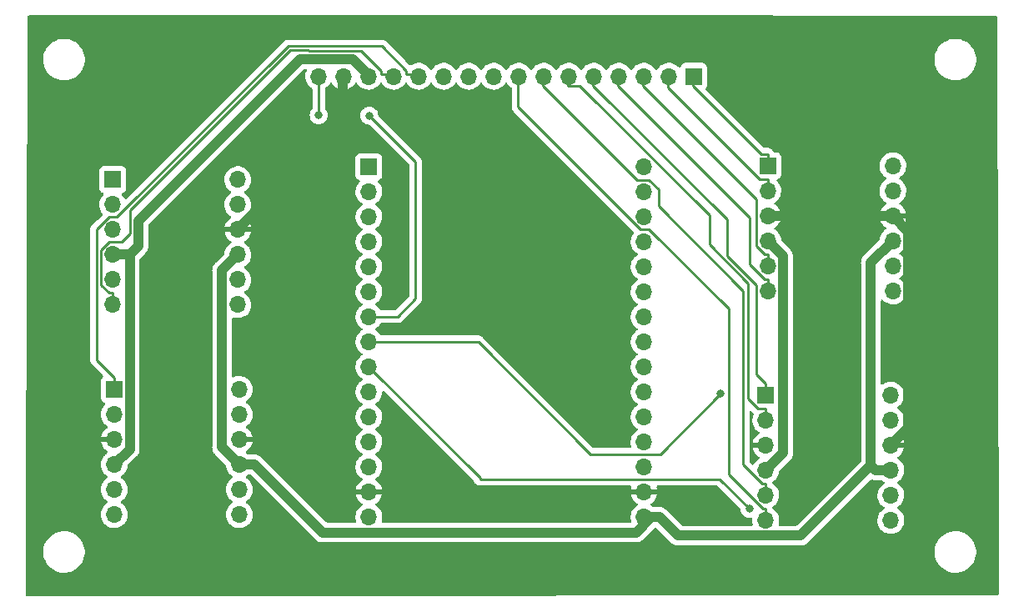
<source format=gbr>
%TF.GenerationSoftware,KiCad,Pcbnew,(6.0.6)*%
%TF.CreationDate,2022-10-16T13:52:34-05:00*%
%TF.ProjectId,unicorn,756e6963-6f72-46e2-9e6b-696361645f70,rev?*%
%TF.SameCoordinates,Original*%
%TF.FileFunction,Copper,L2,Bot*%
%TF.FilePolarity,Positive*%
%FSLAX46Y46*%
G04 Gerber Fmt 4.6, Leading zero omitted, Abs format (unit mm)*
G04 Created by KiCad (PCBNEW (6.0.6)) date 2022-10-16 13:52:34*
%MOMM*%
%LPD*%
G01*
G04 APERTURE LIST*
%TA.AperFunction,ComponentPad*%
%ADD10R,1.700000X1.700000*%
%TD*%
%TA.AperFunction,ComponentPad*%
%ADD11O,1.700000X1.700000*%
%TD*%
%TA.AperFunction,ViaPad*%
%ADD12C,0.800000*%
%TD*%
%TA.AperFunction,Conductor*%
%ADD13C,0.250000*%
%TD*%
%TA.AperFunction,Conductor*%
%ADD14C,1.000000*%
%TD*%
G04 APERTURE END LIST*
D10*
%TO.P,J1,1,Pin_1*%
%TO.N,D0*%
X159450000Y-47700000D03*
D11*
%TO.P,J1,2,Pin_2*%
%TO.N,D1*%
X156910000Y-47700000D03*
%TO.P,J1,3,Pin_3*%
%TO.N,D2*%
X154370000Y-47700000D03*
%TO.P,J1,4,Pin_4*%
%TO.N,D3*%
X151830000Y-47700000D03*
%TO.P,J1,5,Pin_5*%
%TO.N,D4*%
X149290000Y-47700000D03*
%TO.P,J1,6,Pin_6*%
%TO.N,D5*%
X146750000Y-47700000D03*
%TO.P,J1,7,Pin_7*%
%TO.N,D6*%
X144210000Y-47700000D03*
%TO.P,J1,8,Pin_8*%
%TO.N,D7*%
X141670000Y-47700000D03*
%TO.P,J1,9,Pin_9*%
%TO.N,GREADY*%
X139130000Y-47700000D03*
%TO.P,J1,10,Pin_10*%
%TO.N,DBIN*%
X136590000Y-47700000D03*
%TO.P,J1,11,Pin_11*%
%TO.N,IO_A14*%
X134050000Y-47700000D03*
%TO.P,J1,12,Pin_12*%
%TO.N,GRMCLK*%
X131510000Y-47700000D03*
%TO.P,J1,13,Pin_13*%
%TO.N,~{GS}*%
X128970000Y-47700000D03*
%TO.P,J1,14,Pin_14*%
%TO.N,+5V*%
X126430000Y-47700000D03*
%TO.P,J1,15,Pin_15*%
%TO.N,GND*%
X123890000Y-47700000D03*
%TO.P,J1,16,Pin_16*%
%TO.N,~{RESET}*%
X121350000Y-47700000D03*
%TD*%
D10*
%TO.P,U4,1,HV4*%
%TO.N,GRMCLK*%
X100600000Y-79500000D03*
D11*
%TO.P,U4,2,HV3*%
%TO.N,unconnected-(U4-Pad2)*%
X100600000Y-82040000D03*
%TO.P,U4,3,GND*%
%TO.N,GND*%
X100600000Y-84580000D03*
%TO.P,U4,4,HV*%
%TO.N,+5V*%
X100600000Y-87120000D03*
%TO.P,U4,5,HV2*%
%TO.N,unconnected-(U4-Pad5)*%
X100600000Y-89660000D03*
%TO.P,U4,6,HV1*%
%TO.N,unconnected-(U4-Pad6)*%
X100600000Y-92200000D03*
%TO.P,U4,7,LV1*%
%TO.N,unconnected-(U4-Pad7)*%
X113300000Y-92200000D03*
%TO.P,U4,8,LV2*%
%TO.N,unconnected-(U4-Pad8)*%
X113300000Y-89660000D03*
%TO.P,U4,9,LV*%
%TO.N,+3.3V*%
X113300000Y-87120000D03*
%TO.P,U4,10,GND*%
%TO.N,GND*%
X113300000Y-84580000D03*
%TO.P,U4,11,LV3*%
%TO.N,unconnected-(U4-Pad11)*%
X113300000Y-82040000D03*
%TO.P,U4,12,LV4*%
%TO.N,LV_GRMCLK*%
X113300000Y-79500000D03*
%TD*%
D10*
%TO.P,U2,1,HV4*%
%TO.N,D4*%
X166750000Y-80087500D03*
D11*
%TO.P,U2,2,HV3*%
%TO.N,D5*%
X166750000Y-82627500D03*
%TO.P,U2,3,GND*%
%TO.N,GND*%
X166750000Y-85167500D03*
%TO.P,U2,4,HV*%
%TO.N,+5V*%
X166750000Y-87707500D03*
%TO.P,U2,5,HV2*%
%TO.N,D6*%
X166750000Y-90247500D03*
%TO.P,U2,6,HV1*%
%TO.N,D7*%
X166750000Y-92787500D03*
%TO.P,U2,7,LV1*%
%TO.N,LV_D7*%
X179450000Y-92787500D03*
%TO.P,U2,8,LV2*%
%TO.N,LV_D6*%
X179450000Y-90247500D03*
%TO.P,U2,9,LV*%
%TO.N,+3.3V*%
X179450000Y-87707500D03*
%TO.P,U2,10,GND*%
%TO.N,GND*%
X179450000Y-85167500D03*
%TO.P,U2,11,LV3*%
%TO.N,LV_D5*%
X179450000Y-82627500D03*
%TO.P,U2,12,LV4*%
%TO.N,LV_D4*%
X179450000Y-80087500D03*
%TD*%
D10*
%TO.P,U5,1,RESET*%
%TO.N,unconnected-(U5-Pad1)*%
X126450000Y-56875000D03*
D11*
%TO.P,U5,2,GPIO36*%
%TO.N,unconnected-(U5-Pad2)*%
X126450000Y-59415000D03*
%TO.P,U5,3,GPIO39*%
%TO.N,LV_DBIN*%
X126450000Y-61955000D03*
%TO.P,U5,4,GPIO34*%
%TO.N,LV_A14*%
X126450000Y-64495000D03*
%TO.P,U5,5,GPIO35*%
%TO.N,~{LV_GS}*%
X126450000Y-67035000D03*
%TO.P,U5,6,GPIO32*%
%TO.N,LV_GRMCLK*%
X126450000Y-69575000D03*
%TO.P,U5,7,GPIO33*%
%TO.N,~{RESET}*%
X126450000Y-72115000D03*
%TO.P,U5,8,GPIO25*%
%TO.N,LV_D4*%
X126450000Y-74655000D03*
%TO.P,U5,9,GPIO26*%
%TO.N,LV_D7*%
X126450000Y-77195000D03*
%TO.P,U5,10,GPIO27*%
%TO.N,LV_GREADY*%
X126450000Y-79735000D03*
%TO.P,U5,11,GPIO14*%
%TO.N,LV_D5*%
X126450000Y-82275000D03*
%TO.P,U5,12,GPIO12*%
%TO.N,unconnected-(U5-Pad12)*%
X126450000Y-84815000D03*
%TO.P,U5,13,GPIO13*%
%TO.N,LV_D6*%
X126450000Y-87355000D03*
%TO.P,U5,14,GND*%
%TO.N,GND*%
X126450000Y-89895000D03*
%TO.P,U5,15,VIN*%
%TO.N,+5V*%
X126450000Y-92435000D03*
%TO.P,U5,16,3.3V*%
%TO.N,+3.3V*%
X154390000Y-92435000D03*
%TO.P,U5,17,GND*%
%TO.N,GND*%
X154390000Y-89895000D03*
%TO.P,U5,18,GPIO13*%
%TO.N,unconnected-(U5-Pad18)*%
X154390000Y-87355000D03*
%TO.P,U5,19,GPIO2*%
%TO.N,unconnected-(U5-Pad19)*%
X154390000Y-84815000D03*
%TO.P,U5,20,GPIO4*%
%TO.N,unconnected-(U5-Pad20)*%
X154390000Y-82275000D03*
%TO.P,U5,21,GPIO16*%
%TO.N,LV_D3*%
X154390000Y-79735000D03*
%TO.P,U5,22,GPIO17*%
%TO.N,LV_D2*%
X154390000Y-77195000D03*
%TO.P,U5,23,GPIO5*%
%TO.N,unconnected-(U5-Pad23)*%
X154390000Y-74655000D03*
%TO.P,U5,24,GPIO18*%
%TO.N,LV_D1*%
X154390000Y-72115000D03*
%TO.P,U5,25,GPIO19*%
%TO.N,LV_D0*%
X154390000Y-69575000D03*
%TO.P,U5,26,GPIO21*%
%TO.N,unconnected-(U5-Pad26)*%
X154390000Y-67035000D03*
%TO.P,U5,27,GPIO3*%
%TO.N,unconnected-(U5-Pad27)*%
X154390000Y-64495000D03*
%TO.P,U5,28,GPIO1*%
%TO.N,unconnected-(U5-Pad28)*%
X154390000Y-61955000D03*
%TO.P,U5,29,GPIO22*%
%TO.N,unconnected-(U5-Pad29)*%
X154390000Y-59415000D03*
%TO.P,U5,30,GPIO23*%
%TO.N,unconnected-(U5-Pad30)*%
X154390000Y-56875000D03*
%TD*%
D10*
%TO.P,U1,1,HV4*%
%TO.N,D0*%
X166950000Y-56787500D03*
D11*
%TO.P,U1,2,HV3*%
%TO.N,D1*%
X166950000Y-59327500D03*
%TO.P,U1,3,GND*%
%TO.N,GND*%
X166950000Y-61867500D03*
%TO.P,U1,4,HV*%
%TO.N,+5V*%
X166950000Y-64407500D03*
%TO.P,U1,5,HV2*%
%TO.N,D2*%
X166950000Y-66947500D03*
%TO.P,U1,6,HV1*%
%TO.N,D3*%
X166950000Y-69487500D03*
%TO.P,U1,7,LV1*%
%TO.N,LV_D3*%
X179650000Y-69487500D03*
%TO.P,U1,8,LV2*%
%TO.N,LV_D2*%
X179650000Y-66947500D03*
%TO.P,U1,9,LV*%
%TO.N,+3.3V*%
X179650000Y-64407500D03*
%TO.P,U1,10,GND*%
%TO.N,GND*%
X179650000Y-61867500D03*
%TO.P,U1,11,LV3*%
%TO.N,LV_D1*%
X179650000Y-59327500D03*
%TO.P,U1,12,LV4*%
%TO.N,LV_D0*%
X179650000Y-56787500D03*
%TD*%
D10*
%TO.P,U3,1,HV4*%
%TO.N,GREADY*%
X100450000Y-58187500D03*
D11*
%TO.P,U3,2,HV3*%
%TO.N,DBIN*%
X100450000Y-60727500D03*
%TO.P,U3,3,GND*%
%TO.N,GND*%
X100450000Y-63267500D03*
%TO.P,U3,4,HV*%
%TO.N,+5V*%
X100450000Y-65807500D03*
%TO.P,U3,5,HV2*%
%TO.N,IO_A14*%
X100450000Y-68347500D03*
%TO.P,U3,6,HV1*%
%TO.N,~{GS}*%
X100450000Y-70887500D03*
%TO.P,U3,7,LV1*%
%TO.N,~{LV_GS}*%
X113150000Y-70887500D03*
%TO.P,U3,8,LV2*%
%TO.N,LV_A14*%
X113150000Y-68347500D03*
%TO.P,U3,9,LV*%
%TO.N,+3.3V*%
X113150000Y-65807500D03*
%TO.P,U3,10,GND*%
%TO.N,GND*%
X113150000Y-63267500D03*
%TO.P,U3,11,LV3*%
%TO.N,LV_DBIN*%
X113150000Y-60727500D03*
%TO.P,U3,12,LV4*%
%TO.N,LV_GREADY*%
X113150000Y-58187500D03*
%TD*%
D12*
%TO.N,~{RESET}*%
X121350000Y-51650000D03*
X126500000Y-51700000D03*
%TO.N,LV_D7*%
X165093700Y-91612100D03*
%TO.N,LV_D4*%
X162190300Y-79926100D03*
%TD*%
D13*
%TO.N,~{RESET}*%
X131200000Y-56400000D02*
X126500000Y-51700000D01*
X131200000Y-70300000D02*
X131200000Y-56400000D01*
X129385000Y-72115000D02*
X131200000Y-70300000D01*
X126450000Y-72115000D02*
X129385000Y-72115000D01*
X121350000Y-47700000D02*
X121350000Y-51650000D01*
D14*
%TO.N,+5V*%
X103025000Y-64953500D02*
X102171000Y-65807500D01*
X103025000Y-62375000D02*
X103025000Y-64953500D01*
X119461900Y-45938100D02*
X103025000Y-62375000D01*
X124798100Y-45938100D02*
X119461900Y-45938100D01*
X126360000Y-47500000D02*
X124798100Y-45938100D01*
D13*
%TO.N,~{GS}*%
X100450000Y-69712200D02*
X100450000Y-70887500D01*
X100082600Y-69712200D02*
X100450000Y-69712200D01*
X99274700Y-68904300D02*
X100082600Y-69712200D01*
X99274700Y-65318600D02*
X99274700Y-68904300D01*
X101362500Y-64537500D02*
X100055800Y-64537500D01*
X100055800Y-64537500D02*
X99274700Y-65318600D01*
X102200000Y-63700000D02*
X101362500Y-64537500D01*
X118444096Y-45066400D02*
X102200000Y-61310496D01*
X127724700Y-47500000D02*
X127724700Y-47132700D01*
X127724700Y-47132700D02*
X125693200Y-45101200D01*
X120328400Y-45066400D02*
X118444096Y-45066400D01*
X128900000Y-47500000D02*
X127724700Y-47500000D01*
X120363200Y-45101200D02*
X120328400Y-45066400D01*
X102200000Y-61310496D02*
X102200000Y-63700000D01*
X125693200Y-45101200D02*
X120363200Y-45101200D01*
%TO.N,D0*%
X166316900Y-55612200D02*
X166950000Y-55612200D01*
X166950000Y-56787500D02*
X166950000Y-55612200D01*
X159380000Y-48675300D02*
X166316900Y-55612200D01*
X159380000Y-47500000D02*
X159380000Y-48675300D01*
%TO.N,D1*%
X166142000Y-58152200D02*
X166950000Y-58152200D01*
X166950000Y-59327500D02*
X166950000Y-58152200D01*
X156840000Y-47500000D02*
X156840000Y-48850200D01*
X156840000Y-48850200D02*
X166142000Y-58152200D01*
%TO.N,D2*%
X154300000Y-48675300D02*
X165774700Y-60150000D01*
X165774700Y-64898200D02*
X166648700Y-65772200D01*
X166648700Y-65772200D02*
X166950000Y-65772200D01*
X165774700Y-60150000D02*
X165774700Y-64898200D01*
X166950000Y-66947500D02*
X166950000Y-65772200D01*
X154300000Y-47500000D02*
X154300000Y-48675300D01*
%TO.N,D3*%
X166950000Y-69487500D02*
X166950000Y-68312200D01*
X165099200Y-66762700D02*
X166648700Y-68312200D01*
X165099200Y-62014500D02*
X165099200Y-66762700D01*
X151760000Y-47500000D02*
X151760000Y-48675300D01*
X151760000Y-48675300D02*
X165099200Y-62014500D01*
X166648700Y-68312200D02*
X166950000Y-68312200D01*
%TO.N,D4*%
X166750000Y-80087500D02*
X166750000Y-78912200D01*
X149220000Y-47500000D02*
X149220000Y-48675300D01*
X162796900Y-62252200D02*
X162796900Y-65941100D01*
X165774700Y-68918900D02*
X165774700Y-77936900D01*
X149220000Y-48675300D02*
X162796900Y-62252200D01*
X162796900Y-65941100D02*
X165774700Y-68918900D01*
X165774700Y-77936900D02*
X166750000Y-78912200D01*
%TO.N,D5*%
X146680000Y-48675300D02*
X147855300Y-48675300D01*
X165942000Y-81452200D02*
X166750000Y-81452200D01*
X164952500Y-68733600D02*
X164952500Y-80462700D01*
X166750000Y-82627500D02*
X166750000Y-81452200D01*
X147855300Y-48675300D02*
X161016200Y-61836200D01*
X146680000Y-47500000D02*
X146680000Y-48675300D01*
X161016200Y-61836200D02*
X161016200Y-64797300D01*
X161016200Y-64797300D02*
X164952500Y-68733600D01*
X164952500Y-80462700D02*
X165942000Y-81452200D01*
%TO.N,D6*%
X164448900Y-69503700D02*
X164448900Y-87138400D01*
X155843100Y-60897900D02*
X164448900Y-69503700D01*
X153701500Y-58236800D02*
X154889400Y-58236800D01*
X154889400Y-58236800D02*
X155843100Y-59190500D01*
X144140000Y-47500000D02*
X144140000Y-48675300D01*
X166382700Y-89072200D02*
X166750000Y-89072200D01*
X155843100Y-59190500D02*
X155843100Y-60897900D01*
X164448900Y-87138400D02*
X166382700Y-89072200D01*
X144140000Y-48675300D02*
X153701500Y-58236800D01*
X166750000Y-90247500D02*
X166750000Y-89072200D01*
%TO.N,D7*%
X153997600Y-63225000D02*
X154879500Y-63225000D01*
X154879500Y-63225000D02*
X162963700Y-71309200D01*
X166750000Y-92787500D02*
X166750000Y-91612200D01*
X141600000Y-47500000D02*
X141600000Y-50827400D01*
X162963700Y-71309200D02*
X162963700Y-88131700D01*
X162963700Y-88131700D02*
X166444200Y-91612200D01*
X141600000Y-50827400D02*
X153997600Y-63225000D01*
X166444200Y-91612200D02*
X166750000Y-91612200D01*
%TO.N,GRMCLK*%
X131440000Y-47500000D02*
X130264700Y-47500000D01*
X118257700Y-44616400D02*
X127748400Y-44616400D01*
X100600000Y-78324700D02*
X98784000Y-76508700D01*
X130264700Y-47132700D02*
X130264700Y-47500000D01*
X100600000Y-79500000D02*
X100600000Y-78324700D01*
X100876600Y-61997500D02*
X118257700Y-44616400D01*
X127748400Y-44616400D02*
X130264700Y-47132700D01*
X98784000Y-63265200D02*
X100051700Y-61997500D01*
X98784000Y-76508700D02*
X98784000Y-63265200D01*
X100051700Y-61997500D02*
X100876600Y-61997500D01*
D14*
%TO.N,+5V*%
X166950000Y-64407500D02*
X168506000Y-65963500D01*
X168506000Y-85951500D02*
X166750000Y-87707500D01*
X100600000Y-87120000D02*
X102171000Y-85549000D01*
X102171000Y-65807500D02*
X100450000Y-65807500D01*
X168506000Y-65963500D02*
X168506000Y-85951500D01*
X102171000Y-85549000D02*
X102171000Y-65807500D01*
%TO.N,GND*%
X181232400Y-83385100D02*
X181232400Y-63449900D01*
X179650000Y-61867500D02*
X168500300Y-61867500D01*
X123820000Y-52597500D02*
X113150000Y-63267500D01*
X179450000Y-85167500D02*
X181232400Y-83385100D01*
X181232400Y-63449900D02*
X179650000Y-61867500D01*
X123820000Y-47500000D02*
X123820000Y-52597500D01*
X166950000Y-61867500D02*
X168500300Y-61867500D01*
%TO.N,+3.3V*%
X111554800Y-85374800D02*
X113300000Y-87120000D01*
X177426500Y-66631000D02*
X177426500Y-87234300D01*
X155165200Y-92435000D02*
X155940300Y-92435000D01*
X170315100Y-94345700D02*
X157851000Y-94345700D01*
X154390000Y-92435000D02*
X155165200Y-92435000D01*
X111554800Y-67402700D02*
X111554800Y-85374800D01*
X153586400Y-94013800D02*
X121744100Y-94013800D01*
X179450000Y-87707500D02*
X177899700Y-87707500D01*
X179650000Y-64407500D02*
X177426500Y-66631000D01*
X177426500Y-87234300D02*
X170315100Y-94345700D01*
X155165200Y-92435000D02*
X153586400Y-94013800D01*
X157851000Y-94345700D02*
X155940300Y-92435000D01*
X113300000Y-87120000D02*
X114850300Y-87120000D01*
X177426500Y-87234300D02*
X177899700Y-87707500D01*
X121744100Y-94013800D02*
X114850300Y-87120000D01*
X113150000Y-65807500D02*
X111554800Y-67402700D01*
D13*
%TO.N,LV_D7*%
X137725000Y-88470000D02*
X137725000Y-88625000D01*
X162106600Y-88625000D02*
X165093700Y-91612100D01*
X126450000Y-77195000D02*
X137725000Y-88470000D01*
X137725000Y-88625000D02*
X162106600Y-88625000D01*
%TO.N,LV_D4*%
X137555000Y-74655000D02*
X148958200Y-86058200D01*
X126450000Y-74655000D02*
X137555000Y-74655000D01*
X148958200Y-86058200D02*
X156058200Y-86058200D01*
X162190300Y-79926100D02*
X156058200Y-86058200D01*
%TD*%
%TA.AperFunction,Conductor*%
%TO.N,GND*%
G36*
X190174469Y-41599745D02*
G01*
X190242549Y-41619886D01*
X190288933Y-41673636D01*
X190300213Y-41725531D01*
X190352210Y-72299547D01*
X190396074Y-98091091D01*
X190399786Y-100273914D01*
X190379900Y-100342068D01*
X190326323Y-100388652D01*
X190273916Y-100400128D01*
X99998000Y-100491500D01*
X91726456Y-100491500D01*
X91658335Y-100471498D01*
X91611842Y-100417842D01*
X91600457Y-100365074D01*
X91614780Y-96132703D01*
X93390743Y-96132703D01*
X93428268Y-96417734D01*
X93504129Y-96695036D01*
X93616923Y-96959476D01*
X93764561Y-97206161D01*
X93944313Y-97430528D01*
X94152851Y-97628423D01*
X94386317Y-97796186D01*
X94390112Y-97798195D01*
X94390113Y-97798196D01*
X94411869Y-97809715D01*
X94640392Y-97930712D01*
X94910373Y-98029511D01*
X95191264Y-98090755D01*
X95219841Y-98093004D01*
X95414282Y-98108307D01*
X95414291Y-98108307D01*
X95416739Y-98108500D01*
X95572271Y-98108500D01*
X95574407Y-98108354D01*
X95574418Y-98108354D01*
X95782548Y-98094165D01*
X95782554Y-98094164D01*
X95786825Y-98093873D01*
X95791020Y-98093004D01*
X95791022Y-98093004D01*
X95927584Y-98064723D01*
X96068342Y-98035574D01*
X96339343Y-97939607D01*
X96594812Y-97807750D01*
X96598313Y-97805289D01*
X96598317Y-97805287D01*
X96712417Y-97725096D01*
X96830023Y-97642441D01*
X97040622Y-97446740D01*
X97222713Y-97224268D01*
X97372927Y-96979142D01*
X97488483Y-96715898D01*
X97567244Y-96439406D01*
X97607751Y-96154784D01*
X97607845Y-96136951D01*
X97607867Y-96132703D01*
X183890743Y-96132703D01*
X183928268Y-96417734D01*
X184004129Y-96695036D01*
X184116923Y-96959476D01*
X184264561Y-97206161D01*
X184444313Y-97430528D01*
X184652851Y-97628423D01*
X184886317Y-97796186D01*
X184890112Y-97798195D01*
X184890113Y-97798196D01*
X184911869Y-97809715D01*
X185140392Y-97930712D01*
X185410373Y-98029511D01*
X185691264Y-98090755D01*
X185719841Y-98093004D01*
X185914282Y-98108307D01*
X185914291Y-98108307D01*
X185916739Y-98108500D01*
X186072271Y-98108500D01*
X186074407Y-98108354D01*
X186074418Y-98108354D01*
X186282548Y-98094165D01*
X186282554Y-98094164D01*
X186286825Y-98093873D01*
X186291020Y-98093004D01*
X186291022Y-98093004D01*
X186427584Y-98064723D01*
X186568342Y-98035574D01*
X186839343Y-97939607D01*
X187094812Y-97807750D01*
X187098313Y-97805289D01*
X187098317Y-97805287D01*
X187212417Y-97725096D01*
X187330023Y-97642441D01*
X187540622Y-97446740D01*
X187722713Y-97224268D01*
X187872927Y-96979142D01*
X187988483Y-96715898D01*
X188067244Y-96439406D01*
X188107751Y-96154784D01*
X188107845Y-96136951D01*
X188109235Y-95871583D01*
X188109235Y-95871576D01*
X188109257Y-95867297D01*
X188071732Y-95582266D01*
X187995871Y-95304964D01*
X187988734Y-95288230D01*
X187884763Y-95044476D01*
X187884761Y-95044472D01*
X187883077Y-95040524D01*
X187778943Y-94866529D01*
X187737643Y-94797521D01*
X187737640Y-94797517D01*
X187735439Y-94793839D01*
X187555687Y-94569472D01*
X187347149Y-94371577D01*
X187113683Y-94203814D01*
X187091843Y-94192250D01*
X187009396Y-94148597D01*
X186859608Y-94069288D01*
X186589627Y-93970489D01*
X186308736Y-93909245D01*
X186276932Y-93906742D01*
X186085718Y-93891693D01*
X186085709Y-93891693D01*
X186083261Y-93891500D01*
X185927729Y-93891500D01*
X185925593Y-93891646D01*
X185925582Y-93891646D01*
X185717452Y-93905835D01*
X185717446Y-93905836D01*
X185713175Y-93906127D01*
X185708980Y-93906996D01*
X185708978Y-93906996D01*
X185572416Y-93935277D01*
X185431658Y-93964426D01*
X185160657Y-94060393D01*
X185156848Y-94062359D01*
X185004354Y-94141067D01*
X184905188Y-94192250D01*
X184901687Y-94194711D01*
X184901683Y-94194713D01*
X184891594Y-94201804D01*
X184669977Y-94357559D01*
X184459378Y-94553260D01*
X184277287Y-94775732D01*
X184127073Y-95020858D01*
X184125347Y-95024791D01*
X184125346Y-95024792D01*
X184112206Y-95054725D01*
X184011517Y-95284102D01*
X184010342Y-95288229D01*
X184010341Y-95288230D01*
X183991421Y-95354650D01*
X183932756Y-95560594D01*
X183892249Y-95845216D01*
X183892227Y-95849505D01*
X183892226Y-95849512D01*
X183890765Y-96128417D01*
X183890743Y-96132703D01*
X97607867Y-96132703D01*
X97609235Y-95871583D01*
X97609235Y-95871576D01*
X97609257Y-95867297D01*
X97571732Y-95582266D01*
X97495871Y-95304964D01*
X97488734Y-95288230D01*
X97384763Y-95044476D01*
X97384761Y-95044472D01*
X97383077Y-95040524D01*
X97278943Y-94866529D01*
X97237643Y-94797521D01*
X97237640Y-94797517D01*
X97235439Y-94793839D01*
X97055687Y-94569472D01*
X96847149Y-94371577D01*
X96613683Y-94203814D01*
X96591843Y-94192250D01*
X96509396Y-94148597D01*
X96359608Y-94069288D01*
X96089627Y-93970489D01*
X95808736Y-93909245D01*
X95776932Y-93906742D01*
X95585718Y-93891693D01*
X95585709Y-93891693D01*
X95583261Y-93891500D01*
X95427729Y-93891500D01*
X95425593Y-93891646D01*
X95425582Y-93891646D01*
X95217452Y-93905835D01*
X95217446Y-93905836D01*
X95213175Y-93906127D01*
X95208980Y-93906996D01*
X95208978Y-93906996D01*
X95072416Y-93935277D01*
X94931658Y-93964426D01*
X94660657Y-94060393D01*
X94656848Y-94062359D01*
X94504354Y-94141067D01*
X94405188Y-94192250D01*
X94401687Y-94194711D01*
X94401683Y-94194713D01*
X94391594Y-94201804D01*
X94169977Y-94357559D01*
X93959378Y-94553260D01*
X93777287Y-94775732D01*
X93627073Y-95020858D01*
X93625347Y-95024791D01*
X93625346Y-95024792D01*
X93612206Y-95054725D01*
X93511517Y-95284102D01*
X93510342Y-95288229D01*
X93510341Y-95288230D01*
X93491421Y-95354650D01*
X93432756Y-95560594D01*
X93392249Y-95845216D01*
X93392227Y-95849505D01*
X93392226Y-95849512D01*
X93390765Y-96128417D01*
X93390743Y-96132703D01*
X91614780Y-96132703D01*
X91726074Y-63245143D01*
X98145780Y-63245143D01*
X98146526Y-63253035D01*
X98149941Y-63289161D01*
X98150500Y-63301019D01*
X98150500Y-76429933D01*
X98149973Y-76441116D01*
X98148298Y-76448609D01*
X98148547Y-76456535D01*
X98148547Y-76456536D01*
X98150438Y-76516686D01*
X98150500Y-76520645D01*
X98150500Y-76548556D01*
X98150997Y-76552490D01*
X98150997Y-76552491D01*
X98151005Y-76552556D01*
X98151938Y-76564393D01*
X98153327Y-76608589D01*
X98158978Y-76628039D01*
X98162987Y-76647400D01*
X98165526Y-76667497D01*
X98168445Y-76674868D01*
X98168445Y-76674870D01*
X98181804Y-76708612D01*
X98185649Y-76719842D01*
X98197982Y-76762293D01*
X98202015Y-76769112D01*
X98202017Y-76769117D01*
X98208293Y-76779728D01*
X98216988Y-76797476D01*
X98224448Y-76816317D01*
X98229110Y-76822733D01*
X98229110Y-76822734D01*
X98250436Y-76852087D01*
X98256952Y-76862007D01*
X98279458Y-76900062D01*
X98293779Y-76914383D01*
X98306619Y-76929416D01*
X98318528Y-76945807D01*
X98324634Y-76950858D01*
X98352605Y-76973998D01*
X98361384Y-76981988D01*
X99443679Y-78064284D01*
X99477705Y-78126596D01*
X99472640Y-78197412D01*
X99430149Y-78254205D01*
X99386739Y-78286739D01*
X99299385Y-78403295D01*
X99248255Y-78539684D01*
X99241500Y-78601866D01*
X99241500Y-80398134D01*
X99248255Y-80460316D01*
X99299385Y-80596705D01*
X99386739Y-80713261D01*
X99503295Y-80800615D01*
X99511704Y-80803767D01*
X99511705Y-80803768D01*
X99620451Y-80844535D01*
X99677216Y-80887176D01*
X99701916Y-80953738D01*
X99686709Y-81023087D01*
X99667316Y-81049568D01*
X99583665Y-81137104D01*
X99540629Y-81182138D01*
X99537715Y-81186410D01*
X99537714Y-81186411D01*
X99475202Y-81278051D01*
X99414743Y-81366680D01*
X99367932Y-81467527D01*
X99323058Y-81564200D01*
X99320688Y-81569305D01*
X99260989Y-81784570D01*
X99237251Y-82006695D01*
X99237548Y-82011848D01*
X99237548Y-82011851D01*
X99243011Y-82106590D01*
X99250110Y-82229715D01*
X99251247Y-82234761D01*
X99251248Y-82234767D01*
X99261074Y-82278365D01*
X99299222Y-82447639D01*
X99358732Y-82594195D01*
X99370894Y-82624146D01*
X99383266Y-82654616D01*
X99403371Y-82687425D01*
X99479740Y-82812047D01*
X99499987Y-82845088D01*
X99646250Y-83013938D01*
X99818126Y-83156632D01*
X99827547Y-83162137D01*
X99891955Y-83199774D01*
X99940679Y-83251412D01*
X99953750Y-83321195D01*
X99927019Y-83386967D01*
X99886562Y-83420327D01*
X99878457Y-83424546D01*
X99869738Y-83430036D01*
X99699433Y-83557905D01*
X99691726Y-83564748D01*
X99544590Y-83718717D01*
X99538104Y-83726727D01*
X99418098Y-83902649D01*
X99413000Y-83911623D01*
X99323338Y-84104783D01*
X99319775Y-84114470D01*
X99264389Y-84314183D01*
X99265912Y-84322607D01*
X99278292Y-84326000D01*
X100728000Y-84326000D01*
X100796121Y-84346002D01*
X100842614Y-84399658D01*
X100854000Y-84452000D01*
X100854000Y-84708000D01*
X100833998Y-84776121D01*
X100780342Y-84822614D01*
X100728000Y-84834000D01*
X99283225Y-84834000D01*
X99269694Y-84837973D01*
X99268257Y-84847966D01*
X99298565Y-84982446D01*
X99301645Y-84992275D01*
X99381770Y-85189603D01*
X99386413Y-85198794D01*
X99497694Y-85380388D01*
X99503777Y-85388699D01*
X99643213Y-85549667D01*
X99650580Y-85556883D01*
X99814434Y-85692916D01*
X99822881Y-85698831D01*
X99891969Y-85739203D01*
X99940693Y-85790842D01*
X99953764Y-85860625D01*
X99927033Y-85926396D01*
X99886584Y-85959752D01*
X99873607Y-85966507D01*
X99869474Y-85969610D01*
X99869471Y-85969612D01*
X99710645Y-86088862D01*
X99694965Y-86100635D01*
X99636347Y-86161975D01*
X99558255Y-86243694D01*
X99540629Y-86262138D01*
X99537715Y-86266410D01*
X99537714Y-86266411D01*
X99467231Y-86369735D01*
X99414743Y-86446680D01*
X99376842Y-86528331D01*
X99323058Y-86644200D01*
X99320688Y-86649305D01*
X99260989Y-86864570D01*
X99237251Y-87086695D01*
X99237548Y-87091848D01*
X99237548Y-87091851D01*
X99245992Y-87238289D01*
X99250110Y-87309715D01*
X99251247Y-87314761D01*
X99251248Y-87314767D01*
X99261074Y-87358365D01*
X99299222Y-87527639D01*
X99360673Y-87678976D01*
X99370894Y-87704146D01*
X99383266Y-87734616D01*
X99403371Y-87767425D01*
X99495547Y-87917842D01*
X99499987Y-87925088D01*
X99646250Y-88093938D01*
X99818126Y-88236632D01*
X99827547Y-88242137D01*
X99891445Y-88279476D01*
X99940169Y-88331114D01*
X99953240Y-88400897D01*
X99926509Y-88466669D01*
X99886055Y-88500027D01*
X99873607Y-88506507D01*
X99869474Y-88509610D01*
X99869471Y-88509612D01*
X99699100Y-88637530D01*
X99694965Y-88640635D01*
X99540629Y-88802138D01*
X99537715Y-88806410D01*
X99537714Y-88806411D01*
X99477136Y-88895215D01*
X99414743Y-88986680D01*
X99320688Y-89189305D01*
X99260989Y-89404570D01*
X99237251Y-89626695D01*
X99237548Y-89631848D01*
X99237548Y-89631851D01*
X99243011Y-89726590D01*
X99250110Y-89849715D01*
X99251247Y-89854761D01*
X99251248Y-89854767D01*
X99271119Y-89942939D01*
X99299222Y-90067639D01*
X99358732Y-90214195D01*
X99370894Y-90244146D01*
X99383266Y-90274616D01*
X99405403Y-90310740D01*
X99479740Y-90432047D01*
X99499987Y-90465088D01*
X99646250Y-90633938D01*
X99818126Y-90776632D01*
X99826991Y-90781812D01*
X99891445Y-90819476D01*
X99940169Y-90871114D01*
X99953240Y-90940897D01*
X99926509Y-91006669D01*
X99886055Y-91040027D01*
X99873607Y-91046507D01*
X99869474Y-91049610D01*
X99869471Y-91049612D01*
X99699100Y-91177530D01*
X99694965Y-91180635D01*
X99540629Y-91342138D01*
X99537715Y-91346410D01*
X99537714Y-91346411D01*
X99475202Y-91438051D01*
X99414743Y-91526680D01*
X99375093Y-91612100D01*
X99338688Y-91690528D01*
X99320688Y-91729305D01*
X99260989Y-91944570D01*
X99237251Y-92166695D01*
X99237548Y-92171848D01*
X99237548Y-92171851D01*
X99243011Y-92266590D01*
X99250110Y-92389715D01*
X99251247Y-92394761D01*
X99251248Y-92394767D01*
X99271119Y-92482939D01*
X99299222Y-92607639D01*
X99358732Y-92754195D01*
X99370894Y-92784146D01*
X99383266Y-92814616D01*
X99400458Y-92842671D01*
X99487860Y-92985298D01*
X99499987Y-93005088D01*
X99646250Y-93173938D01*
X99818126Y-93316632D01*
X100011000Y-93429338D01*
X100219692Y-93509030D01*
X100224760Y-93510061D01*
X100224763Y-93510062D01*
X100316638Y-93528754D01*
X100438597Y-93553567D01*
X100443772Y-93553757D01*
X100443774Y-93553757D01*
X100656673Y-93561564D01*
X100656677Y-93561564D01*
X100661837Y-93561753D01*
X100666957Y-93561097D01*
X100666959Y-93561097D01*
X100878288Y-93534025D01*
X100878289Y-93534025D01*
X100883416Y-93533368D01*
X100898795Y-93528754D01*
X101092429Y-93470661D01*
X101092434Y-93470659D01*
X101097384Y-93469174D01*
X101297994Y-93370896D01*
X101479860Y-93241173D01*
X101521253Y-93199925D01*
X101634435Y-93087137D01*
X101638096Y-93083489D01*
X101697594Y-93000689D01*
X101765435Y-92906277D01*
X101768453Y-92902077D01*
X101841541Y-92754195D01*
X101865136Y-92706453D01*
X101865137Y-92706451D01*
X101867430Y-92701811D01*
X101917441Y-92537207D01*
X101930865Y-92493023D01*
X101930865Y-92493021D01*
X101932370Y-92488069D01*
X101961529Y-92266590D01*
X101963156Y-92200000D01*
X101944852Y-91977361D01*
X101890431Y-91760702D01*
X101801354Y-91555840D01*
X101738456Y-91458614D01*
X101682822Y-91372617D01*
X101682820Y-91372614D01*
X101680014Y-91368277D01*
X101529670Y-91203051D01*
X101525619Y-91199852D01*
X101525615Y-91199848D01*
X101358414Y-91067800D01*
X101358410Y-91067798D01*
X101354359Y-91064598D01*
X101313053Y-91041796D01*
X101263084Y-90991364D01*
X101248312Y-90921921D01*
X101273428Y-90855516D01*
X101300780Y-90828909D01*
X101344603Y-90797650D01*
X101479860Y-90701173D01*
X101521253Y-90659925D01*
X101580364Y-90601020D01*
X101638096Y-90543489D01*
X101697594Y-90460689D01*
X101765435Y-90366277D01*
X101768453Y-90362077D01*
X101800396Y-90297446D01*
X101865136Y-90166453D01*
X101865137Y-90166451D01*
X101867430Y-90161811D01*
X101917441Y-89997207D01*
X101930865Y-89953023D01*
X101930865Y-89953021D01*
X101932370Y-89948069D01*
X101961529Y-89726590D01*
X101963156Y-89660000D01*
X101944852Y-89437361D01*
X101890431Y-89220702D01*
X101801354Y-89015840D01*
X101738456Y-88918614D01*
X101682822Y-88832617D01*
X101682820Y-88832614D01*
X101680014Y-88828277D01*
X101529670Y-88663051D01*
X101525619Y-88659852D01*
X101525615Y-88659848D01*
X101358414Y-88527800D01*
X101358410Y-88527798D01*
X101354359Y-88524598D01*
X101313053Y-88501796D01*
X101263084Y-88451364D01*
X101248312Y-88381921D01*
X101273428Y-88315516D01*
X101300780Y-88288909D01*
X101366352Y-88242137D01*
X101479860Y-88161173D01*
X101492576Y-88148502D01*
X101634435Y-88007137D01*
X101638096Y-88003489D01*
X101647826Y-87989949D01*
X101765435Y-87826277D01*
X101768453Y-87822077D01*
X101770911Y-87817105D01*
X101865136Y-87626453D01*
X101865137Y-87626451D01*
X101867430Y-87621811D01*
X101918891Y-87452434D01*
X101930865Y-87413023D01*
X101930865Y-87413021D01*
X101932370Y-87408069D01*
X101956232Y-87226824D01*
X101984955Y-87161897D01*
X101992059Y-87154176D01*
X102840384Y-86305851D01*
X102850527Y-86296749D01*
X102875218Y-86276897D01*
X102880025Y-86273032D01*
X102912315Y-86234550D01*
X102915467Y-86230938D01*
X102917123Y-86229112D01*
X102919310Y-86226925D01*
X102921272Y-86224537D01*
X102946576Y-86193732D01*
X102947418Y-86192717D01*
X103007154Y-86121526D01*
X103009723Y-86116853D01*
X103013103Y-86112738D01*
X103016070Y-86107206D01*
X103057028Y-86030820D01*
X103057657Y-86029662D01*
X103099465Y-85953612D01*
X103099465Y-85953611D01*
X103102433Y-85948213D01*
X103104044Y-85943135D01*
X103106563Y-85938437D01*
X103133753Y-85849502D01*
X103134136Y-85848272D01*
X103135420Y-85844226D01*
X103162235Y-85759694D01*
X103162828Y-85754403D01*
X103164388Y-85749302D01*
X103173795Y-85656689D01*
X103173915Y-85655569D01*
X103179500Y-85605773D01*
X103179500Y-85602244D01*
X103179555Y-85601261D01*
X103180004Y-85595556D01*
X103183752Y-85558664D01*
X103183752Y-85558661D01*
X103184374Y-85552537D01*
X103180059Y-85506888D01*
X103179500Y-85495031D01*
X103179500Y-66277426D01*
X103199502Y-66209305D01*
X103216404Y-66188331D01*
X103694383Y-65710351D01*
X103704527Y-65701249D01*
X103729218Y-65681397D01*
X103734025Y-65677532D01*
X103766320Y-65639044D01*
X103769478Y-65635425D01*
X103771124Y-65633610D01*
X103773309Y-65631425D01*
X103775264Y-65629045D01*
X103775273Y-65629035D01*
X103800549Y-65598264D01*
X103801391Y-65597249D01*
X103850124Y-65539171D01*
X103861154Y-65526026D01*
X103863723Y-65521352D01*
X103867102Y-65517239D01*
X103910975Y-65435415D01*
X103911584Y-65434293D01*
X103921069Y-65417041D01*
X103956433Y-65352713D01*
X103958045Y-65347631D01*
X103960562Y-65342937D01*
X103987762Y-65253969D01*
X103988108Y-65252858D01*
X103990440Y-65245509D01*
X104016235Y-65164194D01*
X104016829Y-65158898D01*
X104018387Y-65153802D01*
X104027790Y-65061243D01*
X104027911Y-65060107D01*
X104033500Y-65010273D01*
X104033500Y-65006746D01*
X104033555Y-65005761D01*
X104034002Y-65000081D01*
X104038374Y-64957038D01*
X104034059Y-64911391D01*
X104033500Y-64899533D01*
X104033500Y-62844925D01*
X104053502Y-62776804D01*
X104070405Y-62755830D01*
X106132040Y-60694195D01*
X111787251Y-60694195D01*
X111787548Y-60699348D01*
X111787548Y-60699351D01*
X111796364Y-60852248D01*
X111800110Y-60917215D01*
X111801247Y-60922261D01*
X111801248Y-60922267D01*
X111820168Y-61006217D01*
X111849222Y-61135139D01*
X111933266Y-61342116D01*
X111983214Y-61423624D01*
X112036730Y-61510954D01*
X112049987Y-61532588D01*
X112196250Y-61701438D01*
X112368126Y-61844132D01*
X112387113Y-61855227D01*
X112441955Y-61887274D01*
X112490679Y-61938912D01*
X112503750Y-62008695D01*
X112477019Y-62074467D01*
X112436562Y-62107827D01*
X112428457Y-62112046D01*
X112419738Y-62117536D01*
X112249433Y-62245405D01*
X112241726Y-62252248D01*
X112094590Y-62406217D01*
X112088104Y-62414227D01*
X111968098Y-62590149D01*
X111963000Y-62599123D01*
X111873338Y-62792283D01*
X111869775Y-62801970D01*
X111814389Y-63001683D01*
X111815912Y-63010107D01*
X111828292Y-63013500D01*
X114468344Y-63013500D01*
X114481875Y-63009527D01*
X114483180Y-63000447D01*
X114441214Y-62833375D01*
X114437894Y-62823624D01*
X114352972Y-62628314D01*
X114348105Y-62619239D01*
X114232426Y-62440426D01*
X114226136Y-62432257D01*
X114082806Y-62274740D01*
X114075273Y-62267715D01*
X113908139Y-62135722D01*
X113899556Y-62130020D01*
X113862602Y-62109620D01*
X113812631Y-62059187D01*
X113797859Y-61989745D01*
X113822975Y-61923339D01*
X113850327Y-61896732D01*
X113873797Y-61879991D01*
X114029860Y-61768673D01*
X114037973Y-61760589D01*
X114184435Y-61614637D01*
X114188096Y-61610989D01*
X114247594Y-61528189D01*
X114315435Y-61433777D01*
X114318453Y-61429577D01*
X114386438Y-61292020D01*
X114415136Y-61233953D01*
X114415137Y-61233951D01*
X114417430Y-61229311D01*
X114482370Y-61015569D01*
X114511529Y-60794090D01*
X114513156Y-60727500D01*
X114494852Y-60504861D01*
X114440431Y-60288202D01*
X114351354Y-60083340D01*
X114230014Y-59895777D01*
X114079670Y-59730551D01*
X114075619Y-59727352D01*
X114075615Y-59727348D01*
X113908414Y-59595300D01*
X113908410Y-59595298D01*
X113904359Y-59592098D01*
X113863053Y-59569296D01*
X113813084Y-59518864D01*
X113798312Y-59449421D01*
X113823428Y-59383016D01*
X113850780Y-59356409D01*
X113896011Y-59324146D01*
X114029860Y-59228673D01*
X114078142Y-59180560D01*
X114159142Y-59099842D01*
X114188096Y-59070989D01*
X114247594Y-58988189D01*
X114315435Y-58893777D01*
X114318453Y-58889577D01*
X114321762Y-58882883D01*
X114415136Y-58693953D01*
X114415137Y-58693951D01*
X114417430Y-58689311D01*
X114482370Y-58475569D01*
X114511529Y-58254090D01*
X114512394Y-58218706D01*
X114513074Y-58190865D01*
X114513074Y-58190861D01*
X114513156Y-58187500D01*
X114494852Y-57964861D01*
X114440431Y-57748202D01*
X114351354Y-57543340D01*
X114230014Y-57355777D01*
X114079670Y-57190551D01*
X114075619Y-57187352D01*
X114075615Y-57187348D01*
X113908414Y-57055300D01*
X113908410Y-57055298D01*
X113904359Y-57052098D01*
X113708789Y-56944138D01*
X113703920Y-56942414D01*
X113703916Y-56942412D01*
X113503087Y-56871295D01*
X113503083Y-56871294D01*
X113498212Y-56869569D01*
X113493119Y-56868662D01*
X113493116Y-56868661D01*
X113283373Y-56831300D01*
X113283367Y-56831299D01*
X113278284Y-56830394D01*
X113204452Y-56829492D01*
X113060081Y-56827728D01*
X113060079Y-56827728D01*
X113054911Y-56827665D01*
X112834091Y-56861455D01*
X112621756Y-56930857D01*
X112423607Y-57034007D01*
X112419474Y-57037110D01*
X112419471Y-57037112D01*
X112249100Y-57165030D01*
X112244965Y-57168135D01*
X112241393Y-57171873D01*
X112133901Y-57284357D01*
X112090629Y-57329638D01*
X111964743Y-57514180D01*
X111949003Y-57548090D01*
X111890262Y-57674637D01*
X111870688Y-57716805D01*
X111810989Y-57932070D01*
X111787251Y-58154195D01*
X111787548Y-58159348D01*
X111787548Y-58159351D01*
X111795948Y-58305030D01*
X111800110Y-58377215D01*
X111801247Y-58382261D01*
X111801248Y-58382267D01*
X111820939Y-58469638D01*
X111849222Y-58595139D01*
X111933266Y-58802116D01*
X111978828Y-58876466D01*
X112036730Y-58970954D01*
X112049987Y-58992588D01*
X112196250Y-59161438D01*
X112368126Y-59304132D01*
X112402376Y-59324146D01*
X112441445Y-59346976D01*
X112490169Y-59398614D01*
X112503240Y-59468397D01*
X112476509Y-59534169D01*
X112436055Y-59567527D01*
X112423607Y-59574007D01*
X112419474Y-59577110D01*
X112419471Y-59577112D01*
X112251712Y-59703069D01*
X112244965Y-59708135D01*
X112241393Y-59711873D01*
X112133901Y-59824357D01*
X112090629Y-59869638D01*
X111964743Y-60054180D01*
X111937701Y-60112438D01*
X111890262Y-60214637D01*
X111870688Y-60256805D01*
X111810989Y-60472070D01*
X111787251Y-60694195D01*
X106132040Y-60694195D01*
X119842729Y-46983505D01*
X119905041Y-46949479D01*
X119931824Y-46946600D01*
X120004515Y-46946600D01*
X120072636Y-46966602D01*
X120119129Y-47020258D01*
X120129233Y-47090532D01*
X120118803Y-47125649D01*
X120070688Y-47229305D01*
X120010989Y-47444570D01*
X119987251Y-47666695D01*
X120000110Y-47889715D01*
X120001247Y-47894761D01*
X120001248Y-47894767D01*
X120011676Y-47941038D01*
X120049222Y-48107639D01*
X120133266Y-48314616D01*
X120170685Y-48375678D01*
X120247291Y-48500688D01*
X120249987Y-48505088D01*
X120396250Y-48673938D01*
X120568126Y-48816632D01*
X120639876Y-48858559D01*
X120654070Y-48866853D01*
X120702794Y-48918491D01*
X120716500Y-48975641D01*
X120716500Y-50947476D01*
X120696498Y-51015597D01*
X120684142Y-51031779D01*
X120610960Y-51113056D01*
X120578791Y-51168774D01*
X120523520Y-51264507D01*
X120515473Y-51278444D01*
X120456458Y-51460072D01*
X120436496Y-51650000D01*
X120456458Y-51839928D01*
X120515473Y-52021556D01*
X120610960Y-52186944D01*
X120615378Y-52191851D01*
X120615379Y-52191852D01*
X120655980Y-52236944D01*
X120738747Y-52328866D01*
X120893248Y-52441118D01*
X120899276Y-52443802D01*
X120899278Y-52443803D01*
X120996833Y-52487237D01*
X121067712Y-52518794D01*
X121161112Y-52538647D01*
X121248056Y-52557128D01*
X121248061Y-52557128D01*
X121254513Y-52558500D01*
X121445487Y-52558500D01*
X121451939Y-52557128D01*
X121451944Y-52557128D01*
X121538888Y-52538647D01*
X121632288Y-52518794D01*
X121703167Y-52487237D01*
X121800722Y-52443803D01*
X121800724Y-52443802D01*
X121806752Y-52441118D01*
X121961253Y-52328866D01*
X122044020Y-52236944D01*
X122084621Y-52191852D01*
X122084622Y-52191851D01*
X122089040Y-52186944D01*
X122184527Y-52021556D01*
X122243542Y-51839928D01*
X122263504Y-51650000D01*
X122243542Y-51460072D01*
X122184527Y-51278444D01*
X122176481Y-51264507D01*
X122121209Y-51168774D01*
X122089040Y-51113056D01*
X122015863Y-51031785D01*
X121985147Y-50967779D01*
X121983500Y-50947476D01*
X121983500Y-48980427D01*
X122003502Y-48912306D01*
X122044618Y-48872550D01*
X122047994Y-48870896D01*
X122229860Y-48741173D01*
X122279860Y-48691348D01*
X122325238Y-48646128D01*
X122388096Y-48583489D01*
X122391116Y-48579287D01*
X122518453Y-48402077D01*
X122519640Y-48402930D01*
X122566960Y-48359362D01*
X122636897Y-48347145D01*
X122702338Y-48374678D01*
X122730166Y-48406511D01*
X122787694Y-48500388D01*
X122793777Y-48508699D01*
X122933213Y-48669667D01*
X122940580Y-48676883D01*
X123104434Y-48812916D01*
X123112881Y-48818831D01*
X123296756Y-48926279D01*
X123306042Y-48930729D01*
X123505001Y-49006703D01*
X123514899Y-49009579D01*
X123618250Y-49030606D01*
X123632299Y-49029410D01*
X123636000Y-49019065D01*
X123636000Y-47572000D01*
X123656002Y-47503879D01*
X123709658Y-47457386D01*
X123762000Y-47446000D01*
X124018000Y-47446000D01*
X124086121Y-47466002D01*
X124132614Y-47519658D01*
X124144000Y-47572000D01*
X124144000Y-49018517D01*
X124148064Y-49032359D01*
X124161478Y-49034393D01*
X124168184Y-49033534D01*
X124178262Y-49031392D01*
X124382255Y-48970191D01*
X124391842Y-48966433D01*
X124583095Y-48872739D01*
X124591945Y-48867464D01*
X124765328Y-48743792D01*
X124773200Y-48737139D01*
X124924052Y-48586812D01*
X124930730Y-48578965D01*
X125058022Y-48401819D01*
X125059279Y-48402722D01*
X125106373Y-48359362D01*
X125176311Y-48347145D01*
X125241751Y-48374678D01*
X125269579Y-48406511D01*
X125329987Y-48505088D01*
X125476250Y-48673938D01*
X125648126Y-48816632D01*
X125841000Y-48929338D01*
X125845825Y-48931180D01*
X125845826Y-48931181D01*
X125876185Y-48942774D01*
X126049692Y-49009030D01*
X126054760Y-49010061D01*
X126054763Y-49010062D01*
X126144662Y-49028352D01*
X126268597Y-49053567D01*
X126273772Y-49053757D01*
X126273774Y-49053757D01*
X126486673Y-49061564D01*
X126486677Y-49061564D01*
X126491837Y-49061753D01*
X126496957Y-49061097D01*
X126496959Y-49061097D01*
X126708288Y-49034025D01*
X126708289Y-49034025D01*
X126713416Y-49033368D01*
X126718366Y-49031883D01*
X126922429Y-48970661D01*
X126922434Y-48970659D01*
X126927384Y-48969174D01*
X127127994Y-48870896D01*
X127309860Y-48741173D01*
X127359860Y-48691348D01*
X127405238Y-48646128D01*
X127468096Y-48583489D01*
X127471116Y-48579287D01*
X127598453Y-48402077D01*
X127599776Y-48403028D01*
X127646645Y-48359857D01*
X127716580Y-48347625D01*
X127782026Y-48375144D01*
X127809875Y-48406994D01*
X127869987Y-48505088D01*
X128016250Y-48673938D01*
X128188126Y-48816632D01*
X128381000Y-48929338D01*
X128385825Y-48931180D01*
X128385826Y-48931181D01*
X128416185Y-48942774D01*
X128589692Y-49009030D01*
X128594760Y-49010061D01*
X128594763Y-49010062D01*
X128684662Y-49028352D01*
X128808597Y-49053567D01*
X128813772Y-49053757D01*
X128813774Y-49053757D01*
X129026673Y-49061564D01*
X129026677Y-49061564D01*
X129031837Y-49061753D01*
X129036957Y-49061097D01*
X129036959Y-49061097D01*
X129248288Y-49034025D01*
X129248289Y-49034025D01*
X129253416Y-49033368D01*
X129258366Y-49031883D01*
X129462429Y-48970661D01*
X129462434Y-48970659D01*
X129467384Y-48969174D01*
X129667994Y-48870896D01*
X129849860Y-48741173D01*
X129899860Y-48691348D01*
X129945238Y-48646128D01*
X130008096Y-48583489D01*
X130011116Y-48579287D01*
X130138453Y-48402077D01*
X130139776Y-48403028D01*
X130186645Y-48359857D01*
X130256580Y-48347625D01*
X130322026Y-48375144D01*
X130349875Y-48406994D01*
X130409987Y-48505088D01*
X130556250Y-48673938D01*
X130728126Y-48816632D01*
X130921000Y-48929338D01*
X130925825Y-48931180D01*
X130925826Y-48931181D01*
X130956185Y-48942774D01*
X131129692Y-49009030D01*
X131134760Y-49010061D01*
X131134763Y-49010062D01*
X131224662Y-49028352D01*
X131348597Y-49053567D01*
X131353772Y-49053757D01*
X131353774Y-49053757D01*
X131566673Y-49061564D01*
X131566677Y-49061564D01*
X131571837Y-49061753D01*
X131576957Y-49061097D01*
X131576959Y-49061097D01*
X131788288Y-49034025D01*
X131788289Y-49034025D01*
X131793416Y-49033368D01*
X131798366Y-49031883D01*
X132002429Y-48970661D01*
X132002434Y-48970659D01*
X132007384Y-48969174D01*
X132207994Y-48870896D01*
X132389860Y-48741173D01*
X132439860Y-48691348D01*
X132485238Y-48646128D01*
X132548096Y-48583489D01*
X132551116Y-48579287D01*
X132678453Y-48402077D01*
X132679776Y-48403028D01*
X132726645Y-48359857D01*
X132796580Y-48347625D01*
X132862026Y-48375144D01*
X132889875Y-48406994D01*
X132949987Y-48505088D01*
X133096250Y-48673938D01*
X133268126Y-48816632D01*
X133461000Y-48929338D01*
X133465825Y-48931180D01*
X133465826Y-48931181D01*
X133496185Y-48942774D01*
X133669692Y-49009030D01*
X133674760Y-49010061D01*
X133674763Y-49010062D01*
X133764662Y-49028352D01*
X133888597Y-49053567D01*
X133893772Y-49053757D01*
X133893774Y-49053757D01*
X134106673Y-49061564D01*
X134106677Y-49061564D01*
X134111837Y-49061753D01*
X134116957Y-49061097D01*
X134116959Y-49061097D01*
X134328288Y-49034025D01*
X134328289Y-49034025D01*
X134333416Y-49033368D01*
X134338366Y-49031883D01*
X134542429Y-48970661D01*
X134542434Y-48970659D01*
X134547384Y-48969174D01*
X134747994Y-48870896D01*
X134929860Y-48741173D01*
X134979860Y-48691348D01*
X135025238Y-48646128D01*
X135088096Y-48583489D01*
X135091116Y-48579287D01*
X135218453Y-48402077D01*
X135219776Y-48403028D01*
X135266645Y-48359857D01*
X135336580Y-48347625D01*
X135402026Y-48375144D01*
X135429875Y-48406994D01*
X135489987Y-48505088D01*
X135636250Y-48673938D01*
X135808126Y-48816632D01*
X136001000Y-48929338D01*
X136005825Y-48931180D01*
X136005826Y-48931181D01*
X136036185Y-48942774D01*
X136209692Y-49009030D01*
X136214760Y-49010061D01*
X136214763Y-49010062D01*
X136304662Y-49028352D01*
X136428597Y-49053567D01*
X136433772Y-49053757D01*
X136433774Y-49053757D01*
X136646673Y-49061564D01*
X136646677Y-49061564D01*
X136651837Y-49061753D01*
X136656957Y-49061097D01*
X136656959Y-49061097D01*
X136868288Y-49034025D01*
X136868289Y-49034025D01*
X136873416Y-49033368D01*
X136878366Y-49031883D01*
X137082429Y-48970661D01*
X137082434Y-48970659D01*
X137087384Y-48969174D01*
X137287994Y-48870896D01*
X137469860Y-48741173D01*
X137519860Y-48691348D01*
X137565238Y-48646128D01*
X137628096Y-48583489D01*
X137631116Y-48579287D01*
X137758453Y-48402077D01*
X137759776Y-48403028D01*
X137806645Y-48359857D01*
X137876580Y-48347625D01*
X137942026Y-48375144D01*
X137969875Y-48406994D01*
X138029987Y-48505088D01*
X138176250Y-48673938D01*
X138348126Y-48816632D01*
X138541000Y-48929338D01*
X138545825Y-48931180D01*
X138545826Y-48931181D01*
X138576185Y-48942774D01*
X138749692Y-49009030D01*
X138754760Y-49010061D01*
X138754763Y-49010062D01*
X138844662Y-49028352D01*
X138968597Y-49053567D01*
X138973772Y-49053757D01*
X138973774Y-49053757D01*
X139186673Y-49061564D01*
X139186677Y-49061564D01*
X139191837Y-49061753D01*
X139196957Y-49061097D01*
X139196959Y-49061097D01*
X139408288Y-49034025D01*
X139408289Y-49034025D01*
X139413416Y-49033368D01*
X139418366Y-49031883D01*
X139622429Y-48970661D01*
X139622434Y-48970659D01*
X139627384Y-48969174D01*
X139827994Y-48870896D01*
X140009860Y-48741173D01*
X140059860Y-48691348D01*
X140105238Y-48646128D01*
X140168096Y-48583489D01*
X140171116Y-48579287D01*
X140298453Y-48402077D01*
X140299776Y-48403028D01*
X140346645Y-48359857D01*
X140416580Y-48347625D01*
X140482026Y-48375144D01*
X140509875Y-48406994D01*
X140569987Y-48505088D01*
X140716250Y-48673938D01*
X140888126Y-48816632D01*
X140904072Y-48825950D01*
X140952794Y-48877588D01*
X140966500Y-48934737D01*
X140966500Y-50748633D01*
X140965973Y-50759816D01*
X140964298Y-50767309D01*
X140964547Y-50775235D01*
X140964547Y-50775236D01*
X140966438Y-50835386D01*
X140966500Y-50839345D01*
X140966500Y-50867256D01*
X140966997Y-50871190D01*
X140966997Y-50871191D01*
X140967005Y-50871256D01*
X140967938Y-50883093D01*
X140969327Y-50927289D01*
X140974978Y-50946739D01*
X140978987Y-50966100D01*
X140981526Y-50986197D01*
X140984445Y-50993568D01*
X140984445Y-50993570D01*
X140997804Y-51027312D01*
X141001649Y-51038542D01*
X141013982Y-51080993D01*
X141018015Y-51087812D01*
X141018017Y-51087817D01*
X141024293Y-51098428D01*
X141032988Y-51116176D01*
X141040448Y-51135017D01*
X141045110Y-51141433D01*
X141045110Y-51141434D01*
X141066436Y-51170787D01*
X141072952Y-51180707D01*
X141095458Y-51218762D01*
X141109779Y-51233083D01*
X141122619Y-51248116D01*
X141134528Y-51264507D01*
X141140634Y-51269558D01*
X141168605Y-51292698D01*
X141177384Y-51300688D01*
X153333056Y-63456361D01*
X153367082Y-63518673D01*
X153362017Y-63589488D01*
X153337163Y-63629141D01*
X153337457Y-63629379D01*
X153335498Y-63631798D01*
X153335052Y-63632509D01*
X153330629Y-63637138D01*
X153204743Y-63821680D01*
X153165951Y-63905251D01*
X153134262Y-63973520D01*
X153110688Y-64024305D01*
X153050989Y-64239570D01*
X153027251Y-64461695D01*
X153027548Y-64466848D01*
X153027548Y-64466851D01*
X153039567Y-64675300D01*
X153040110Y-64684715D01*
X153041247Y-64689761D01*
X153041248Y-64689767D01*
X153053562Y-64744405D01*
X153089222Y-64902639D01*
X153173266Y-65109616D01*
X153203466Y-65158898D01*
X153286647Y-65294637D01*
X153289987Y-65300088D01*
X153436250Y-65468938D01*
X153608126Y-65611632D01*
X153648843Y-65635425D01*
X153681445Y-65654476D01*
X153730169Y-65706114D01*
X153743240Y-65775897D01*
X153716509Y-65841669D01*
X153676055Y-65875027D01*
X153663607Y-65881507D01*
X153659474Y-65884610D01*
X153659471Y-65884612D01*
X153490159Y-66011735D01*
X153484965Y-66015635D01*
X153481393Y-66019373D01*
X153356329Y-66150245D01*
X153330629Y-66177138D01*
X153327715Y-66181410D01*
X153327714Y-66181411D01*
X153285806Y-66242846D01*
X153204743Y-66361680D01*
X153110688Y-66564305D01*
X153050989Y-66779570D01*
X153027251Y-67001695D01*
X153027548Y-67006848D01*
X153027548Y-67006851D01*
X153039567Y-67215300D01*
X153040110Y-67224715D01*
X153041247Y-67229761D01*
X153041248Y-67229767D01*
X153055924Y-67294887D01*
X153089222Y-67442639D01*
X153173266Y-67649616D01*
X153175965Y-67654020D01*
X153286647Y-67834637D01*
X153289987Y-67840088D01*
X153436250Y-68008938D01*
X153608126Y-68151632D01*
X153651261Y-68176838D01*
X153681445Y-68194476D01*
X153730169Y-68246114D01*
X153743240Y-68315897D01*
X153716509Y-68381669D01*
X153676055Y-68415027D01*
X153663607Y-68421507D01*
X153659474Y-68424610D01*
X153659471Y-68424612D01*
X153566562Y-68494370D01*
X153484965Y-68555635D01*
X153330629Y-68717138D01*
X153204743Y-68901680D01*
X153110688Y-69104305D01*
X153050989Y-69319570D01*
X153027251Y-69541695D01*
X153027548Y-69546848D01*
X153027548Y-69546851D01*
X153039567Y-69755300D01*
X153040110Y-69764715D01*
X153041247Y-69769761D01*
X153041248Y-69769767D01*
X153046149Y-69791512D01*
X153089222Y-69982639D01*
X153173266Y-70189616D01*
X153175965Y-70194020D01*
X153286647Y-70374637D01*
X153289987Y-70380088D01*
X153436250Y-70548938D01*
X153608126Y-70691632D01*
X153635375Y-70707555D01*
X153681445Y-70734476D01*
X153730169Y-70786114D01*
X153743240Y-70855897D01*
X153716509Y-70921669D01*
X153676055Y-70955027D01*
X153663607Y-70961507D01*
X153659474Y-70964610D01*
X153659471Y-70964612D01*
X153489100Y-71092530D01*
X153484965Y-71095635D01*
X153481393Y-71099373D01*
X153376335Y-71209310D01*
X153330629Y-71257138D01*
X153327715Y-71261410D01*
X153327714Y-71261411D01*
X153254123Y-71369291D01*
X153204743Y-71441680D01*
X153189003Y-71475590D01*
X153144435Y-71571604D01*
X153110688Y-71644305D01*
X153050989Y-71859570D01*
X153027251Y-72081695D01*
X153027548Y-72086848D01*
X153027548Y-72086851D01*
X153036440Y-72241067D01*
X153040110Y-72304715D01*
X153041247Y-72309761D01*
X153041248Y-72309767D01*
X153061119Y-72397939D01*
X153089222Y-72522639D01*
X153149014Y-72669890D01*
X153166662Y-72713351D01*
X153173266Y-72729616D01*
X153289987Y-72920088D01*
X153436250Y-73088938D01*
X153608126Y-73231632D01*
X153678595Y-73272811D01*
X153681445Y-73274476D01*
X153730169Y-73326114D01*
X153743240Y-73395897D01*
X153716509Y-73461669D01*
X153676055Y-73495027D01*
X153663607Y-73501507D01*
X153659474Y-73504610D01*
X153659471Y-73504612D01*
X153635247Y-73522800D01*
X153484965Y-73635635D01*
X153330629Y-73797138D01*
X153204743Y-73981680D01*
X153166011Y-74065121D01*
X153129471Y-74143841D01*
X153110688Y-74184305D01*
X153050989Y-74399570D01*
X153027251Y-74621695D01*
X153027548Y-74626848D01*
X153027548Y-74626851D01*
X153033011Y-74721590D01*
X153040110Y-74844715D01*
X153041247Y-74849761D01*
X153041248Y-74849767D01*
X153061119Y-74937939D01*
X153089222Y-75062639D01*
X153173266Y-75269616D01*
X153289987Y-75460088D01*
X153436250Y-75628938D01*
X153608126Y-75771632D01*
X153678595Y-75812811D01*
X153681445Y-75814476D01*
X153730169Y-75866114D01*
X153743240Y-75935897D01*
X153716509Y-76001669D01*
X153676055Y-76035027D01*
X153663607Y-76041507D01*
X153659474Y-76044610D01*
X153659471Y-76044612D01*
X153635247Y-76062800D01*
X153484965Y-76175635D01*
X153330629Y-76337138D01*
X153204743Y-76521680D01*
X153184914Y-76564399D01*
X153115411Y-76714131D01*
X153110688Y-76724305D01*
X153050989Y-76939570D01*
X153027251Y-77161695D01*
X153027548Y-77166848D01*
X153027548Y-77166851D01*
X153033011Y-77261590D01*
X153040110Y-77384715D01*
X153041247Y-77389761D01*
X153041248Y-77389767D01*
X153061119Y-77477939D01*
X153089222Y-77602639D01*
X153173266Y-77809616D01*
X153289987Y-78000088D01*
X153436250Y-78168938D01*
X153608126Y-78311632D01*
X153667808Y-78346507D01*
X153681445Y-78354476D01*
X153730169Y-78406114D01*
X153743240Y-78475897D01*
X153716509Y-78541669D01*
X153676055Y-78575027D01*
X153663607Y-78581507D01*
X153659474Y-78584610D01*
X153659471Y-78584612D01*
X153496769Y-78706772D01*
X153484965Y-78715635D01*
X153434292Y-78768661D01*
X153362165Y-78844138D01*
X153330629Y-78877138D01*
X153327715Y-78881410D01*
X153327714Y-78881411D01*
X153274734Y-78959077D01*
X153204743Y-79061680D01*
X153168916Y-79138863D01*
X153114647Y-79255777D01*
X153110688Y-79264305D01*
X153050989Y-79479570D01*
X153027251Y-79701695D01*
X153027548Y-79706848D01*
X153027548Y-79706851D01*
X153036659Y-79864861D01*
X153040110Y-79924715D01*
X153041247Y-79929761D01*
X153041248Y-79929767D01*
X153058531Y-80006453D01*
X153089222Y-80142639D01*
X153173266Y-80349616D01*
X153289987Y-80540088D01*
X153436250Y-80708938D01*
X153608126Y-80851632D01*
X153667808Y-80886507D01*
X153681445Y-80894476D01*
X153730169Y-80946114D01*
X153743240Y-81015897D01*
X153716509Y-81081669D01*
X153676055Y-81115027D01*
X153663607Y-81121507D01*
X153659474Y-81124610D01*
X153659471Y-81124612D01*
X153489100Y-81252530D01*
X153484965Y-81255635D01*
X153481393Y-81259373D01*
X153362165Y-81384138D01*
X153330629Y-81417138D01*
X153327715Y-81421410D01*
X153327714Y-81421411D01*
X153274734Y-81499077D01*
X153204743Y-81601680D01*
X153160279Y-81697470D01*
X153114647Y-81795777D01*
X153110688Y-81804305D01*
X153050989Y-82019570D01*
X153027251Y-82241695D01*
X153027548Y-82246848D01*
X153027548Y-82246851D01*
X153036659Y-82404861D01*
X153040110Y-82464715D01*
X153041247Y-82469761D01*
X153041248Y-82469767D01*
X153058531Y-82546453D01*
X153089222Y-82682639D01*
X153173266Y-82889616D01*
X153289987Y-83080088D01*
X153436250Y-83248938D01*
X153608126Y-83391632D01*
X153625446Y-83401753D01*
X153681445Y-83434476D01*
X153730169Y-83486114D01*
X153743240Y-83555897D01*
X153716509Y-83621669D01*
X153676055Y-83655027D01*
X153663607Y-83661507D01*
X153659474Y-83664610D01*
X153659471Y-83664612D01*
X153489100Y-83792530D01*
X153484965Y-83795635D01*
X153426478Y-83856838D01*
X153346229Y-83940814D01*
X153330629Y-83957138D01*
X153204743Y-84141680D01*
X153189397Y-84174740D01*
X153113900Y-84337386D01*
X153110688Y-84344305D01*
X153050989Y-84559570D01*
X153027251Y-84781695D01*
X153027548Y-84786848D01*
X153027548Y-84786851D01*
X153034655Y-84910107D01*
X153040110Y-85004715D01*
X153041247Y-85009761D01*
X153041248Y-85009767D01*
X153047949Y-85039500D01*
X153089222Y-85222639D01*
X153091165Y-85227425D01*
X153091167Y-85227430D01*
X153100858Y-85251297D01*
X153107954Y-85321938D01*
X153075731Y-85385201D01*
X153014421Y-85421001D01*
X152984115Y-85424700D01*
X149272794Y-85424700D01*
X149204673Y-85404698D01*
X149183699Y-85387795D01*
X138058652Y-74262747D01*
X138051112Y-74254461D01*
X138047000Y-74247982D01*
X137997348Y-74201356D01*
X137994507Y-74198602D01*
X137974770Y-74178865D01*
X137971573Y-74176385D01*
X137962551Y-74168680D01*
X137936100Y-74143841D01*
X137930321Y-74138414D01*
X137923375Y-74134595D01*
X137923372Y-74134593D01*
X137912566Y-74128652D01*
X137896047Y-74117801D01*
X137895583Y-74117441D01*
X137880041Y-74105386D01*
X137872772Y-74102241D01*
X137872768Y-74102238D01*
X137839463Y-74087826D01*
X137828813Y-74082609D01*
X137790060Y-74061305D01*
X137770437Y-74056267D01*
X137751734Y-74049863D01*
X137740420Y-74044967D01*
X137740419Y-74044967D01*
X137733145Y-74041819D01*
X137725322Y-74040580D01*
X137725312Y-74040577D01*
X137689476Y-74034901D01*
X137677856Y-74032495D01*
X137642711Y-74023472D01*
X137642710Y-74023472D01*
X137635030Y-74021500D01*
X137614776Y-74021500D01*
X137595065Y-74019949D01*
X137582886Y-74018020D01*
X137575057Y-74016780D01*
X137567165Y-74017526D01*
X137531039Y-74020941D01*
X137519181Y-74021500D01*
X127726805Y-74021500D01*
X127658684Y-74001498D01*
X127621013Y-73963940D01*
X127532822Y-73827617D01*
X127532820Y-73827614D01*
X127530014Y-73823277D01*
X127379670Y-73658051D01*
X127375619Y-73654852D01*
X127375615Y-73654848D01*
X127208414Y-73522800D01*
X127208410Y-73522798D01*
X127204359Y-73519598D01*
X127163053Y-73496796D01*
X127113084Y-73446364D01*
X127098312Y-73376921D01*
X127123428Y-73310516D01*
X127150780Y-73283909D01*
X127194603Y-73252650D01*
X127329860Y-73156173D01*
X127488096Y-72998489D01*
X127547594Y-72915689D01*
X127615435Y-72821277D01*
X127618453Y-72817077D01*
X127620746Y-72812437D01*
X127622446Y-72809608D01*
X127674674Y-72761518D01*
X127730451Y-72748500D01*
X129306233Y-72748500D01*
X129317416Y-72749027D01*
X129324909Y-72750702D01*
X129332835Y-72750453D01*
X129332836Y-72750453D01*
X129392986Y-72748562D01*
X129396945Y-72748500D01*
X129424856Y-72748500D01*
X129428791Y-72748003D01*
X129428856Y-72747995D01*
X129440693Y-72747062D01*
X129472951Y-72746048D01*
X129476970Y-72745922D01*
X129484889Y-72745673D01*
X129504343Y-72740021D01*
X129523700Y-72736013D01*
X129535930Y-72734468D01*
X129535931Y-72734468D01*
X129543797Y-72733474D01*
X129551168Y-72730555D01*
X129551170Y-72730555D01*
X129584912Y-72717196D01*
X129596142Y-72713351D01*
X129630983Y-72703229D01*
X129630984Y-72703229D01*
X129638593Y-72701018D01*
X129645412Y-72696985D01*
X129645417Y-72696983D01*
X129656028Y-72690707D01*
X129673776Y-72682012D01*
X129692617Y-72674552D01*
X129728387Y-72648564D01*
X129738307Y-72642048D01*
X129769535Y-72623580D01*
X129769538Y-72623578D01*
X129776362Y-72619542D01*
X129790683Y-72605221D01*
X129805717Y-72592380D01*
X129815694Y-72585131D01*
X129822107Y-72580472D01*
X129850298Y-72546395D01*
X129858288Y-72537616D01*
X131592247Y-70803657D01*
X131600537Y-70796113D01*
X131607018Y-70792000D01*
X131653659Y-70742332D01*
X131656413Y-70739491D01*
X131676135Y-70719769D01*
X131678612Y-70716576D01*
X131686317Y-70707555D01*
X131711159Y-70681100D01*
X131716586Y-70675321D01*
X131720407Y-70668371D01*
X131726346Y-70657568D01*
X131737202Y-70641041D01*
X131744757Y-70631302D01*
X131744758Y-70631300D01*
X131749614Y-70625040D01*
X131767174Y-70584460D01*
X131772391Y-70573812D01*
X131789875Y-70542009D01*
X131789876Y-70542007D01*
X131793695Y-70535060D01*
X131798733Y-70515437D01*
X131805137Y-70496734D01*
X131810033Y-70485420D01*
X131810033Y-70485419D01*
X131813181Y-70478145D01*
X131814420Y-70470322D01*
X131814423Y-70470312D01*
X131820099Y-70434476D01*
X131822505Y-70422856D01*
X131831528Y-70387711D01*
X131831528Y-70387710D01*
X131833500Y-70380030D01*
X131833500Y-70359776D01*
X131835051Y-70340065D01*
X131836980Y-70327886D01*
X131838220Y-70320057D01*
X131834059Y-70276038D01*
X131833500Y-70264181D01*
X131833500Y-56478768D01*
X131834027Y-56467585D01*
X131835702Y-56460092D01*
X131833562Y-56392001D01*
X131833500Y-56388044D01*
X131833500Y-56360144D01*
X131832996Y-56356153D01*
X131832063Y-56344311D01*
X131831356Y-56321797D01*
X131830674Y-56300111D01*
X131828462Y-56292497D01*
X131828461Y-56292492D01*
X131825023Y-56280659D01*
X131821012Y-56261295D01*
X131819467Y-56249064D01*
X131818474Y-56241203D01*
X131815557Y-56233836D01*
X131815556Y-56233831D01*
X131802198Y-56200092D01*
X131798354Y-56188865D01*
X131788230Y-56154022D01*
X131786018Y-56146407D01*
X131775707Y-56128972D01*
X131767012Y-56111224D01*
X131759552Y-56092383D01*
X131733564Y-56056613D01*
X131727048Y-56046693D01*
X131708580Y-56015465D01*
X131708578Y-56015462D01*
X131704542Y-56008638D01*
X131690221Y-55994317D01*
X131677380Y-55979283D01*
X131670131Y-55969306D01*
X131665472Y-55962893D01*
X131631395Y-55934702D01*
X131622616Y-55926712D01*
X127447122Y-51751217D01*
X127413096Y-51688905D01*
X127410907Y-51675292D01*
X127394232Y-51516635D01*
X127394232Y-51516633D01*
X127393542Y-51510072D01*
X127334527Y-51328444D01*
X127239040Y-51163056D01*
X127219572Y-51141434D01*
X127115675Y-51026045D01*
X127115674Y-51026044D01*
X127111253Y-51021134D01*
X127008857Y-50946739D01*
X126962094Y-50912763D01*
X126962093Y-50912762D01*
X126956752Y-50908882D01*
X126950724Y-50906198D01*
X126950722Y-50906197D01*
X126788319Y-50833891D01*
X126788318Y-50833891D01*
X126782288Y-50831206D01*
X126688887Y-50811353D01*
X126601944Y-50792872D01*
X126601939Y-50792872D01*
X126595487Y-50791500D01*
X126404513Y-50791500D01*
X126398061Y-50792872D01*
X126398056Y-50792872D01*
X126311112Y-50811353D01*
X126217712Y-50831206D01*
X126211682Y-50833891D01*
X126211681Y-50833891D01*
X126049278Y-50906197D01*
X126049276Y-50906198D01*
X126043248Y-50908882D01*
X126037907Y-50912762D01*
X126037906Y-50912763D01*
X125991143Y-50946739D01*
X125888747Y-51021134D01*
X125884326Y-51026044D01*
X125884325Y-51026045D01*
X125780429Y-51141434D01*
X125760960Y-51163056D01*
X125665473Y-51328444D01*
X125606458Y-51510072D01*
X125586496Y-51700000D01*
X125606458Y-51889928D01*
X125665473Y-52071556D01*
X125760960Y-52236944D01*
X125888747Y-52378866D01*
X126043248Y-52491118D01*
X126049276Y-52493802D01*
X126049278Y-52493803D01*
X126194591Y-52558500D01*
X126217712Y-52568794D01*
X126311112Y-52588647D01*
X126398056Y-52607128D01*
X126398061Y-52607128D01*
X126404513Y-52608500D01*
X126460406Y-52608500D01*
X126528527Y-52628502D01*
X126549501Y-52645405D01*
X130529595Y-56625500D01*
X130563621Y-56687812D01*
X130566500Y-56714595D01*
X130566500Y-69985406D01*
X130546498Y-70053527D01*
X130529595Y-70074501D01*
X129159500Y-71444595D01*
X129097188Y-71478621D01*
X129070405Y-71481500D01*
X127726805Y-71481500D01*
X127658684Y-71461498D01*
X127621013Y-71423940D01*
X127532822Y-71287617D01*
X127532820Y-71287614D01*
X127530014Y-71283277D01*
X127379670Y-71118051D01*
X127375619Y-71114852D01*
X127375615Y-71114848D01*
X127208414Y-70982800D01*
X127208410Y-70982798D01*
X127204359Y-70979598D01*
X127163053Y-70956796D01*
X127113084Y-70906364D01*
X127098312Y-70836921D01*
X127123428Y-70770516D01*
X127150780Y-70743909D01*
X127201746Y-70707555D01*
X127329860Y-70616173D01*
X127488096Y-70458489D01*
X127509566Y-70428611D01*
X127615435Y-70281277D01*
X127618453Y-70277077D01*
X127717430Y-70076811D01*
X127774020Y-69890551D01*
X127780865Y-69868023D01*
X127780865Y-69868021D01*
X127782370Y-69863069D01*
X127811529Y-69641590D01*
X127813156Y-69575000D01*
X127794852Y-69352361D01*
X127740431Y-69135702D01*
X127651354Y-68930840D01*
X127530014Y-68743277D01*
X127379670Y-68578051D01*
X127375619Y-68574852D01*
X127375615Y-68574848D01*
X127208414Y-68442800D01*
X127208410Y-68442798D01*
X127204359Y-68439598D01*
X127163053Y-68416796D01*
X127113084Y-68366364D01*
X127098312Y-68296921D01*
X127123428Y-68230516D01*
X127150780Y-68203909D01*
X127214281Y-68158614D01*
X127329860Y-68076173D01*
X127488096Y-67918489D01*
X127547594Y-67835689D01*
X127615435Y-67741277D01*
X127618453Y-67737077D01*
X127717430Y-67536811D01*
X127774054Y-67350439D01*
X127780865Y-67328023D01*
X127780865Y-67328021D01*
X127782370Y-67323069D01*
X127811529Y-67101590D01*
X127813156Y-67035000D01*
X127794852Y-66812361D01*
X127740431Y-66595702D01*
X127651354Y-66390840D01*
X127558595Y-66247456D01*
X127532822Y-66207617D01*
X127532820Y-66207614D01*
X127530014Y-66203277D01*
X127379670Y-66038051D01*
X127375619Y-66034852D01*
X127375615Y-66034848D01*
X127208414Y-65902800D01*
X127208410Y-65902798D01*
X127204359Y-65899598D01*
X127163053Y-65876796D01*
X127113084Y-65826364D01*
X127098312Y-65756921D01*
X127123428Y-65690516D01*
X127150780Y-65663909D01*
X127196321Y-65631425D01*
X127329860Y-65536173D01*
X127339452Y-65526615D01*
X127453620Y-65412845D01*
X127488096Y-65378489D01*
X127510664Y-65347083D01*
X127615435Y-65201277D01*
X127618453Y-65197077D01*
X127642874Y-65147666D01*
X127715136Y-65001453D01*
X127715137Y-65001451D01*
X127717430Y-64996811D01*
X127774020Y-64810551D01*
X127780865Y-64788023D01*
X127780865Y-64788021D01*
X127782370Y-64783069D01*
X127811529Y-64561590D01*
X127813156Y-64495000D01*
X127794852Y-64272361D01*
X127740431Y-64055702D01*
X127651354Y-63850840D01*
X127540687Y-63679775D01*
X127532822Y-63667617D01*
X127532820Y-63667614D01*
X127530014Y-63663277D01*
X127379670Y-63498051D01*
X127375619Y-63494852D01*
X127375615Y-63494848D01*
X127208414Y-63362800D01*
X127208410Y-63362798D01*
X127204359Y-63359598D01*
X127163053Y-63336796D01*
X127113084Y-63286364D01*
X127098312Y-63216921D01*
X127123428Y-63150516D01*
X127150780Y-63123909D01*
X127210298Y-63081455D01*
X127329860Y-62996173D01*
X127339737Y-62986331D01*
X127451778Y-62874680D01*
X127488096Y-62838489D01*
X127514338Y-62801970D01*
X127615435Y-62661277D01*
X127618453Y-62657077D01*
X127631960Y-62629749D01*
X127715136Y-62461453D01*
X127715137Y-62461451D01*
X127717430Y-62456811D01*
X127782370Y-62243069D01*
X127811529Y-62021590D01*
X127811965Y-62003744D01*
X127813074Y-61958365D01*
X127813074Y-61958361D01*
X127813156Y-61955000D01*
X127794852Y-61732361D01*
X127740431Y-61515702D01*
X127651354Y-61310840D01*
X127579081Y-61199123D01*
X127532822Y-61127617D01*
X127532820Y-61127614D01*
X127530014Y-61123277D01*
X127379670Y-60958051D01*
X127375619Y-60954852D01*
X127375615Y-60954848D01*
X127208414Y-60822800D01*
X127208410Y-60822798D01*
X127204359Y-60819598D01*
X127163053Y-60796796D01*
X127113084Y-60746364D01*
X127098312Y-60676921D01*
X127123428Y-60610516D01*
X127150780Y-60583909D01*
X127194603Y-60552650D01*
X127329860Y-60456173D01*
X127488096Y-60298489D01*
X127547594Y-60215689D01*
X127615435Y-60121277D01*
X127618453Y-60117077D01*
X127630532Y-60092638D01*
X127715136Y-59921453D01*
X127715137Y-59921451D01*
X127717430Y-59916811D01*
X127774159Y-59730096D01*
X127780865Y-59708023D01*
X127780865Y-59708021D01*
X127782370Y-59703069D01*
X127811529Y-59481590D01*
X127811791Y-59470857D01*
X127813074Y-59418365D01*
X127813074Y-59418361D01*
X127813156Y-59415000D01*
X127794852Y-59192361D01*
X127740431Y-58975702D01*
X127651354Y-58770840D01*
X127563120Y-58634451D01*
X127532822Y-58587617D01*
X127532820Y-58587614D01*
X127530014Y-58583277D01*
X127526532Y-58579450D01*
X127382798Y-58421488D01*
X127351746Y-58357642D01*
X127360141Y-58287143D01*
X127405317Y-58232375D01*
X127431761Y-58218706D01*
X127538297Y-58178767D01*
X127546705Y-58175615D01*
X127663261Y-58088261D01*
X127750615Y-57971705D01*
X127801745Y-57835316D01*
X127808500Y-57773134D01*
X127808500Y-55976866D01*
X127801745Y-55914684D01*
X127750615Y-55778295D01*
X127663261Y-55661739D01*
X127546705Y-55574385D01*
X127410316Y-55523255D01*
X127348134Y-55516500D01*
X125551866Y-55516500D01*
X125489684Y-55523255D01*
X125353295Y-55574385D01*
X125236739Y-55661739D01*
X125149385Y-55778295D01*
X125098255Y-55914684D01*
X125091500Y-55976866D01*
X125091500Y-57773134D01*
X125098255Y-57835316D01*
X125149385Y-57971705D01*
X125236739Y-58088261D01*
X125353295Y-58175615D01*
X125361704Y-58178767D01*
X125361705Y-58178768D01*
X125470451Y-58219535D01*
X125527216Y-58262176D01*
X125551916Y-58328738D01*
X125536709Y-58398087D01*
X125517316Y-58424568D01*
X125390629Y-58557138D01*
X125387715Y-58561410D01*
X125387714Y-58561411D01*
X125364706Y-58595139D01*
X125264743Y-58741680D01*
X125220404Y-58837201D01*
X125182216Y-58919471D01*
X125170688Y-58944305D01*
X125110989Y-59159570D01*
X125087251Y-59381695D01*
X125087548Y-59386848D01*
X125087548Y-59386851D01*
X125099567Y-59595300D01*
X125100110Y-59604715D01*
X125101247Y-59609761D01*
X125101248Y-59609767D01*
X125108341Y-59641238D01*
X125149222Y-59822639D01*
X125233266Y-60029616D01*
X125235965Y-60034020D01*
X125346647Y-60214637D01*
X125349987Y-60220088D01*
X125496250Y-60388938D01*
X125668126Y-60531632D01*
X125711261Y-60556838D01*
X125741445Y-60574476D01*
X125790169Y-60626114D01*
X125803240Y-60695897D01*
X125776509Y-60761669D01*
X125736055Y-60795027D01*
X125723607Y-60801507D01*
X125719474Y-60804610D01*
X125719471Y-60804612D01*
X125559759Y-60924527D01*
X125544965Y-60935635D01*
X125390629Y-61097138D01*
X125387715Y-61101410D01*
X125387714Y-61101411D01*
X125364706Y-61135139D01*
X125264743Y-61281680D01*
X125226085Y-61364962D01*
X125184042Y-61455537D01*
X125170688Y-61484305D01*
X125110989Y-61699570D01*
X125087251Y-61921695D01*
X125087548Y-61926848D01*
X125087548Y-61926851D01*
X125099263Y-62130020D01*
X125100110Y-62144715D01*
X125101247Y-62149761D01*
X125101248Y-62149767D01*
X125114464Y-62208409D01*
X125149222Y-62362639D01*
X125233266Y-62569616D01*
X125349987Y-62760088D01*
X125496250Y-62928938D01*
X125571484Y-62991398D01*
X125653352Y-63059366D01*
X125668126Y-63071632D01*
X125698822Y-63089569D01*
X125741445Y-63114476D01*
X125790169Y-63166114D01*
X125803240Y-63235897D01*
X125776509Y-63301669D01*
X125736055Y-63335027D01*
X125723607Y-63341507D01*
X125719474Y-63344610D01*
X125719471Y-63344612D01*
X125549100Y-63472530D01*
X125544965Y-63475635D01*
X125390629Y-63637138D01*
X125264743Y-63821680D01*
X125225951Y-63905251D01*
X125194262Y-63973520D01*
X125170688Y-64024305D01*
X125110989Y-64239570D01*
X125087251Y-64461695D01*
X125087548Y-64466848D01*
X125087548Y-64466851D01*
X125099567Y-64675300D01*
X125100110Y-64684715D01*
X125101247Y-64689761D01*
X125101248Y-64689767D01*
X125113562Y-64744405D01*
X125149222Y-64902639D01*
X125233266Y-65109616D01*
X125263466Y-65158898D01*
X125346647Y-65294637D01*
X125349987Y-65300088D01*
X125496250Y-65468938D01*
X125668126Y-65611632D01*
X125708843Y-65635425D01*
X125741445Y-65654476D01*
X125790169Y-65706114D01*
X125803240Y-65775897D01*
X125776509Y-65841669D01*
X125736055Y-65875027D01*
X125723607Y-65881507D01*
X125719474Y-65884610D01*
X125719471Y-65884612D01*
X125550159Y-66011735D01*
X125544965Y-66015635D01*
X125541393Y-66019373D01*
X125416329Y-66150245D01*
X125390629Y-66177138D01*
X125387715Y-66181410D01*
X125387714Y-66181411D01*
X125345806Y-66242846D01*
X125264743Y-66361680D01*
X125170688Y-66564305D01*
X125110989Y-66779570D01*
X125087251Y-67001695D01*
X125087548Y-67006848D01*
X125087548Y-67006851D01*
X125099567Y-67215300D01*
X125100110Y-67224715D01*
X125101247Y-67229761D01*
X125101248Y-67229767D01*
X125115924Y-67294887D01*
X125149222Y-67442639D01*
X125233266Y-67649616D01*
X125235965Y-67654020D01*
X125346647Y-67834637D01*
X125349987Y-67840088D01*
X125496250Y-68008938D01*
X125668126Y-68151632D01*
X125711261Y-68176838D01*
X125741445Y-68194476D01*
X125790169Y-68246114D01*
X125803240Y-68315897D01*
X125776509Y-68381669D01*
X125736055Y-68415027D01*
X125723607Y-68421507D01*
X125719474Y-68424610D01*
X125719471Y-68424612D01*
X125626562Y-68494370D01*
X125544965Y-68555635D01*
X125390629Y-68717138D01*
X125264743Y-68901680D01*
X125170688Y-69104305D01*
X125110989Y-69319570D01*
X125087251Y-69541695D01*
X125087548Y-69546848D01*
X125087548Y-69546851D01*
X125099567Y-69755300D01*
X125100110Y-69764715D01*
X125101247Y-69769761D01*
X125101248Y-69769767D01*
X125106149Y-69791512D01*
X125149222Y-69982639D01*
X125233266Y-70189616D01*
X125235965Y-70194020D01*
X125346647Y-70374637D01*
X125349987Y-70380088D01*
X125496250Y-70548938D01*
X125668126Y-70691632D01*
X125695375Y-70707555D01*
X125741445Y-70734476D01*
X125790169Y-70786114D01*
X125803240Y-70855897D01*
X125776509Y-70921669D01*
X125736055Y-70955027D01*
X125723607Y-70961507D01*
X125719474Y-70964610D01*
X125719471Y-70964612D01*
X125549100Y-71092530D01*
X125544965Y-71095635D01*
X125541393Y-71099373D01*
X125436335Y-71209310D01*
X125390629Y-71257138D01*
X125387715Y-71261410D01*
X125387714Y-71261411D01*
X125314123Y-71369291D01*
X125264743Y-71441680D01*
X125249003Y-71475590D01*
X125204435Y-71571604D01*
X125170688Y-71644305D01*
X125110989Y-71859570D01*
X125087251Y-72081695D01*
X125087548Y-72086848D01*
X125087548Y-72086851D01*
X125096440Y-72241067D01*
X125100110Y-72304715D01*
X125101247Y-72309761D01*
X125101248Y-72309767D01*
X125121119Y-72397939D01*
X125149222Y-72522639D01*
X125209014Y-72669890D01*
X125226662Y-72713351D01*
X125233266Y-72729616D01*
X125349987Y-72920088D01*
X125496250Y-73088938D01*
X125668126Y-73231632D01*
X125738595Y-73272811D01*
X125741445Y-73274476D01*
X125790169Y-73326114D01*
X125803240Y-73395897D01*
X125776509Y-73461669D01*
X125736055Y-73495027D01*
X125723607Y-73501507D01*
X125719474Y-73504610D01*
X125719471Y-73504612D01*
X125695247Y-73522800D01*
X125544965Y-73635635D01*
X125390629Y-73797138D01*
X125264743Y-73981680D01*
X125226011Y-74065121D01*
X125189471Y-74143841D01*
X125170688Y-74184305D01*
X125110989Y-74399570D01*
X125087251Y-74621695D01*
X125087548Y-74626848D01*
X125087548Y-74626851D01*
X125093011Y-74721590D01*
X125100110Y-74844715D01*
X125101247Y-74849761D01*
X125101248Y-74849767D01*
X125121119Y-74937939D01*
X125149222Y-75062639D01*
X125233266Y-75269616D01*
X125349987Y-75460088D01*
X125496250Y-75628938D01*
X125668126Y-75771632D01*
X125738595Y-75812811D01*
X125741445Y-75814476D01*
X125790169Y-75866114D01*
X125803240Y-75935897D01*
X125776509Y-76001669D01*
X125736055Y-76035027D01*
X125723607Y-76041507D01*
X125719474Y-76044610D01*
X125719471Y-76044612D01*
X125695247Y-76062800D01*
X125544965Y-76175635D01*
X125390629Y-76337138D01*
X125264743Y-76521680D01*
X125244914Y-76564399D01*
X125175411Y-76714131D01*
X125170688Y-76724305D01*
X125110989Y-76939570D01*
X125087251Y-77161695D01*
X125087548Y-77166848D01*
X125087548Y-77166851D01*
X125093011Y-77261590D01*
X125100110Y-77384715D01*
X125101247Y-77389761D01*
X125101248Y-77389767D01*
X125121119Y-77477939D01*
X125149222Y-77602639D01*
X125233266Y-77809616D01*
X125349987Y-78000088D01*
X125496250Y-78168938D01*
X125668126Y-78311632D01*
X125727808Y-78346507D01*
X125741445Y-78354476D01*
X125790169Y-78406114D01*
X125803240Y-78475897D01*
X125776509Y-78541669D01*
X125736055Y-78575027D01*
X125723607Y-78581507D01*
X125719474Y-78584610D01*
X125719471Y-78584612D01*
X125556769Y-78706772D01*
X125544965Y-78715635D01*
X125494292Y-78768661D01*
X125422165Y-78844138D01*
X125390629Y-78877138D01*
X125387715Y-78881410D01*
X125387714Y-78881411D01*
X125334734Y-78959077D01*
X125264743Y-79061680D01*
X125228916Y-79138863D01*
X125174647Y-79255777D01*
X125170688Y-79264305D01*
X125110989Y-79479570D01*
X125087251Y-79701695D01*
X125087548Y-79706848D01*
X125087548Y-79706851D01*
X125096659Y-79864861D01*
X125100110Y-79924715D01*
X125101247Y-79929761D01*
X125101248Y-79929767D01*
X125118531Y-80006453D01*
X125149222Y-80142639D01*
X125233266Y-80349616D01*
X125349987Y-80540088D01*
X125496250Y-80708938D01*
X125668126Y-80851632D01*
X125727808Y-80886507D01*
X125741445Y-80894476D01*
X125790169Y-80946114D01*
X125803240Y-81015897D01*
X125776509Y-81081669D01*
X125736055Y-81115027D01*
X125723607Y-81121507D01*
X125719474Y-81124610D01*
X125719471Y-81124612D01*
X125549100Y-81252530D01*
X125544965Y-81255635D01*
X125541393Y-81259373D01*
X125422165Y-81384138D01*
X125390629Y-81417138D01*
X125387715Y-81421410D01*
X125387714Y-81421411D01*
X125334734Y-81499077D01*
X125264743Y-81601680D01*
X125220279Y-81697470D01*
X125174647Y-81795777D01*
X125170688Y-81804305D01*
X125110989Y-82019570D01*
X125087251Y-82241695D01*
X125087548Y-82246848D01*
X125087548Y-82246851D01*
X125096659Y-82404861D01*
X125100110Y-82464715D01*
X125101247Y-82469761D01*
X125101248Y-82469767D01*
X125118531Y-82546453D01*
X125149222Y-82682639D01*
X125233266Y-82889616D01*
X125349987Y-83080088D01*
X125496250Y-83248938D01*
X125668126Y-83391632D01*
X125685446Y-83401753D01*
X125741445Y-83434476D01*
X125790169Y-83486114D01*
X125803240Y-83555897D01*
X125776509Y-83621669D01*
X125736055Y-83655027D01*
X125723607Y-83661507D01*
X125719474Y-83664610D01*
X125719471Y-83664612D01*
X125549100Y-83792530D01*
X125544965Y-83795635D01*
X125486478Y-83856838D01*
X125406229Y-83940814D01*
X125390629Y-83957138D01*
X125264743Y-84141680D01*
X125249397Y-84174740D01*
X125173900Y-84337386D01*
X125170688Y-84344305D01*
X125110989Y-84559570D01*
X125087251Y-84781695D01*
X125087548Y-84786848D01*
X125087548Y-84786851D01*
X125094655Y-84910107D01*
X125100110Y-85004715D01*
X125101247Y-85009761D01*
X125101248Y-85009767D01*
X125107949Y-85039500D01*
X125149222Y-85222639D01*
X125185896Y-85312957D01*
X125231217Y-85424569D01*
X125233266Y-85429616D01*
X125256765Y-85467963D01*
X125320157Y-85571409D01*
X125349987Y-85620088D01*
X125496250Y-85788938D01*
X125634214Y-85903478D01*
X125660685Y-85925454D01*
X125668126Y-85931632D01*
X125719289Y-85961529D01*
X125741445Y-85974476D01*
X125790169Y-86026114D01*
X125803240Y-86095897D01*
X125776509Y-86161669D01*
X125736055Y-86195027D01*
X125723607Y-86201507D01*
X125719474Y-86204610D01*
X125719471Y-86204612D01*
X125556861Y-86326703D01*
X125544965Y-86335635D01*
X125501178Y-86381455D01*
X125402203Y-86485027D01*
X125390629Y-86497138D01*
X125387715Y-86501410D01*
X125387714Y-86501411D01*
X125315131Y-86607814D01*
X125264743Y-86681680D01*
X125249569Y-86714370D01*
X125174647Y-86875777D01*
X125170688Y-86884305D01*
X125110989Y-87099570D01*
X125087251Y-87321695D01*
X125087548Y-87326848D01*
X125087548Y-87326851D01*
X125096482Y-87481787D01*
X125100110Y-87544715D01*
X125101247Y-87549761D01*
X125101248Y-87549767D01*
X125118531Y-87626453D01*
X125149222Y-87762639D01*
X125187461Y-87856811D01*
X125227167Y-87954595D01*
X125233266Y-87969616D01*
X125269266Y-88028363D01*
X125331286Y-88129570D01*
X125349987Y-88160088D01*
X125496250Y-88328938D01*
X125668126Y-88471632D01*
X125723719Y-88504118D01*
X125741955Y-88514774D01*
X125790679Y-88566412D01*
X125803750Y-88636195D01*
X125777019Y-88701967D01*
X125736562Y-88735327D01*
X125728457Y-88739546D01*
X125719738Y-88745036D01*
X125549433Y-88872905D01*
X125541726Y-88879748D01*
X125394590Y-89033717D01*
X125388104Y-89041727D01*
X125268098Y-89217649D01*
X125263000Y-89226623D01*
X125173338Y-89419783D01*
X125169775Y-89429470D01*
X125114389Y-89629183D01*
X125115912Y-89637607D01*
X125128292Y-89641000D01*
X127768344Y-89641000D01*
X127781875Y-89637027D01*
X127783180Y-89627947D01*
X127741214Y-89460875D01*
X127737894Y-89451124D01*
X127652972Y-89255814D01*
X127648105Y-89246739D01*
X127532426Y-89067926D01*
X127526136Y-89059757D01*
X127382806Y-88902240D01*
X127375273Y-88895215D01*
X127208139Y-88763222D01*
X127199556Y-88757520D01*
X127162602Y-88737120D01*
X127112631Y-88686687D01*
X127097859Y-88617245D01*
X127122975Y-88550839D01*
X127150327Y-88524232D01*
X127184261Y-88500027D01*
X127329860Y-88396173D01*
X127334252Y-88391797D01*
X127411209Y-88315107D01*
X127488096Y-88238489D01*
X127509063Y-88209311D01*
X127615435Y-88061277D01*
X127618453Y-88057077D01*
X127632645Y-88028363D01*
X127715136Y-87861453D01*
X127715137Y-87861451D01*
X127717430Y-87856811D01*
X127782370Y-87643069D01*
X127811529Y-87421590D01*
X127811826Y-87409428D01*
X127813074Y-87358365D01*
X127813074Y-87358361D01*
X127813156Y-87355000D01*
X127794852Y-87132361D01*
X127740431Y-86915702D01*
X127651354Y-86710840D01*
X127586740Y-86610962D01*
X127532822Y-86527617D01*
X127532820Y-86527614D01*
X127530014Y-86523277D01*
X127379670Y-86358051D01*
X127375619Y-86354852D01*
X127375615Y-86354848D01*
X127208414Y-86222800D01*
X127208410Y-86222798D01*
X127204359Y-86219598D01*
X127163053Y-86196796D01*
X127113084Y-86146364D01*
X127098312Y-86076921D01*
X127123428Y-86010516D01*
X127150780Y-85983909D01*
X127219090Y-85935184D01*
X127329860Y-85856173D01*
X127488096Y-85698489D01*
X127505861Y-85673767D01*
X127615435Y-85521277D01*
X127618453Y-85517077D01*
X127642403Y-85468619D01*
X127715136Y-85321453D01*
X127715137Y-85321451D01*
X127717430Y-85316811D01*
X127782370Y-85103069D01*
X127811529Y-84881590D01*
X127812595Y-84837973D01*
X127813074Y-84818365D01*
X127813074Y-84818361D01*
X127813156Y-84815000D01*
X127794852Y-84592361D01*
X127740431Y-84375702D01*
X127651354Y-84170840D01*
X127563942Y-84035722D01*
X127532822Y-83987617D01*
X127532820Y-83987614D01*
X127530014Y-83983277D01*
X127379670Y-83818051D01*
X127375619Y-83814852D01*
X127375615Y-83814848D01*
X127208414Y-83682800D01*
X127208410Y-83682798D01*
X127204359Y-83679598D01*
X127163053Y-83656796D01*
X127113084Y-83606364D01*
X127098312Y-83536921D01*
X127123428Y-83470516D01*
X127150780Y-83443909D01*
X127194603Y-83412650D01*
X127329860Y-83316173D01*
X127488096Y-83158489D01*
X127509063Y-83129311D01*
X127615435Y-82981277D01*
X127618453Y-82977077D01*
X127651388Y-82910439D01*
X127715136Y-82781453D01*
X127715137Y-82781451D01*
X127717430Y-82776811D01*
X127782370Y-82563069D01*
X127811529Y-82341590D01*
X127811738Y-82333023D01*
X127813074Y-82278365D01*
X127813074Y-82278361D01*
X127813156Y-82275000D01*
X127794852Y-82052361D01*
X127740431Y-81835702D01*
X127651354Y-81630840D01*
X127561598Y-81492098D01*
X127532822Y-81447617D01*
X127532820Y-81447614D01*
X127530014Y-81443277D01*
X127379670Y-81278051D01*
X127375619Y-81274852D01*
X127375615Y-81274848D01*
X127208414Y-81142800D01*
X127208410Y-81142798D01*
X127204359Y-81139598D01*
X127163053Y-81116796D01*
X127113084Y-81066364D01*
X127098312Y-80996921D01*
X127123428Y-80930516D01*
X127150780Y-80903909D01*
X127214441Y-80858500D01*
X127329860Y-80776173D01*
X127334252Y-80771797D01*
X127411209Y-80695107D01*
X127488096Y-80618489D01*
X127509063Y-80589311D01*
X127615435Y-80441277D01*
X127618453Y-80437077D01*
X127639389Y-80394717D01*
X127715136Y-80241453D01*
X127715137Y-80241451D01*
X127717430Y-80236811D01*
X127782370Y-80023069D01*
X127811529Y-79801590D01*
X127811738Y-79793023D01*
X127812676Y-79754654D01*
X127834336Y-79687042D01*
X127889111Y-79641874D01*
X127959611Y-79633490D01*
X128027733Y-79668637D01*
X132665312Y-84306217D01*
X137070968Y-88711873D01*
X137103914Y-88769632D01*
X137105533Y-88775936D01*
X137106526Y-88783797D01*
X137109444Y-88791167D01*
X137127199Y-88836011D01*
X137129871Y-88843430D01*
X137147236Y-88896875D01*
X137151486Y-88903571D01*
X137151486Y-88903572D01*
X137151650Y-88903831D01*
X137162415Y-88924958D01*
X137162529Y-88925246D01*
X137162532Y-88925251D01*
X137165448Y-88932617D01*
X137170104Y-88939025D01*
X137170107Y-88939031D01*
X137198458Y-88978052D01*
X137202901Y-88984589D01*
X137233000Y-89032018D01*
X137238778Y-89037444D01*
X137238779Y-89037445D01*
X137239007Y-89037659D01*
X137254688Y-89055446D01*
X137259528Y-89062107D01*
X137265637Y-89067161D01*
X137265638Y-89067162D01*
X137302796Y-89097903D01*
X137308730Y-89103134D01*
X137343898Y-89136158D01*
X137343901Y-89136160D01*
X137349679Y-89141586D01*
X137356903Y-89145558D01*
X137376506Y-89158881D01*
X137376746Y-89159080D01*
X137376753Y-89159084D01*
X137382856Y-89164133D01*
X137422400Y-89182741D01*
X137433676Y-89188047D01*
X137440708Y-89191629D01*
X137489940Y-89218695D01*
X137497615Y-89220665D01*
X137497621Y-89220668D01*
X137497919Y-89220744D01*
X137520228Y-89228776D01*
X137520503Y-89228906D01*
X137520511Y-89228909D01*
X137527682Y-89232283D01*
X137582849Y-89242806D01*
X137590558Y-89244529D01*
X137624551Y-89253257D01*
X137637293Y-89256529D01*
X137637294Y-89256529D01*
X137644970Y-89258500D01*
X137653207Y-89258500D01*
X137676816Y-89260732D01*
X137677119Y-89260790D01*
X137677123Y-89260790D01*
X137684906Y-89262275D01*
X137740951Y-89258749D01*
X137748862Y-89258500D01*
X152992062Y-89258500D01*
X153060183Y-89278502D01*
X153106676Y-89332158D01*
X153116780Y-89402432D01*
X153110313Y-89428005D01*
X153109776Y-89429464D01*
X153054389Y-89629183D01*
X153055912Y-89637607D01*
X153068292Y-89641000D01*
X155708344Y-89641000D01*
X155721875Y-89637027D01*
X155723180Y-89627947D01*
X155681214Y-89460875D01*
X155677894Y-89451123D01*
X155670772Y-89434744D01*
X155661951Y-89364297D01*
X155692617Y-89300265D01*
X155753033Y-89262977D01*
X155786321Y-89258500D01*
X161792006Y-89258500D01*
X161860127Y-89278502D01*
X161881101Y-89295405D01*
X164146578Y-91560882D01*
X164180604Y-91623194D01*
X164182792Y-91636803D01*
X164185089Y-91658652D01*
X164196989Y-91771873D01*
X164200158Y-91802028D01*
X164259173Y-91983656D01*
X164262476Y-91989378D01*
X164262477Y-91989379D01*
X164266128Y-91995702D01*
X164354660Y-92149044D01*
X164482447Y-92290966D01*
X164636948Y-92403218D01*
X164642976Y-92405902D01*
X164642978Y-92405903D01*
X164805381Y-92478209D01*
X164811412Y-92480894D01*
X164893018Y-92498240D01*
X164991756Y-92519228D01*
X164991761Y-92519228D01*
X164998213Y-92520600D01*
X165189187Y-92520600D01*
X165195642Y-92519228D01*
X165195651Y-92519227D01*
X165247451Y-92508216D01*
X165318242Y-92513617D01*
X165374875Y-92556433D01*
X165399369Y-92623071D01*
X165398936Y-92644851D01*
X165387251Y-92754195D01*
X165387548Y-92759348D01*
X165387548Y-92759351D01*
X165393011Y-92854090D01*
X165400110Y-92977215D01*
X165401247Y-92982261D01*
X165401248Y-92982267D01*
X165446599Y-93183499D01*
X165442063Y-93254350D01*
X165399941Y-93311502D01*
X165333608Y-93336808D01*
X165323682Y-93337200D01*
X158320925Y-93337200D01*
X158252804Y-93317198D01*
X158231830Y-93300295D01*
X156697155Y-91765621D01*
X156688053Y-91755478D01*
X156668197Y-91730782D01*
X156664332Y-91725975D01*
X156625878Y-91693708D01*
X156622231Y-91690528D01*
X156620419Y-91688885D01*
X156618225Y-91686691D01*
X156584951Y-91659358D01*
X156584153Y-91658696D01*
X156512826Y-91598846D01*
X156508156Y-91596278D01*
X156504039Y-91592897D01*
X156443786Y-91560590D01*
X156422214Y-91549023D01*
X156421055Y-91548394D01*
X156344919Y-91506538D01*
X156344911Y-91506535D01*
X156339513Y-91503567D01*
X156334431Y-91501955D01*
X156329737Y-91499438D01*
X156240769Y-91472238D01*
X156239741Y-91471918D01*
X156150994Y-91443765D01*
X156145698Y-91443171D01*
X156140602Y-91441613D01*
X156048043Y-91432210D01*
X156046907Y-91432089D01*
X156013292Y-91428319D01*
X156000570Y-91426892D01*
X156000566Y-91426892D01*
X155997073Y-91426500D01*
X155993546Y-91426500D01*
X155992561Y-91426445D01*
X155986881Y-91425998D01*
X155957475Y-91423011D01*
X155949963Y-91422248D01*
X155949961Y-91422248D01*
X155943838Y-91421626D01*
X155901559Y-91425623D01*
X155898191Y-91425941D01*
X155886333Y-91426500D01*
X155348799Y-91426500D01*
X155280678Y-91406498D01*
X155270707Y-91399382D01*
X155148414Y-91302800D01*
X155148410Y-91302798D01*
X155144359Y-91299598D01*
X155102569Y-91276529D01*
X155052598Y-91226097D01*
X155037826Y-91156654D01*
X155062942Y-91090248D01*
X155090294Y-91063641D01*
X155265328Y-90938792D01*
X155273200Y-90932139D01*
X155424052Y-90781812D01*
X155430730Y-90773965D01*
X155555003Y-90601020D01*
X155560313Y-90592183D01*
X155654670Y-90401267D01*
X155658469Y-90391672D01*
X155720377Y-90187910D01*
X155722555Y-90177837D01*
X155723986Y-90166962D01*
X155721775Y-90152778D01*
X155708617Y-90149000D01*
X153073225Y-90149000D01*
X153059694Y-90152973D01*
X153058257Y-90162966D01*
X153088565Y-90297446D01*
X153091645Y-90307275D01*
X153171770Y-90504603D01*
X153176413Y-90513794D01*
X153287694Y-90695388D01*
X153293777Y-90703699D01*
X153433213Y-90864667D01*
X153440580Y-90871883D01*
X153604434Y-91007916D01*
X153612881Y-91013831D01*
X153681969Y-91054203D01*
X153730693Y-91105842D01*
X153743764Y-91175625D01*
X153717033Y-91241396D01*
X153676584Y-91274752D01*
X153663607Y-91281507D01*
X153659474Y-91284610D01*
X153659471Y-91284612D01*
X153489100Y-91412530D01*
X153484965Y-91415635D01*
X153475116Y-91425941D01*
X153346164Y-91560882D01*
X153330629Y-91577138D01*
X153327715Y-91581410D01*
X153327714Y-91581411D01*
X153257231Y-91684735D01*
X153204743Y-91761680D01*
X153189569Y-91794370D01*
X153114647Y-91955777D01*
X153110688Y-91964305D01*
X153050989Y-92179570D01*
X153027251Y-92401695D01*
X153027548Y-92406848D01*
X153027548Y-92406851D01*
X153036659Y-92564861D01*
X153040110Y-92624715D01*
X153041247Y-92629761D01*
X153041248Y-92629767D01*
X153083899Y-92819020D01*
X153089222Y-92842639D01*
X153089372Y-92843009D01*
X153090632Y-92912605D01*
X153053335Y-92973016D01*
X152989299Y-93003673D01*
X152969113Y-93005300D01*
X127866590Y-93005300D01*
X127798469Y-92985298D01*
X127751976Y-92931642D01*
X127741872Y-92861368D01*
X127746032Y-92842671D01*
X127780865Y-92728023D01*
X127780865Y-92728021D01*
X127782370Y-92723069D01*
X127811529Y-92501590D01*
X127811738Y-92493023D01*
X127813074Y-92438365D01*
X127813074Y-92438361D01*
X127813156Y-92435000D01*
X127794852Y-92212361D01*
X127740431Y-91995702D01*
X127651354Y-91790840D01*
X127582712Y-91684735D01*
X127532822Y-91607617D01*
X127532820Y-91607614D01*
X127530014Y-91603277D01*
X127379670Y-91438051D01*
X127375619Y-91434852D01*
X127375615Y-91434848D01*
X127208414Y-91302800D01*
X127208410Y-91302798D01*
X127204359Y-91299598D01*
X127162569Y-91276529D01*
X127112598Y-91226097D01*
X127097826Y-91156654D01*
X127122942Y-91090248D01*
X127150294Y-91063641D01*
X127325328Y-90938792D01*
X127333200Y-90932139D01*
X127484052Y-90781812D01*
X127490730Y-90773965D01*
X127615003Y-90601020D01*
X127620313Y-90592183D01*
X127714670Y-90401267D01*
X127718469Y-90391672D01*
X127780377Y-90187910D01*
X127782555Y-90177837D01*
X127783986Y-90166962D01*
X127781775Y-90152778D01*
X127768617Y-90149000D01*
X125133225Y-90149000D01*
X125119694Y-90152973D01*
X125118257Y-90162966D01*
X125148565Y-90297446D01*
X125151645Y-90307275D01*
X125231770Y-90504603D01*
X125236413Y-90513794D01*
X125347694Y-90695388D01*
X125353777Y-90703699D01*
X125493213Y-90864667D01*
X125500580Y-90871883D01*
X125664434Y-91007916D01*
X125672881Y-91013831D01*
X125741969Y-91054203D01*
X125790693Y-91105842D01*
X125803764Y-91175625D01*
X125777033Y-91241396D01*
X125736584Y-91274752D01*
X125723607Y-91281507D01*
X125719474Y-91284610D01*
X125719471Y-91284612D01*
X125549100Y-91412530D01*
X125544965Y-91415635D01*
X125535116Y-91425941D01*
X125406164Y-91560882D01*
X125390629Y-91577138D01*
X125387715Y-91581410D01*
X125387714Y-91581411D01*
X125317231Y-91684735D01*
X125264743Y-91761680D01*
X125249569Y-91794370D01*
X125174647Y-91955777D01*
X125170688Y-91964305D01*
X125110989Y-92179570D01*
X125087251Y-92401695D01*
X125087548Y-92406848D01*
X125087548Y-92406851D01*
X125096659Y-92564861D01*
X125100110Y-92624715D01*
X125101247Y-92629761D01*
X125101248Y-92629767D01*
X125143899Y-92819020D01*
X125149222Y-92842639D01*
X125149372Y-92843009D01*
X125150632Y-92912605D01*
X125113335Y-92973016D01*
X125049299Y-93003673D01*
X125029113Y-93005300D01*
X122214024Y-93005300D01*
X122145903Y-92985298D01*
X122124929Y-92968395D01*
X115607155Y-86450621D01*
X115598053Y-86440478D01*
X115578197Y-86415782D01*
X115574332Y-86410975D01*
X115535878Y-86378708D01*
X115532231Y-86375528D01*
X115530419Y-86373885D01*
X115528225Y-86371691D01*
X115494951Y-86344358D01*
X115494153Y-86343696D01*
X115422826Y-86283846D01*
X115418156Y-86281278D01*
X115414039Y-86277897D01*
X115350250Y-86243694D01*
X115332214Y-86234023D01*
X115331055Y-86233394D01*
X115254919Y-86191538D01*
X115254911Y-86191535D01*
X115249513Y-86188567D01*
X115244431Y-86186955D01*
X115239737Y-86184438D01*
X115150769Y-86157238D01*
X115149741Y-86156918D01*
X115060994Y-86128765D01*
X115055698Y-86128171D01*
X115050602Y-86126613D01*
X114958043Y-86117210D01*
X114956907Y-86117089D01*
X114923292Y-86113319D01*
X114910570Y-86111892D01*
X114910566Y-86111892D01*
X114907073Y-86111500D01*
X114903546Y-86111500D01*
X114902561Y-86111445D01*
X114896881Y-86110998D01*
X114867475Y-86108011D01*
X114859963Y-86107248D01*
X114859961Y-86107248D01*
X114853838Y-86106626D01*
X114811559Y-86110623D01*
X114808191Y-86110941D01*
X114796333Y-86111500D01*
X114258799Y-86111500D01*
X114190678Y-86091498D01*
X114180707Y-86084382D01*
X114058414Y-85987800D01*
X114058410Y-85987798D01*
X114054359Y-85984598D01*
X114012569Y-85961529D01*
X113962598Y-85911097D01*
X113947826Y-85841654D01*
X113972942Y-85775248D01*
X114000294Y-85748641D01*
X114175328Y-85623792D01*
X114183200Y-85617139D01*
X114334052Y-85466812D01*
X114340730Y-85458965D01*
X114465003Y-85286020D01*
X114470313Y-85277183D01*
X114564670Y-85086267D01*
X114568469Y-85076672D01*
X114630377Y-84872910D01*
X114632555Y-84862837D01*
X114633986Y-84851962D01*
X114631775Y-84837778D01*
X114618617Y-84834000D01*
X113172000Y-84834000D01*
X113103879Y-84813998D01*
X113057386Y-84760342D01*
X113046000Y-84708000D01*
X113046000Y-84452000D01*
X113066002Y-84383879D01*
X113119658Y-84337386D01*
X113172000Y-84326000D01*
X114618344Y-84326000D01*
X114631875Y-84322027D01*
X114633180Y-84312947D01*
X114591214Y-84145875D01*
X114587894Y-84136124D01*
X114502972Y-83940814D01*
X114498105Y-83931739D01*
X114382426Y-83752926D01*
X114376136Y-83744757D01*
X114232806Y-83587240D01*
X114225273Y-83580215D01*
X114058139Y-83448222D01*
X114049556Y-83442520D01*
X114012602Y-83422120D01*
X113962631Y-83371687D01*
X113947859Y-83302245D01*
X113972975Y-83235839D01*
X114000327Y-83209232D01*
X114066352Y-83162137D01*
X114179860Y-83081173D01*
X114221253Y-83039925D01*
X114334435Y-82927137D01*
X114338096Y-82923489D01*
X114397594Y-82840689D01*
X114465435Y-82746277D01*
X114468453Y-82742077D01*
X114500322Y-82677596D01*
X114565136Y-82546453D01*
X114565137Y-82546451D01*
X114567430Y-82541811D01*
X114617441Y-82377207D01*
X114630865Y-82333023D01*
X114630865Y-82333021D01*
X114632370Y-82328069D01*
X114661529Y-82106590D01*
X114663156Y-82040000D01*
X114644852Y-81817361D01*
X114590431Y-81600702D01*
X114501354Y-81395840D01*
X114428365Y-81283016D01*
X114382822Y-81212617D01*
X114382820Y-81212614D01*
X114380014Y-81208277D01*
X114229670Y-81043051D01*
X114225619Y-81039852D01*
X114225615Y-81039848D01*
X114058414Y-80907800D01*
X114058410Y-80907798D01*
X114054359Y-80904598D01*
X114013053Y-80881796D01*
X113963084Y-80831364D01*
X113948312Y-80761921D01*
X113973428Y-80695516D01*
X114000780Y-80668909D01*
X114091932Y-80603891D01*
X114179860Y-80541173D01*
X114338096Y-80383489D01*
X114468453Y-80202077D01*
X114500322Y-80137596D01*
X114565136Y-80006453D01*
X114565137Y-80006451D01*
X114567430Y-80001811D01*
X114632370Y-79788069D01*
X114661529Y-79566590D01*
X114663156Y-79500000D01*
X114644852Y-79277361D01*
X114590431Y-79060702D01*
X114501354Y-78855840D01*
X114439788Y-78760673D01*
X114382822Y-78672617D01*
X114382820Y-78672614D01*
X114380014Y-78668277D01*
X114229670Y-78503051D01*
X114225619Y-78499852D01*
X114225615Y-78499848D01*
X114058414Y-78367800D01*
X114058410Y-78367798D01*
X114054359Y-78364598D01*
X114035607Y-78354246D01*
X113952424Y-78308327D01*
X113858789Y-78256638D01*
X113853920Y-78254914D01*
X113853916Y-78254912D01*
X113653087Y-78183795D01*
X113653083Y-78183794D01*
X113648212Y-78182069D01*
X113643119Y-78181162D01*
X113643116Y-78181161D01*
X113433373Y-78143800D01*
X113433367Y-78143799D01*
X113428284Y-78142894D01*
X113354452Y-78141992D01*
X113210081Y-78140228D01*
X113210079Y-78140228D01*
X113204911Y-78140165D01*
X112984091Y-78173955D01*
X112771756Y-78243357D01*
X112750918Y-78254205D01*
X112747479Y-78255995D01*
X112677819Y-78269707D01*
X112611805Y-78243581D01*
X112570394Y-78185912D01*
X112563300Y-78144231D01*
X112563300Y-72300706D01*
X112583302Y-72232585D01*
X112636958Y-72186092D01*
X112707232Y-72175988D01*
X112734248Y-72182996D01*
X112764856Y-72194684D01*
X112764864Y-72194686D01*
X112769692Y-72196530D01*
X112774760Y-72197561D01*
X112774763Y-72197562D01*
X112858297Y-72214557D01*
X112988597Y-72241067D01*
X112993772Y-72241257D01*
X112993774Y-72241257D01*
X113206673Y-72249064D01*
X113206677Y-72249064D01*
X113211837Y-72249253D01*
X113216957Y-72248597D01*
X113216959Y-72248597D01*
X113428288Y-72221525D01*
X113428289Y-72221525D01*
X113433416Y-72220868D01*
X113438366Y-72219383D01*
X113642429Y-72158161D01*
X113642434Y-72158159D01*
X113647384Y-72156674D01*
X113847994Y-72058396D01*
X114029860Y-71928673D01*
X114188096Y-71770989D01*
X114252961Y-71680720D01*
X114315435Y-71593777D01*
X114318453Y-71589577D01*
X114389228Y-71446375D01*
X114415136Y-71393953D01*
X114415137Y-71393951D01*
X114417430Y-71389311D01*
X114482370Y-71175569D01*
X114511529Y-70954090D01*
X114513156Y-70887500D01*
X114494852Y-70664861D01*
X114440431Y-70448202D01*
X114351354Y-70243340D01*
X114230014Y-70055777D01*
X114079670Y-69890551D01*
X114075619Y-69887352D01*
X114075615Y-69887348D01*
X113908414Y-69755300D01*
X113908410Y-69755298D01*
X113904359Y-69752098D01*
X113863053Y-69729296D01*
X113813084Y-69678864D01*
X113798312Y-69609421D01*
X113823428Y-69543016D01*
X113850780Y-69516409D01*
X113896011Y-69484146D01*
X114029860Y-69388673D01*
X114188096Y-69230989D01*
X114252961Y-69140720D01*
X114315435Y-69053777D01*
X114318453Y-69049577D01*
X114389228Y-68906375D01*
X114415136Y-68853953D01*
X114415137Y-68853951D01*
X114417430Y-68849311D01*
X114482370Y-68635569D01*
X114511529Y-68414090D01*
X114512695Y-68366364D01*
X114513074Y-68350865D01*
X114513074Y-68350861D01*
X114513156Y-68347500D01*
X114494852Y-68124861D01*
X114440431Y-67908202D01*
X114351354Y-67703340D01*
X114230014Y-67515777D01*
X114079670Y-67350551D01*
X114075619Y-67347352D01*
X114075615Y-67347348D01*
X113908414Y-67215300D01*
X113908410Y-67215298D01*
X113904359Y-67212098D01*
X113863053Y-67189296D01*
X113813084Y-67138864D01*
X113798312Y-67069421D01*
X113823428Y-67003016D01*
X113850780Y-66976409D01*
X113927136Y-66921945D01*
X114029860Y-66848673D01*
X114039418Y-66839149D01*
X114159142Y-66719842D01*
X114188096Y-66690989D01*
X114196950Y-66678668D01*
X114315435Y-66513777D01*
X114318453Y-66509577D01*
X114356830Y-66431928D01*
X114415136Y-66313953D01*
X114415137Y-66313951D01*
X114417430Y-66309311D01*
X114482370Y-66095569D01*
X114511529Y-65874090D01*
X114512695Y-65826364D01*
X114513074Y-65810865D01*
X114513074Y-65810861D01*
X114513156Y-65807500D01*
X114494852Y-65584861D01*
X114440431Y-65368202D01*
X114351354Y-65163340D01*
X114277122Y-65048595D01*
X114232822Y-64980117D01*
X114232820Y-64980114D01*
X114230014Y-64975777D01*
X114079670Y-64810551D01*
X114075619Y-64807352D01*
X114075615Y-64807348D01*
X113908414Y-64675300D01*
X113908410Y-64675298D01*
X113904359Y-64672098D01*
X113862569Y-64649029D01*
X113812598Y-64598597D01*
X113797826Y-64529154D01*
X113822942Y-64462748D01*
X113850294Y-64436141D01*
X114025328Y-64311292D01*
X114033200Y-64304639D01*
X114184052Y-64154312D01*
X114190730Y-64146465D01*
X114315003Y-63973520D01*
X114320313Y-63964683D01*
X114414670Y-63773767D01*
X114418469Y-63764172D01*
X114480377Y-63560410D01*
X114482555Y-63550337D01*
X114483986Y-63539462D01*
X114481775Y-63525278D01*
X114468617Y-63521500D01*
X111833225Y-63521500D01*
X111819694Y-63525473D01*
X111818257Y-63535466D01*
X111848565Y-63669946D01*
X111851645Y-63679775D01*
X111931770Y-63877103D01*
X111936413Y-63886294D01*
X112047694Y-64067888D01*
X112053777Y-64076199D01*
X112193213Y-64237167D01*
X112200580Y-64244383D01*
X112364434Y-64380416D01*
X112372881Y-64386331D01*
X112441969Y-64426703D01*
X112490693Y-64478342D01*
X112503764Y-64548125D01*
X112477033Y-64613896D01*
X112436584Y-64647252D01*
X112423607Y-64654007D01*
X112419474Y-64657110D01*
X112419471Y-64657112D01*
X112251712Y-64783069D01*
X112244965Y-64788135D01*
X112241393Y-64791873D01*
X112133901Y-64904357D01*
X112090629Y-64949638D01*
X111964743Y-65134180D01*
X111924808Y-65220213D01*
X111873562Y-65330614D01*
X111870688Y-65336805D01*
X111810989Y-65552070D01*
X111810440Y-65557207D01*
X111795590Y-65696162D01*
X111768462Y-65761772D01*
X111759398Y-65771868D01*
X110885421Y-66645845D01*
X110875278Y-66654947D01*
X110845775Y-66678668D01*
X110825686Y-66702609D01*
X110813509Y-66717121D01*
X110810328Y-66720769D01*
X110808685Y-66722581D01*
X110806491Y-66724775D01*
X110779158Y-66758049D01*
X110778496Y-66758847D01*
X110718646Y-66830174D01*
X110716078Y-66834844D01*
X110712697Y-66838961D01*
X110707490Y-66848673D01*
X110668823Y-66920786D01*
X110668194Y-66921945D01*
X110626338Y-66998081D01*
X110626335Y-66998089D01*
X110623367Y-67003487D01*
X110621755Y-67008569D01*
X110619238Y-67013263D01*
X110592038Y-67102231D01*
X110591718Y-67103259D01*
X110563565Y-67192006D01*
X110562971Y-67197302D01*
X110561413Y-67202398D01*
X110558044Y-67235569D01*
X110552018Y-67294887D01*
X110551889Y-67296093D01*
X110546300Y-67345927D01*
X110546300Y-67349454D01*
X110546245Y-67350439D01*
X110545798Y-67356119D01*
X110541426Y-67399162D01*
X110542006Y-67405293D01*
X110545741Y-67444809D01*
X110546300Y-67456667D01*
X110546300Y-85312957D01*
X110545563Y-85326564D01*
X110543176Y-85348543D01*
X110541476Y-85364188D01*
X110542013Y-85370323D01*
X110545850Y-85414188D01*
X110546179Y-85419014D01*
X110546300Y-85421486D01*
X110546300Y-85424569D01*
X110546601Y-85427637D01*
X110550490Y-85467306D01*
X110550612Y-85468619D01*
X110558713Y-85561213D01*
X110560200Y-85566332D01*
X110560720Y-85571633D01*
X110587591Y-85660634D01*
X110587926Y-85661767D01*
X110598695Y-85698831D01*
X110613891Y-85751136D01*
X110616344Y-85755868D01*
X110617884Y-85760969D01*
X110620778Y-85766412D01*
X110661531Y-85843060D01*
X110662143Y-85844226D01*
X110702071Y-85921253D01*
X110704908Y-85926726D01*
X110708231Y-85930889D01*
X110710734Y-85935596D01*
X110769555Y-86007718D01*
X110770246Y-86008574D01*
X110801538Y-86047773D01*
X110804042Y-86050277D01*
X110804684Y-86050995D01*
X110808385Y-86055328D01*
X110835735Y-86088862D01*
X110840482Y-86092789D01*
X110840484Y-86092791D01*
X110864596Y-86112738D01*
X110870012Y-86117218D01*
X110871062Y-86118087D01*
X110879842Y-86126077D01*
X111909239Y-87155474D01*
X111943265Y-87217786D01*
X111945935Y-87237315D01*
X111949388Y-87297197D01*
X111950110Y-87309715D01*
X111951247Y-87314761D01*
X111951248Y-87314767D01*
X111961074Y-87358365D01*
X111999222Y-87527639D01*
X112060673Y-87678976D01*
X112070894Y-87704146D01*
X112083266Y-87734616D01*
X112103371Y-87767425D01*
X112195547Y-87917842D01*
X112199987Y-87925088D01*
X112346250Y-88093938D01*
X112518126Y-88236632D01*
X112527547Y-88242137D01*
X112591445Y-88279476D01*
X112640169Y-88331114D01*
X112653240Y-88400897D01*
X112626509Y-88466669D01*
X112586055Y-88500027D01*
X112573607Y-88506507D01*
X112569474Y-88509610D01*
X112569471Y-88509612D01*
X112399100Y-88637530D01*
X112394965Y-88640635D01*
X112240629Y-88802138D01*
X112237715Y-88806410D01*
X112237714Y-88806411D01*
X112177136Y-88895215D01*
X112114743Y-88986680D01*
X112020688Y-89189305D01*
X111960989Y-89404570D01*
X111937251Y-89626695D01*
X111937548Y-89631848D01*
X111937548Y-89631851D01*
X111943011Y-89726590D01*
X111950110Y-89849715D01*
X111951247Y-89854761D01*
X111951248Y-89854767D01*
X111971119Y-89942939D01*
X111999222Y-90067639D01*
X112058732Y-90214195D01*
X112070894Y-90244146D01*
X112083266Y-90274616D01*
X112105403Y-90310740D01*
X112179740Y-90432047D01*
X112199987Y-90465088D01*
X112346250Y-90633938D01*
X112518126Y-90776632D01*
X112526991Y-90781812D01*
X112591445Y-90819476D01*
X112640169Y-90871114D01*
X112653240Y-90940897D01*
X112626509Y-91006669D01*
X112586055Y-91040027D01*
X112573607Y-91046507D01*
X112569474Y-91049610D01*
X112569471Y-91049612D01*
X112399100Y-91177530D01*
X112394965Y-91180635D01*
X112240629Y-91342138D01*
X112237715Y-91346410D01*
X112237714Y-91346411D01*
X112175202Y-91438051D01*
X112114743Y-91526680D01*
X112075093Y-91612100D01*
X112038688Y-91690528D01*
X112020688Y-91729305D01*
X111960989Y-91944570D01*
X111937251Y-92166695D01*
X111937548Y-92171848D01*
X111937548Y-92171851D01*
X111943011Y-92266590D01*
X111950110Y-92389715D01*
X111951247Y-92394761D01*
X111951248Y-92394767D01*
X111971119Y-92482939D01*
X111999222Y-92607639D01*
X112058732Y-92754195D01*
X112070894Y-92784146D01*
X112083266Y-92814616D01*
X112100458Y-92842671D01*
X112187860Y-92985298D01*
X112199987Y-93005088D01*
X112346250Y-93173938D01*
X112518126Y-93316632D01*
X112711000Y-93429338D01*
X112919692Y-93509030D01*
X112924760Y-93510061D01*
X112924763Y-93510062D01*
X113016638Y-93528754D01*
X113138597Y-93553567D01*
X113143772Y-93553757D01*
X113143774Y-93553757D01*
X113356673Y-93561564D01*
X113356677Y-93561564D01*
X113361837Y-93561753D01*
X113366957Y-93561097D01*
X113366959Y-93561097D01*
X113578288Y-93534025D01*
X113578289Y-93534025D01*
X113583416Y-93533368D01*
X113598795Y-93528754D01*
X113792429Y-93470661D01*
X113792434Y-93470659D01*
X113797384Y-93469174D01*
X113997994Y-93370896D01*
X114179860Y-93241173D01*
X114221253Y-93199925D01*
X114334435Y-93087137D01*
X114338096Y-93083489D01*
X114397594Y-93000689D01*
X114465435Y-92906277D01*
X114468453Y-92902077D01*
X114541541Y-92754195D01*
X114565136Y-92706453D01*
X114565137Y-92706451D01*
X114567430Y-92701811D01*
X114617441Y-92537207D01*
X114630865Y-92493023D01*
X114630865Y-92493021D01*
X114632370Y-92488069D01*
X114661529Y-92266590D01*
X114663156Y-92200000D01*
X114644852Y-91977361D01*
X114590431Y-91760702D01*
X114501354Y-91555840D01*
X114438456Y-91458614D01*
X114382822Y-91372617D01*
X114382820Y-91372614D01*
X114380014Y-91368277D01*
X114229670Y-91203051D01*
X114225619Y-91199852D01*
X114225615Y-91199848D01*
X114058414Y-91067800D01*
X114058410Y-91067798D01*
X114054359Y-91064598D01*
X114013053Y-91041796D01*
X113963084Y-90991364D01*
X113948312Y-90921921D01*
X113973428Y-90855516D01*
X114000780Y-90828909D01*
X114044603Y-90797650D01*
X114179860Y-90701173D01*
X114221253Y-90659925D01*
X114280364Y-90601020D01*
X114338096Y-90543489D01*
X114397594Y-90460689D01*
X114465435Y-90366277D01*
X114468453Y-90362077D01*
X114500396Y-90297446D01*
X114565136Y-90166453D01*
X114565137Y-90166451D01*
X114567430Y-90161811D01*
X114617441Y-89997207D01*
X114630865Y-89953023D01*
X114630865Y-89953021D01*
X114632370Y-89948069D01*
X114661529Y-89726590D01*
X114663156Y-89660000D01*
X114644852Y-89437361D01*
X114590431Y-89220702D01*
X114501354Y-89015840D01*
X114438456Y-88918614D01*
X114382822Y-88832617D01*
X114382820Y-88832614D01*
X114380014Y-88828277D01*
X114229670Y-88663051D01*
X114225619Y-88659852D01*
X114225615Y-88659848D01*
X114058414Y-88527800D01*
X114058410Y-88527798D01*
X114054359Y-88524598D01*
X114013053Y-88501796D01*
X113963084Y-88451364D01*
X113948312Y-88381921D01*
X113973428Y-88315516D01*
X114000780Y-88288909D01*
X114175651Y-88164175D01*
X114179860Y-88161173D01*
X114182886Y-88158157D01*
X114247588Y-88129570D01*
X114263976Y-88128500D01*
X114380375Y-88128500D01*
X114448496Y-88148502D01*
X114469470Y-88165405D01*
X120987249Y-94683184D01*
X120996351Y-94693327D01*
X121020068Y-94722825D01*
X121058546Y-94755112D01*
X121062162Y-94758267D01*
X121063988Y-94759923D01*
X121066174Y-94762109D01*
X121068554Y-94764064D01*
X121068564Y-94764073D01*
X121099368Y-94789376D01*
X121100383Y-94790218D01*
X121109973Y-94798265D01*
X121171574Y-94849954D01*
X121176248Y-94852523D01*
X121180361Y-94855902D01*
X121185798Y-94858817D01*
X121185799Y-94858818D01*
X121262147Y-94899755D01*
X121263277Y-94900368D01*
X121344887Y-94945233D01*
X121349969Y-94946845D01*
X121354663Y-94949362D01*
X121443631Y-94976562D01*
X121444659Y-94976882D01*
X121533406Y-95005035D01*
X121538702Y-95005629D01*
X121543798Y-95007187D01*
X121636322Y-95016585D01*
X121637442Y-95016705D01*
X121670764Y-95020442D01*
X121683830Y-95021908D01*
X121683834Y-95021908D01*
X121687327Y-95022300D01*
X121690854Y-95022300D01*
X121691857Y-95022356D01*
X121697541Y-95022803D01*
X121722957Y-95025385D01*
X121734436Y-95026551D01*
X121734438Y-95026551D01*
X121740562Y-95027173D01*
X121786201Y-95022859D01*
X121798057Y-95022300D01*
X153524557Y-95022300D01*
X153538164Y-95023037D01*
X153569662Y-95026459D01*
X153569667Y-95026459D01*
X153575788Y-95027124D01*
X153602444Y-95024792D01*
X153625788Y-95022750D01*
X153630614Y-95022421D01*
X153633086Y-95022300D01*
X153636169Y-95022300D01*
X153648138Y-95021126D01*
X153678906Y-95018110D01*
X153680219Y-95017988D01*
X153724484Y-95014115D01*
X153772813Y-95009887D01*
X153777932Y-95008400D01*
X153783233Y-95007880D01*
X153872234Y-94981009D01*
X153873367Y-94980674D01*
X153956814Y-94956430D01*
X153956818Y-94956428D01*
X153962736Y-94954709D01*
X153967468Y-94952256D01*
X153972569Y-94950716D01*
X153979573Y-94946992D01*
X154054660Y-94907069D01*
X154055826Y-94906457D01*
X154132853Y-94866529D01*
X154138326Y-94863692D01*
X154142489Y-94860369D01*
X154147196Y-94857866D01*
X154219318Y-94799045D01*
X154220174Y-94798354D01*
X154259373Y-94767062D01*
X154261877Y-94764558D01*
X154262595Y-94763916D01*
X154266928Y-94760215D01*
X154300462Y-94732865D01*
X154329688Y-94697537D01*
X154337677Y-94688758D01*
X155463655Y-93562780D01*
X155525967Y-93528754D01*
X155596782Y-93533819D01*
X155641845Y-93562780D01*
X157094145Y-95015079D01*
X157103247Y-95025222D01*
X157126968Y-95054725D01*
X157131696Y-95058692D01*
X157165421Y-95086991D01*
X157169069Y-95090172D01*
X157170881Y-95091815D01*
X157173075Y-95094009D01*
X157206349Y-95121342D01*
X157207147Y-95122004D01*
X157278474Y-95181854D01*
X157283144Y-95184422D01*
X157287261Y-95187803D01*
X157307079Y-95198429D01*
X157369086Y-95231677D01*
X157370245Y-95232306D01*
X157446381Y-95274162D01*
X157446389Y-95274165D01*
X157451787Y-95277133D01*
X157456869Y-95278745D01*
X157461563Y-95281262D01*
X157526169Y-95301015D01*
X157550477Y-95308447D01*
X157551735Y-95308839D01*
X157640306Y-95336935D01*
X157645597Y-95337529D01*
X157650698Y-95339088D01*
X157743263Y-95348490D01*
X157744450Y-95348616D01*
X157773838Y-95351913D01*
X157790730Y-95353808D01*
X157790735Y-95353808D01*
X157794227Y-95354200D01*
X157797752Y-95354200D01*
X157798737Y-95354255D01*
X157804432Y-95354703D01*
X157816342Y-95355913D01*
X157841334Y-95358452D01*
X157841339Y-95358452D01*
X157847462Y-95359074D01*
X157893108Y-95354759D01*
X157904967Y-95354200D01*
X170253257Y-95354200D01*
X170266864Y-95354937D01*
X170298362Y-95358359D01*
X170298367Y-95358359D01*
X170304488Y-95359024D01*
X170330738Y-95356727D01*
X170354488Y-95354650D01*
X170359314Y-95354321D01*
X170361786Y-95354200D01*
X170364869Y-95354200D01*
X170376838Y-95353026D01*
X170407606Y-95350010D01*
X170408919Y-95349888D01*
X170453184Y-95346015D01*
X170501513Y-95341787D01*
X170506632Y-95340300D01*
X170511933Y-95339780D01*
X170600934Y-95312909D01*
X170602067Y-95312574D01*
X170685514Y-95288330D01*
X170685518Y-95288328D01*
X170691436Y-95286609D01*
X170696168Y-95284156D01*
X170701269Y-95282616D01*
X170708267Y-95278895D01*
X170783360Y-95238969D01*
X170784526Y-95238357D01*
X170861553Y-95198429D01*
X170867026Y-95195592D01*
X170871189Y-95192269D01*
X170875896Y-95189766D01*
X170948018Y-95130945D01*
X170948874Y-95130254D01*
X170988073Y-95098962D01*
X170990577Y-95096458D01*
X170991295Y-95095816D01*
X170995628Y-95092115D01*
X171029162Y-95064765D01*
X171058388Y-95029437D01*
X171066377Y-95020658D01*
X177405959Y-88681075D01*
X177468271Y-88647049D01*
X177531894Y-88649676D01*
X177599177Y-88670247D01*
X177600435Y-88670639D01*
X177689006Y-88698735D01*
X177694297Y-88699329D01*
X177699398Y-88700888D01*
X177791963Y-88710290D01*
X177793150Y-88710416D01*
X177822538Y-88713713D01*
X177839430Y-88715608D01*
X177839435Y-88715608D01*
X177842927Y-88716000D01*
X177846452Y-88716000D01*
X177847437Y-88716055D01*
X177853132Y-88716503D01*
X177865042Y-88717713D01*
X177890034Y-88720252D01*
X177890039Y-88720252D01*
X177896162Y-88720874D01*
X177941808Y-88716559D01*
X177953667Y-88716000D01*
X178492393Y-88716000D01*
X178560514Y-88736002D01*
X178572877Y-88745055D01*
X178668126Y-88824132D01*
X178688455Y-88836011D01*
X178741445Y-88866976D01*
X178790169Y-88918614D01*
X178803240Y-88988397D01*
X178776509Y-89054169D01*
X178736055Y-89087527D01*
X178723607Y-89094007D01*
X178719474Y-89097110D01*
X178719471Y-89097112D01*
X178550865Y-89223705D01*
X178544965Y-89228135D01*
X178390629Y-89389638D01*
X178387715Y-89393910D01*
X178387714Y-89393911D01*
X178354554Y-89442522D01*
X178264743Y-89574180D01*
X178239785Y-89627947D01*
X178181474Y-89753569D01*
X178170688Y-89776805D01*
X178110989Y-89992070D01*
X178087251Y-90214195D01*
X178087548Y-90219348D01*
X178087548Y-90219351D01*
X178093011Y-90314090D01*
X178100110Y-90437215D01*
X178101247Y-90442261D01*
X178101248Y-90442267D01*
X178107271Y-90468990D01*
X178149222Y-90655139D01*
X178233266Y-90862116D01*
X178274341Y-90929144D01*
X178346261Y-91046507D01*
X178349987Y-91052588D01*
X178496250Y-91221438D01*
X178668126Y-91364132D01*
X178728449Y-91399382D01*
X178741445Y-91406976D01*
X178790169Y-91458614D01*
X178803240Y-91528397D01*
X178776509Y-91594169D01*
X178736055Y-91627527D01*
X178723607Y-91634007D01*
X178719474Y-91637110D01*
X178719471Y-91637112D01*
X178553562Y-91761680D01*
X178544965Y-91768135D01*
X178390629Y-91929638D01*
X178387715Y-91933910D01*
X178387714Y-91933911D01*
X178358068Y-91977371D01*
X178264743Y-92114180D01*
X178237973Y-92171851D01*
X178180880Y-92294849D01*
X178170688Y-92316805D01*
X178110989Y-92532070D01*
X178087251Y-92754195D01*
X178087548Y-92759348D01*
X178087548Y-92759351D01*
X178093011Y-92854090D01*
X178100110Y-92977215D01*
X178101247Y-92982261D01*
X178101248Y-92982267D01*
X178106439Y-93005300D01*
X178149222Y-93195139D01*
X178187461Y-93289311D01*
X178221514Y-93373173D01*
X178233266Y-93402116D01*
X178274359Y-93469174D01*
X178331721Y-93562780D01*
X178349987Y-93592588D01*
X178496250Y-93761438D01*
X178572846Y-93825029D01*
X178653087Y-93891646D01*
X178668126Y-93904132D01*
X178861000Y-94016838D01*
X179069692Y-94096530D01*
X179074760Y-94097561D01*
X179074763Y-94097562D01*
X179182017Y-94119383D01*
X179288597Y-94141067D01*
X179293772Y-94141257D01*
X179293774Y-94141257D01*
X179506673Y-94149064D01*
X179506677Y-94149064D01*
X179511837Y-94149253D01*
X179516957Y-94148597D01*
X179516959Y-94148597D01*
X179728288Y-94121525D01*
X179728289Y-94121525D01*
X179733416Y-94120868D01*
X179738366Y-94119383D01*
X179942429Y-94058161D01*
X179942434Y-94058159D01*
X179947384Y-94056674D01*
X180147994Y-93958396D01*
X180329860Y-93828673D01*
X180488096Y-93670989D01*
X180547594Y-93588189D01*
X180615435Y-93493777D01*
X180618453Y-93489577D01*
X180626308Y-93473685D01*
X180715136Y-93293953D01*
X180715137Y-93293951D01*
X180717430Y-93289311D01*
X180751480Y-93177240D01*
X180780865Y-93080523D01*
X180780867Y-93080515D01*
X180782370Y-93075569D01*
X180811529Y-92854090D01*
X180812386Y-92819020D01*
X180813074Y-92790865D01*
X180813074Y-92790861D01*
X180813156Y-92787500D01*
X180794852Y-92564861D01*
X180740431Y-92348202D01*
X180651354Y-92143340D01*
X180543984Y-91977371D01*
X180532822Y-91960117D01*
X180532820Y-91960114D01*
X180530014Y-91955777D01*
X180379670Y-91790551D01*
X180375619Y-91787352D01*
X180375615Y-91787348D01*
X180208414Y-91655300D01*
X180208410Y-91655298D01*
X180204359Y-91652098D01*
X180163053Y-91629296D01*
X180113084Y-91578864D01*
X180098312Y-91509421D01*
X180123428Y-91443016D01*
X180150780Y-91416409D01*
X180212174Y-91372617D01*
X180329860Y-91288673D01*
X180339443Y-91279124D01*
X180484435Y-91134637D01*
X180488096Y-91130989D01*
X180498099Y-91117069D01*
X180615435Y-90953777D01*
X180618453Y-90949577D01*
X180623784Y-90938792D01*
X180715136Y-90753953D01*
X180715137Y-90753951D01*
X180717430Y-90749311D01*
X180782370Y-90535569D01*
X180811529Y-90314090D01*
X180812386Y-90279020D01*
X180813074Y-90250865D01*
X180813074Y-90250861D01*
X180813156Y-90247500D01*
X180794852Y-90024861D01*
X180740431Y-89808202D01*
X180651354Y-89603340D01*
X180552881Y-89451124D01*
X180532822Y-89420117D01*
X180532820Y-89420114D01*
X180530014Y-89415777D01*
X180379670Y-89250551D01*
X180375619Y-89247352D01*
X180375615Y-89247348D01*
X180208414Y-89115300D01*
X180208410Y-89115298D01*
X180204359Y-89112098D01*
X180163053Y-89089296D01*
X180113084Y-89038864D01*
X180098312Y-88969421D01*
X180123428Y-88903016D01*
X180150780Y-88876409D01*
X180212174Y-88832617D01*
X180329860Y-88748673D01*
X180340291Y-88738279D01*
X180418996Y-88659848D01*
X180488096Y-88590989D01*
X180536066Y-88524232D01*
X180615435Y-88413777D01*
X180618453Y-88409577D01*
X180627241Y-88391797D01*
X180715136Y-88213953D01*
X180715137Y-88213951D01*
X180717430Y-88209311D01*
X180772406Y-88028363D01*
X180780865Y-88000523D01*
X180780865Y-88000521D01*
X180782370Y-87995569D01*
X180811529Y-87774090D01*
X180811932Y-87757596D01*
X180813074Y-87710865D01*
X180813074Y-87710861D01*
X180813156Y-87707500D01*
X180794852Y-87484861D01*
X180740431Y-87268202D01*
X180651354Y-87063340D01*
X180552771Y-86910954D01*
X180532822Y-86880117D01*
X180532820Y-86880114D01*
X180530014Y-86875777D01*
X180379670Y-86710551D01*
X180375619Y-86707352D01*
X180375615Y-86707348D01*
X180208414Y-86575300D01*
X180208410Y-86575298D01*
X180204359Y-86572098D01*
X180199398Y-86569359D01*
X180162569Y-86549029D01*
X180112598Y-86498597D01*
X180097826Y-86429154D01*
X180122942Y-86362748D01*
X180150294Y-86336141D01*
X180325328Y-86211292D01*
X180333200Y-86204639D01*
X180484052Y-86054312D01*
X180490730Y-86046465D01*
X180615003Y-85873520D01*
X180620313Y-85864683D01*
X180714670Y-85673767D01*
X180718469Y-85664172D01*
X180780377Y-85460410D01*
X180782555Y-85450337D01*
X180783986Y-85439462D01*
X180781775Y-85425278D01*
X180768617Y-85421500D01*
X179322000Y-85421500D01*
X179253879Y-85401498D01*
X179207386Y-85347842D01*
X179196000Y-85295500D01*
X179196000Y-85039500D01*
X179216002Y-84971379D01*
X179269658Y-84924886D01*
X179322000Y-84913500D01*
X180768344Y-84913500D01*
X180781875Y-84909527D01*
X180783180Y-84900447D01*
X180741214Y-84733375D01*
X180737894Y-84723624D01*
X180652972Y-84528314D01*
X180648105Y-84519239D01*
X180532426Y-84340426D01*
X180526136Y-84332257D01*
X180382806Y-84174740D01*
X180375273Y-84167715D01*
X180208139Y-84035722D01*
X180199556Y-84030020D01*
X180162602Y-84009620D01*
X180112631Y-83959187D01*
X180097859Y-83889745D01*
X180122975Y-83823339D01*
X180150327Y-83796732D01*
X180211741Y-83752926D01*
X180329860Y-83668673D01*
X180339449Y-83659118D01*
X180484435Y-83514637D01*
X180488096Y-83510989D01*
X180505971Y-83486114D01*
X180615435Y-83333777D01*
X180618453Y-83329577D01*
X180631962Y-83302245D01*
X180715136Y-83133953D01*
X180715137Y-83133951D01*
X180717430Y-83129311D01*
X180782370Y-82915569D01*
X180811529Y-82694090D01*
X180812386Y-82659020D01*
X180813074Y-82630865D01*
X180813074Y-82630861D01*
X180813156Y-82627500D01*
X180794852Y-82404861D01*
X180740431Y-82188202D01*
X180651354Y-81983340D01*
X180571056Y-81859218D01*
X180532822Y-81800117D01*
X180532820Y-81800114D01*
X180530014Y-81795777D01*
X180379670Y-81630551D01*
X180375619Y-81627352D01*
X180375615Y-81627348D01*
X180208414Y-81495300D01*
X180208410Y-81495298D01*
X180204359Y-81492098D01*
X180163053Y-81469296D01*
X180113084Y-81418864D01*
X180098312Y-81349421D01*
X180123428Y-81283016D01*
X180150780Y-81256409D01*
X180214670Y-81210837D01*
X180329860Y-81128673D01*
X180339449Y-81119118D01*
X180484435Y-80974637D01*
X180488096Y-80970989D01*
X180505971Y-80946114D01*
X180615435Y-80793777D01*
X180618453Y-80789577D01*
X180627241Y-80771797D01*
X180715136Y-80593953D01*
X180715137Y-80593951D01*
X180717430Y-80589311D01*
X180782370Y-80375569D01*
X180811529Y-80154090D01*
X180813156Y-80087500D01*
X180794852Y-79864861D01*
X180740431Y-79648202D01*
X180651354Y-79443340D01*
X180547316Y-79282522D01*
X180532822Y-79260117D01*
X180532820Y-79260114D01*
X180530014Y-79255777D01*
X180379670Y-79090551D01*
X180375619Y-79087352D01*
X180375615Y-79087348D01*
X180208414Y-78955300D01*
X180208410Y-78955298D01*
X180204359Y-78952098D01*
X180008789Y-78844138D01*
X180003920Y-78842414D01*
X180003916Y-78842412D01*
X179803087Y-78771295D01*
X179803083Y-78771294D01*
X179798212Y-78769569D01*
X179793119Y-78768662D01*
X179793116Y-78768661D01*
X179583373Y-78731300D01*
X179583367Y-78731299D01*
X179578284Y-78730394D01*
X179504452Y-78729492D01*
X179360081Y-78727728D01*
X179360079Y-78727728D01*
X179354911Y-78727665D01*
X179134091Y-78761455D01*
X178921756Y-78830857D01*
X178723607Y-78934007D01*
X178719474Y-78937110D01*
X178719471Y-78937112D01*
X178636653Y-78999294D01*
X178570168Y-79024200D01*
X178500773Y-79009208D01*
X178450499Y-78959077D01*
X178435000Y-78898534D01*
X178435000Y-70497744D01*
X178455002Y-70429623D01*
X178508658Y-70383130D01*
X178578932Y-70373026D01*
X178643512Y-70402520D01*
X178656237Y-70415246D01*
X178692865Y-70457531D01*
X178692869Y-70457535D01*
X178696250Y-70461438D01*
X178868126Y-70604132D01*
X179061000Y-70716838D01*
X179065825Y-70718680D01*
X179065826Y-70718681D01*
X179076016Y-70722572D01*
X179269692Y-70796530D01*
X179274760Y-70797561D01*
X179274763Y-70797562D01*
X179382008Y-70819381D01*
X179488597Y-70841067D01*
X179493772Y-70841257D01*
X179493774Y-70841257D01*
X179706673Y-70849064D01*
X179706677Y-70849064D01*
X179711837Y-70849253D01*
X179716957Y-70848597D01*
X179716959Y-70848597D01*
X179928288Y-70821525D01*
X179928289Y-70821525D01*
X179933416Y-70820868D01*
X179938366Y-70819383D01*
X180142429Y-70758161D01*
X180142434Y-70758159D01*
X180147384Y-70756674D01*
X180347994Y-70658396D01*
X180529860Y-70528673D01*
X180543142Y-70515438D01*
X180643684Y-70415246D01*
X180688096Y-70370989D01*
X180719069Y-70327886D01*
X180815435Y-70193777D01*
X180818453Y-70189577D01*
X180876634Y-70071857D01*
X180915136Y-69993953D01*
X180915137Y-69993951D01*
X180917430Y-69989311D01*
X180982370Y-69775569D01*
X181011529Y-69554090D01*
X181013156Y-69487500D01*
X180994852Y-69264861D01*
X180940431Y-69048202D01*
X180851354Y-68843340D01*
X180730014Y-68655777D01*
X180579670Y-68490551D01*
X180575619Y-68487352D01*
X180575615Y-68487348D01*
X180408414Y-68355300D01*
X180408410Y-68355298D01*
X180404359Y-68352098D01*
X180363053Y-68329296D01*
X180313084Y-68278864D01*
X180298312Y-68209421D01*
X180323428Y-68143016D01*
X180350780Y-68116409D01*
X180407189Y-68076173D01*
X180529860Y-67988673D01*
X180688096Y-67830989D01*
X180818453Y-67649577D01*
X180876634Y-67531857D01*
X180915136Y-67453953D01*
X180915137Y-67453951D01*
X180917430Y-67449311D01*
X180963949Y-67296199D01*
X180980865Y-67240523D01*
X180980865Y-67240521D01*
X180982370Y-67235569D01*
X181011529Y-67014090D01*
X181011706Y-67006851D01*
X181013074Y-66950865D01*
X181013074Y-66950861D01*
X181013156Y-66947500D01*
X180994852Y-66724861D01*
X180940431Y-66508202D01*
X180851354Y-66303340D01*
X180805064Y-66231787D01*
X180732822Y-66120117D01*
X180732820Y-66120114D01*
X180730014Y-66115777D01*
X180579670Y-65950551D01*
X180575619Y-65947352D01*
X180575615Y-65947348D01*
X180408414Y-65815300D01*
X180408410Y-65815298D01*
X180404359Y-65812098D01*
X180363053Y-65789296D01*
X180313084Y-65738864D01*
X180298312Y-65669421D01*
X180323428Y-65603016D01*
X180350780Y-65576409D01*
X180407189Y-65536173D01*
X180529860Y-65448673D01*
X180544291Y-65434293D01*
X180678965Y-65300088D01*
X180688096Y-65290989D01*
X180738954Y-65220213D01*
X180815435Y-65113777D01*
X180818453Y-65109577D01*
X180842307Y-65061313D01*
X180915136Y-64913953D01*
X180915137Y-64913951D01*
X180917430Y-64909311D01*
X180957344Y-64777939D01*
X180980865Y-64700523D01*
X180980865Y-64700521D01*
X180982370Y-64695569D01*
X181011529Y-64474090D01*
X181013156Y-64407500D01*
X180994852Y-64184861D01*
X180940431Y-63968202D01*
X180851354Y-63763340D01*
X180730014Y-63575777D01*
X180579670Y-63410551D01*
X180575619Y-63407352D01*
X180575615Y-63407348D01*
X180408414Y-63275300D01*
X180408410Y-63275298D01*
X180404359Y-63272098D01*
X180362569Y-63249029D01*
X180312598Y-63198597D01*
X180297826Y-63129154D01*
X180322942Y-63062748D01*
X180350294Y-63036141D01*
X180525328Y-62911292D01*
X180533200Y-62904639D01*
X180684052Y-62754312D01*
X180690730Y-62746465D01*
X180815003Y-62573520D01*
X180820313Y-62564683D01*
X180914670Y-62373767D01*
X180918469Y-62364172D01*
X180980377Y-62160410D01*
X180982555Y-62150337D01*
X180983986Y-62139462D01*
X180981775Y-62125278D01*
X180968617Y-62121500D01*
X178333225Y-62121500D01*
X178319694Y-62125473D01*
X178318257Y-62135466D01*
X178348565Y-62269946D01*
X178351645Y-62279775D01*
X178431770Y-62477103D01*
X178436413Y-62486294D01*
X178547694Y-62667888D01*
X178553777Y-62676199D01*
X178693213Y-62837167D01*
X178700580Y-62844383D01*
X178864434Y-62980416D01*
X178872881Y-62986331D01*
X178941969Y-63026703D01*
X178990693Y-63078342D01*
X179003764Y-63148125D01*
X178977033Y-63213896D01*
X178936584Y-63247252D01*
X178923607Y-63254007D01*
X178919474Y-63257110D01*
X178919471Y-63257112D01*
X178778708Y-63362800D01*
X178744965Y-63388135D01*
X178590629Y-63549638D01*
X178587715Y-63553910D01*
X178587714Y-63553911D01*
X178533490Y-63633401D01*
X178464743Y-63734180D01*
X178426113Y-63817401D01*
X178378941Y-63919026D01*
X178370688Y-63936805D01*
X178310989Y-64152070D01*
X178310440Y-64157207D01*
X178295590Y-64296161D01*
X178268462Y-64361771D01*
X178259398Y-64371867D01*
X176757121Y-65874145D01*
X176746978Y-65883247D01*
X176717475Y-65906968D01*
X176713508Y-65911696D01*
X176685209Y-65945421D01*
X176682028Y-65949069D01*
X176680385Y-65950881D01*
X176678191Y-65953075D01*
X176650858Y-65986349D01*
X176650196Y-65987147D01*
X176590346Y-66058474D01*
X176587778Y-66063144D01*
X176584397Y-66067261D01*
X176558383Y-66115777D01*
X176540523Y-66149086D01*
X176539894Y-66150245D01*
X176498038Y-66226381D01*
X176498035Y-66226389D01*
X176495067Y-66231787D01*
X176493455Y-66236869D01*
X176490938Y-66241563D01*
X176463738Y-66330531D01*
X176463418Y-66331559D01*
X176435265Y-66420306D01*
X176434671Y-66425602D01*
X176433113Y-66430698D01*
X176425101Y-66509577D01*
X176423718Y-66523187D01*
X176423589Y-66524393D01*
X176418000Y-66574227D01*
X176418000Y-66577754D01*
X176417945Y-66578739D01*
X176417498Y-66584419D01*
X176413126Y-66627462D01*
X176415724Y-66654947D01*
X176417441Y-66673109D01*
X176418000Y-66684967D01*
X176418000Y-86764375D01*
X176397998Y-86832496D01*
X176381095Y-86853470D01*
X169934271Y-93300295D01*
X169871959Y-93334321D01*
X169845176Y-93337200D01*
X168172849Y-93337200D01*
X168104728Y-93317198D01*
X168058235Y-93263542D01*
X168048131Y-93193268D01*
X168052290Y-93174572D01*
X168079964Y-93083489D01*
X168082370Y-93075569D01*
X168111529Y-92854090D01*
X168112386Y-92819020D01*
X168113074Y-92790865D01*
X168113074Y-92790861D01*
X168113156Y-92787500D01*
X168094852Y-92564861D01*
X168040431Y-92348202D01*
X167951354Y-92143340D01*
X167843984Y-91977371D01*
X167832822Y-91960117D01*
X167832820Y-91960114D01*
X167830014Y-91955777D01*
X167679670Y-91790551D01*
X167675619Y-91787352D01*
X167675615Y-91787348D01*
X167508414Y-91655300D01*
X167508410Y-91655298D01*
X167504359Y-91652098D01*
X167463053Y-91629296D01*
X167413084Y-91578864D01*
X167398312Y-91509421D01*
X167423428Y-91443016D01*
X167450780Y-91416409D01*
X167512174Y-91372617D01*
X167629860Y-91288673D01*
X167639443Y-91279124D01*
X167784435Y-91134637D01*
X167788096Y-91130989D01*
X167798099Y-91117069D01*
X167915435Y-90953777D01*
X167918453Y-90949577D01*
X167923784Y-90938792D01*
X168015136Y-90753953D01*
X168015137Y-90753951D01*
X168017430Y-90749311D01*
X168082370Y-90535569D01*
X168111529Y-90314090D01*
X168112386Y-90279020D01*
X168113074Y-90250865D01*
X168113074Y-90250861D01*
X168113156Y-90247500D01*
X168094852Y-90024861D01*
X168040431Y-89808202D01*
X167951354Y-89603340D01*
X167852881Y-89451124D01*
X167832822Y-89420117D01*
X167832820Y-89420114D01*
X167830014Y-89415777D01*
X167679670Y-89250551D01*
X167675619Y-89247352D01*
X167675615Y-89247348D01*
X167508414Y-89115300D01*
X167508410Y-89115298D01*
X167504359Y-89112098D01*
X167463053Y-89089296D01*
X167413084Y-89038864D01*
X167398312Y-88969421D01*
X167423428Y-88903016D01*
X167450780Y-88876409D01*
X167512174Y-88832617D01*
X167629860Y-88748673D01*
X167640291Y-88738279D01*
X167718996Y-88659848D01*
X167788096Y-88590989D01*
X167836066Y-88524232D01*
X167915435Y-88413777D01*
X167918453Y-88409577D01*
X167927241Y-88391797D01*
X168015136Y-88213953D01*
X168015137Y-88213951D01*
X168017430Y-88209311D01*
X168072406Y-88028363D01*
X168080865Y-88000523D01*
X168080865Y-88000521D01*
X168082370Y-87995569D01*
X168106232Y-87814323D01*
X168134955Y-87749396D01*
X168142059Y-87741675D01*
X169175379Y-86708355D01*
X169185522Y-86699253D01*
X169210218Y-86679397D01*
X169215025Y-86675532D01*
X169247292Y-86637078D01*
X169250472Y-86633431D01*
X169252115Y-86631619D01*
X169254309Y-86629425D01*
X169281642Y-86596151D01*
X169282348Y-86595300D01*
X169288245Y-86588273D01*
X169342154Y-86524026D01*
X169344722Y-86519356D01*
X169348103Y-86515239D01*
X169391977Y-86433414D01*
X169392606Y-86432255D01*
X169434462Y-86356119D01*
X169434465Y-86356111D01*
X169437433Y-86350713D01*
X169439045Y-86345631D01*
X169441562Y-86340937D01*
X169468762Y-86251969D01*
X169469108Y-86250858D01*
X169474268Y-86234594D01*
X169497235Y-86162194D01*
X169497829Y-86156898D01*
X169499387Y-86151802D01*
X169508790Y-86059243D01*
X169508911Y-86058107D01*
X169514500Y-86008273D01*
X169514500Y-86004746D01*
X169514555Y-86003761D01*
X169515002Y-85998081D01*
X169519374Y-85955038D01*
X169515059Y-85909391D01*
X169514500Y-85897533D01*
X169514500Y-66025342D01*
X169515237Y-66011735D01*
X169518659Y-65980237D01*
X169518659Y-65980232D01*
X169519324Y-65974111D01*
X169514950Y-65924109D01*
X169514621Y-65919284D01*
X169514500Y-65916813D01*
X169514500Y-65913731D01*
X169510309Y-65870989D01*
X169510187Y-65869674D01*
X169505042Y-65810865D01*
X169502087Y-65777087D01*
X169500600Y-65771968D01*
X169500080Y-65766667D01*
X169473218Y-65677694D01*
X169472862Y-65676494D01*
X169446909Y-65587163D01*
X169444455Y-65582429D01*
X169442916Y-65577331D01*
X169432216Y-65557207D01*
X169399316Y-65495331D01*
X169398702Y-65494163D01*
X169358726Y-65417041D01*
X169358725Y-65417040D01*
X169355892Y-65411574D01*
X169352569Y-65407411D01*
X169350066Y-65402704D01*
X169346172Y-65397929D01*
X169346167Y-65397922D01*
X169291272Y-65330614D01*
X169290488Y-65329643D01*
X169259262Y-65290527D01*
X169256758Y-65288023D01*
X169256116Y-65287305D01*
X169252415Y-65282972D01*
X169225065Y-65249438D01*
X169189737Y-65220212D01*
X169180958Y-65212223D01*
X168340199Y-64371464D01*
X168306173Y-64309152D01*
X168303718Y-64292694D01*
X168295276Y-64190021D01*
X168294852Y-64184861D01*
X168240431Y-63968202D01*
X168151354Y-63763340D01*
X168030014Y-63575777D01*
X167879670Y-63410551D01*
X167875619Y-63407352D01*
X167875615Y-63407348D01*
X167708414Y-63275300D01*
X167708410Y-63275298D01*
X167704359Y-63272098D01*
X167662569Y-63249029D01*
X167612598Y-63198597D01*
X167597826Y-63129154D01*
X167622942Y-63062748D01*
X167650294Y-63036141D01*
X167825328Y-62911292D01*
X167833200Y-62904639D01*
X167984052Y-62754312D01*
X167990730Y-62746465D01*
X168115003Y-62573520D01*
X168120313Y-62564683D01*
X168214670Y-62373767D01*
X168218469Y-62364172D01*
X168280377Y-62160410D01*
X168282555Y-62150337D01*
X168283986Y-62139462D01*
X168281775Y-62125278D01*
X168268617Y-62121500D01*
X166822000Y-62121500D01*
X166753879Y-62101498D01*
X166707386Y-62047842D01*
X166696000Y-61995500D01*
X166696000Y-61739500D01*
X166716002Y-61671379D01*
X166769658Y-61624886D01*
X166822000Y-61613500D01*
X168268344Y-61613500D01*
X168281875Y-61609527D01*
X168283180Y-61600447D01*
X168241214Y-61433375D01*
X168237894Y-61423624D01*
X168152972Y-61228314D01*
X168148105Y-61219239D01*
X168032426Y-61040426D01*
X168026136Y-61032257D01*
X167882806Y-60874740D01*
X167875273Y-60867715D01*
X167708139Y-60735722D01*
X167699556Y-60730020D01*
X167662602Y-60709620D01*
X167612631Y-60659187D01*
X167597859Y-60589745D01*
X167622975Y-60523339D01*
X167650327Y-60496732D01*
X167707189Y-60456173D01*
X167829860Y-60368673D01*
X167988096Y-60210989D01*
X168047594Y-60128189D01*
X168115435Y-60033777D01*
X168118453Y-60029577D01*
X168176634Y-59911857D01*
X168215136Y-59833953D01*
X168215137Y-59833951D01*
X168217430Y-59829311D01*
X168282370Y-59615569D01*
X168311529Y-59394090D01*
X168313156Y-59327500D01*
X168310418Y-59294195D01*
X178287251Y-59294195D01*
X178287548Y-59299348D01*
X178287548Y-59299351D01*
X178297295Y-59468397D01*
X178300110Y-59517215D01*
X178301247Y-59522261D01*
X178301248Y-59522267D01*
X178318686Y-59599643D01*
X178349222Y-59735139D01*
X178433266Y-59942116D01*
X178435965Y-59946520D01*
X178543056Y-60121277D01*
X178549987Y-60132588D01*
X178696250Y-60301438D01*
X178868126Y-60444132D01*
X178924727Y-60477207D01*
X178941955Y-60487274D01*
X178990679Y-60538912D01*
X179003750Y-60608695D01*
X178977019Y-60674467D01*
X178936562Y-60707827D01*
X178928457Y-60712046D01*
X178919738Y-60717536D01*
X178749433Y-60845405D01*
X178741726Y-60852248D01*
X178594590Y-61006217D01*
X178588104Y-61014227D01*
X178468098Y-61190149D01*
X178463000Y-61199123D01*
X178373338Y-61392283D01*
X178369775Y-61401970D01*
X178314389Y-61601683D01*
X178315912Y-61610107D01*
X178328292Y-61613500D01*
X180968344Y-61613500D01*
X180981875Y-61609527D01*
X180983180Y-61600447D01*
X180941214Y-61433375D01*
X180937894Y-61423624D01*
X180852972Y-61228314D01*
X180848105Y-61219239D01*
X180732426Y-61040426D01*
X180726136Y-61032257D01*
X180582806Y-60874740D01*
X180575273Y-60867715D01*
X180408139Y-60735722D01*
X180399556Y-60730020D01*
X180362602Y-60709620D01*
X180312631Y-60659187D01*
X180297859Y-60589745D01*
X180322975Y-60523339D01*
X180350327Y-60496732D01*
X180407189Y-60456173D01*
X180529860Y-60368673D01*
X180688096Y-60210989D01*
X180747594Y-60128189D01*
X180815435Y-60033777D01*
X180818453Y-60029577D01*
X180876634Y-59911857D01*
X180915136Y-59833953D01*
X180915137Y-59833951D01*
X180917430Y-59829311D01*
X180982370Y-59615569D01*
X181011529Y-59394090D01*
X181013156Y-59327500D01*
X180994852Y-59104861D01*
X180940431Y-58888202D01*
X180851354Y-58683340D01*
X180767293Y-58553401D01*
X180732822Y-58500117D01*
X180732820Y-58500114D01*
X180730014Y-58495777D01*
X180579670Y-58330551D01*
X180575619Y-58327352D01*
X180575615Y-58327348D01*
X180408414Y-58195300D01*
X180408410Y-58195298D01*
X180404359Y-58192098D01*
X180363053Y-58169296D01*
X180313084Y-58118864D01*
X180298312Y-58049421D01*
X180323428Y-57983016D01*
X180350780Y-57956409D01*
X180394603Y-57925150D01*
X180529860Y-57828673D01*
X180585594Y-57773134D01*
X180673400Y-57685634D01*
X180688096Y-57670989D01*
X180747594Y-57588189D01*
X180815435Y-57493777D01*
X180818453Y-57489577D01*
X180823304Y-57479763D01*
X180915136Y-57293953D01*
X180915137Y-57293951D01*
X180917430Y-57289311D01*
X180955190Y-57165030D01*
X180980865Y-57080523D01*
X180980865Y-57080521D01*
X180982370Y-57075569D01*
X181011529Y-56854090D01*
X181013156Y-56787500D01*
X180994852Y-56564861D01*
X180940431Y-56348202D01*
X180851354Y-56143340D01*
X180767293Y-56013401D01*
X180732822Y-55960117D01*
X180732820Y-55960114D01*
X180730014Y-55955777D01*
X180579670Y-55790551D01*
X180575619Y-55787352D01*
X180575615Y-55787348D01*
X180408414Y-55655300D01*
X180408410Y-55655298D01*
X180404359Y-55652098D01*
X180208789Y-55544138D01*
X180203920Y-55542414D01*
X180203916Y-55542412D01*
X180003087Y-55471295D01*
X180003083Y-55471294D01*
X179998212Y-55469569D01*
X179993119Y-55468662D01*
X179993116Y-55468661D01*
X179783373Y-55431300D01*
X179783367Y-55431299D01*
X179778284Y-55430394D01*
X179704452Y-55429492D01*
X179560081Y-55427728D01*
X179560079Y-55427728D01*
X179554911Y-55427665D01*
X179334091Y-55461455D01*
X179121756Y-55530857D01*
X178923607Y-55634007D01*
X178919474Y-55637110D01*
X178919471Y-55637112D01*
X178749100Y-55765030D01*
X178744965Y-55768135D01*
X178590629Y-55929638D01*
X178587715Y-55933910D01*
X178587714Y-55933911D01*
X178507290Y-56051808D01*
X178464743Y-56114180D01*
X178426113Y-56197401D01*
X178381974Y-56292492D01*
X178370688Y-56316805D01*
X178310989Y-56532070D01*
X178287251Y-56754195D01*
X178287548Y-56759348D01*
X178287548Y-56759351D01*
X178293011Y-56854090D01*
X178300110Y-56977215D01*
X178301247Y-56982261D01*
X178301248Y-56982267D01*
X178316423Y-57049601D01*
X178349222Y-57195139D01*
X178433266Y-57402116D01*
X178435965Y-57406520D01*
X178543056Y-57581277D01*
X178549987Y-57592588D01*
X178696250Y-57761438D01*
X178868126Y-57904132D01*
X178924727Y-57937207D01*
X178941445Y-57946976D01*
X178990169Y-57998614D01*
X179003240Y-58068397D01*
X178976509Y-58134169D01*
X178936055Y-58167527D01*
X178923607Y-58174007D01*
X178919474Y-58177110D01*
X178919471Y-58177112D01*
X178749100Y-58305030D01*
X178744965Y-58308135D01*
X178590629Y-58469638D01*
X178464743Y-58654180D01*
X178370688Y-58856805D01*
X178310989Y-59072070D01*
X178287251Y-59294195D01*
X168310418Y-59294195D01*
X168294852Y-59104861D01*
X168240431Y-58888202D01*
X168151354Y-58683340D01*
X168067293Y-58553401D01*
X168032822Y-58500117D01*
X168032820Y-58500114D01*
X168030014Y-58495777D01*
X168011626Y-58475569D01*
X167882798Y-58333988D01*
X167851746Y-58270142D01*
X167860141Y-58199643D01*
X167905317Y-58144875D01*
X167931761Y-58131206D01*
X168038297Y-58091267D01*
X168046705Y-58088115D01*
X168163261Y-58000761D01*
X168250615Y-57884205D01*
X168301745Y-57747816D01*
X168308500Y-57685634D01*
X168308500Y-55889366D01*
X168301745Y-55827184D01*
X168250615Y-55690795D01*
X168163261Y-55574239D01*
X168046705Y-55486885D01*
X167910316Y-55435755D01*
X167848134Y-55429000D01*
X167648120Y-55429000D01*
X167579999Y-55408998D01*
X167533506Y-55355342D01*
X167532425Y-55352565D01*
X167530215Y-55347868D01*
X167527764Y-55340325D01*
X167523514Y-55333628D01*
X167523350Y-55333369D01*
X167512585Y-55312242D01*
X167512471Y-55311954D01*
X167512468Y-55311949D01*
X167509552Y-55304583D01*
X167504896Y-55298175D01*
X167504893Y-55298169D01*
X167476542Y-55259148D01*
X167472092Y-55252601D01*
X167442000Y-55205182D01*
X167435993Y-55199541D01*
X167420312Y-55181754D01*
X167420134Y-55181509D01*
X167420132Y-55181507D01*
X167415472Y-55175093D01*
X167409362Y-55170038D01*
X167372204Y-55139297D01*
X167366270Y-55134066D01*
X167331102Y-55101042D01*
X167331099Y-55101040D01*
X167325321Y-55095614D01*
X167318097Y-55091642D01*
X167298494Y-55078319D01*
X167298254Y-55078120D01*
X167298247Y-55078116D01*
X167292144Y-55073067D01*
X167241324Y-55049153D01*
X167234292Y-55045571D01*
X167185060Y-55018505D01*
X167177385Y-55016535D01*
X167177379Y-55016532D01*
X167177081Y-55016456D01*
X167154772Y-55008424D01*
X167154497Y-55008294D01*
X167154489Y-55008291D01*
X167147318Y-55004917D01*
X167092151Y-54994394D01*
X167084442Y-54992671D01*
X167050449Y-54983943D01*
X167037707Y-54980671D01*
X167037706Y-54980671D01*
X167030030Y-54978700D01*
X167021793Y-54978700D01*
X166998184Y-54976468D01*
X166997881Y-54976410D01*
X166997877Y-54976410D01*
X166990094Y-54974925D01*
X166934049Y-54978451D01*
X166926138Y-54978700D01*
X166631494Y-54978700D01*
X166563373Y-54958698D01*
X166542399Y-54941795D01*
X160676506Y-49075901D01*
X160642480Y-49013589D01*
X160647545Y-48942774D01*
X160664775Y-48911241D01*
X160705367Y-48857079D01*
X160750615Y-48796705D01*
X160801745Y-48660316D01*
X160808500Y-48598134D01*
X160808500Y-46801866D01*
X160801745Y-46739684D01*
X160750615Y-46603295D01*
X160663261Y-46486739D01*
X160546705Y-46399385D01*
X160410316Y-46348255D01*
X160348134Y-46341500D01*
X158551866Y-46341500D01*
X158489684Y-46348255D01*
X158353295Y-46399385D01*
X158236739Y-46486739D01*
X158149385Y-46603295D01*
X158146233Y-46611703D01*
X158104919Y-46721907D01*
X158062277Y-46778671D01*
X157995716Y-46803371D01*
X157926367Y-46788163D01*
X157893743Y-46762476D01*
X157843151Y-46706875D01*
X157843142Y-46706866D01*
X157839670Y-46703051D01*
X157835619Y-46699852D01*
X157835615Y-46699848D01*
X157668414Y-46567800D01*
X157668410Y-46567798D01*
X157664359Y-46564598D01*
X157637207Y-46549609D01*
X157612136Y-46535769D01*
X157468789Y-46456638D01*
X157463920Y-46454914D01*
X157463916Y-46454912D01*
X157263087Y-46383795D01*
X157263083Y-46383794D01*
X157258212Y-46382069D01*
X157253119Y-46381162D01*
X157253116Y-46381161D01*
X157043373Y-46343800D01*
X157043367Y-46343799D01*
X157038284Y-46342894D01*
X156964452Y-46341992D01*
X156820081Y-46340228D01*
X156820079Y-46340228D01*
X156814911Y-46340165D01*
X156594091Y-46373955D01*
X156381756Y-46443357D01*
X156183607Y-46546507D01*
X156179476Y-46549609D01*
X156179471Y-46549612D01*
X156009100Y-46677530D01*
X156004965Y-46680635D01*
X155975212Y-46711770D01*
X155911280Y-46778671D01*
X155850629Y-46842138D01*
X155743201Y-46999621D01*
X155688293Y-47044621D01*
X155617768Y-47052792D01*
X155554021Y-47021538D01*
X155533324Y-46997054D01*
X155452822Y-46872617D01*
X155452820Y-46872614D01*
X155450014Y-46868277D01*
X155299670Y-46703051D01*
X155295619Y-46699852D01*
X155295615Y-46699848D01*
X155128414Y-46567800D01*
X155128410Y-46567798D01*
X155124359Y-46564598D01*
X155097207Y-46549609D01*
X155072136Y-46535769D01*
X154928789Y-46456638D01*
X154923920Y-46454914D01*
X154923916Y-46454912D01*
X154723087Y-46383795D01*
X154723083Y-46383794D01*
X154718212Y-46382069D01*
X154713119Y-46381162D01*
X154713116Y-46381161D01*
X154503373Y-46343800D01*
X154503367Y-46343799D01*
X154498284Y-46342894D01*
X154424452Y-46341992D01*
X154280081Y-46340228D01*
X154280079Y-46340228D01*
X154274911Y-46340165D01*
X154054091Y-46373955D01*
X153841756Y-46443357D01*
X153643607Y-46546507D01*
X153639476Y-46549609D01*
X153639471Y-46549612D01*
X153469100Y-46677530D01*
X153464965Y-46680635D01*
X153435212Y-46711770D01*
X153371280Y-46778671D01*
X153310629Y-46842138D01*
X153203201Y-46999621D01*
X153148293Y-47044621D01*
X153077768Y-47052792D01*
X153014021Y-47021538D01*
X152993324Y-46997054D01*
X152912822Y-46872617D01*
X152912820Y-46872614D01*
X152910014Y-46868277D01*
X152759670Y-46703051D01*
X152755619Y-46699852D01*
X152755615Y-46699848D01*
X152588414Y-46567800D01*
X152588410Y-46567798D01*
X152584359Y-46564598D01*
X152557207Y-46549609D01*
X152532136Y-46535769D01*
X152388789Y-46456638D01*
X152383920Y-46454914D01*
X152383916Y-46454912D01*
X152183087Y-46383795D01*
X152183083Y-46383794D01*
X152178212Y-46382069D01*
X152173119Y-46381162D01*
X152173116Y-46381161D01*
X151963373Y-46343800D01*
X151963367Y-46343799D01*
X151958284Y-46342894D01*
X151884452Y-46341992D01*
X151740081Y-46340228D01*
X151740079Y-46340228D01*
X151734911Y-46340165D01*
X151514091Y-46373955D01*
X151301756Y-46443357D01*
X151103607Y-46546507D01*
X151099476Y-46549609D01*
X151099471Y-46549612D01*
X150929100Y-46677530D01*
X150924965Y-46680635D01*
X150895212Y-46711770D01*
X150831280Y-46778671D01*
X150770629Y-46842138D01*
X150663201Y-46999621D01*
X150608293Y-47044621D01*
X150537768Y-47052792D01*
X150474021Y-47021538D01*
X150453324Y-46997054D01*
X150372822Y-46872617D01*
X150372820Y-46872614D01*
X150370014Y-46868277D01*
X150219670Y-46703051D01*
X150215619Y-46699852D01*
X150215615Y-46699848D01*
X150048414Y-46567800D01*
X150048410Y-46567798D01*
X150044359Y-46564598D01*
X150017207Y-46549609D01*
X149992136Y-46535769D01*
X149848789Y-46456638D01*
X149843920Y-46454914D01*
X149843916Y-46454912D01*
X149643087Y-46383795D01*
X149643083Y-46383794D01*
X149638212Y-46382069D01*
X149633119Y-46381162D01*
X149633116Y-46381161D01*
X149423373Y-46343800D01*
X149423367Y-46343799D01*
X149418284Y-46342894D01*
X149344452Y-46341992D01*
X149200081Y-46340228D01*
X149200079Y-46340228D01*
X149194911Y-46340165D01*
X148974091Y-46373955D01*
X148761756Y-46443357D01*
X148563607Y-46546507D01*
X148559476Y-46549609D01*
X148559471Y-46549612D01*
X148389100Y-46677530D01*
X148384965Y-46680635D01*
X148355212Y-46711770D01*
X148291280Y-46778671D01*
X148230629Y-46842138D01*
X148123201Y-46999621D01*
X148068293Y-47044621D01*
X147997768Y-47052792D01*
X147934021Y-47021538D01*
X147913324Y-46997054D01*
X147832822Y-46872617D01*
X147832820Y-46872614D01*
X147830014Y-46868277D01*
X147679670Y-46703051D01*
X147675619Y-46699852D01*
X147675615Y-46699848D01*
X147508414Y-46567800D01*
X147508410Y-46567798D01*
X147504359Y-46564598D01*
X147477207Y-46549609D01*
X147452136Y-46535769D01*
X147308789Y-46456638D01*
X147303920Y-46454914D01*
X147303916Y-46454912D01*
X147103087Y-46383795D01*
X147103083Y-46383794D01*
X147098212Y-46382069D01*
X147093119Y-46381162D01*
X147093116Y-46381161D01*
X146883373Y-46343800D01*
X146883367Y-46343799D01*
X146878284Y-46342894D01*
X146804452Y-46341992D01*
X146660081Y-46340228D01*
X146660079Y-46340228D01*
X146654911Y-46340165D01*
X146434091Y-46373955D01*
X146221756Y-46443357D01*
X146023607Y-46546507D01*
X146019476Y-46549609D01*
X146019471Y-46549612D01*
X145849100Y-46677530D01*
X145844965Y-46680635D01*
X145815212Y-46711770D01*
X145751280Y-46778671D01*
X145690629Y-46842138D01*
X145583201Y-46999621D01*
X145528293Y-47044621D01*
X145457768Y-47052792D01*
X145394021Y-47021538D01*
X145373324Y-46997054D01*
X145292822Y-46872617D01*
X145292820Y-46872614D01*
X145290014Y-46868277D01*
X145139670Y-46703051D01*
X145135619Y-46699852D01*
X145135615Y-46699848D01*
X144968414Y-46567800D01*
X144968410Y-46567798D01*
X144964359Y-46564598D01*
X144937207Y-46549609D01*
X144912136Y-46535769D01*
X144768789Y-46456638D01*
X144763920Y-46454914D01*
X144763916Y-46454912D01*
X144563087Y-46383795D01*
X144563083Y-46383794D01*
X144558212Y-46382069D01*
X144553119Y-46381162D01*
X144553116Y-46381161D01*
X144343373Y-46343800D01*
X144343367Y-46343799D01*
X144338284Y-46342894D01*
X144264452Y-46341992D01*
X144120081Y-46340228D01*
X144120079Y-46340228D01*
X144114911Y-46340165D01*
X143894091Y-46373955D01*
X143681756Y-46443357D01*
X143483607Y-46546507D01*
X143479476Y-46549609D01*
X143479471Y-46549612D01*
X143309100Y-46677530D01*
X143304965Y-46680635D01*
X143275212Y-46711770D01*
X143211280Y-46778671D01*
X143150629Y-46842138D01*
X143043201Y-46999621D01*
X142988293Y-47044621D01*
X142917768Y-47052792D01*
X142854021Y-47021538D01*
X142833324Y-46997054D01*
X142752822Y-46872617D01*
X142752820Y-46872614D01*
X142750014Y-46868277D01*
X142599670Y-46703051D01*
X142595619Y-46699852D01*
X142595615Y-46699848D01*
X142428414Y-46567800D01*
X142428410Y-46567798D01*
X142424359Y-46564598D01*
X142397207Y-46549609D01*
X142372136Y-46535769D01*
X142228789Y-46456638D01*
X142223920Y-46454914D01*
X142223916Y-46454912D01*
X142023087Y-46383795D01*
X142023083Y-46383794D01*
X142018212Y-46382069D01*
X142013119Y-46381162D01*
X142013116Y-46381161D01*
X141803373Y-46343800D01*
X141803367Y-46343799D01*
X141798284Y-46342894D01*
X141724452Y-46341992D01*
X141580081Y-46340228D01*
X141580079Y-46340228D01*
X141574911Y-46340165D01*
X141354091Y-46373955D01*
X141141756Y-46443357D01*
X140943607Y-46546507D01*
X140939476Y-46549609D01*
X140939471Y-46549612D01*
X140769100Y-46677530D01*
X140764965Y-46680635D01*
X140735212Y-46711770D01*
X140671280Y-46778671D01*
X140610629Y-46842138D01*
X140503201Y-46999621D01*
X140448293Y-47044621D01*
X140377768Y-47052792D01*
X140314021Y-47021538D01*
X140293324Y-46997054D01*
X140212822Y-46872617D01*
X140212820Y-46872614D01*
X140210014Y-46868277D01*
X140059670Y-46703051D01*
X140055619Y-46699852D01*
X140055615Y-46699848D01*
X139888414Y-46567800D01*
X139888410Y-46567798D01*
X139884359Y-46564598D01*
X139857207Y-46549609D01*
X139832136Y-46535769D01*
X139688789Y-46456638D01*
X139683920Y-46454914D01*
X139683916Y-46454912D01*
X139483087Y-46383795D01*
X139483083Y-46383794D01*
X139478212Y-46382069D01*
X139473119Y-46381162D01*
X139473116Y-46381161D01*
X139263373Y-46343800D01*
X139263367Y-46343799D01*
X139258284Y-46342894D01*
X139184452Y-46341992D01*
X139040081Y-46340228D01*
X139040079Y-46340228D01*
X139034911Y-46340165D01*
X138814091Y-46373955D01*
X138601756Y-46443357D01*
X138403607Y-46546507D01*
X138399476Y-46549609D01*
X138399471Y-46549612D01*
X138229100Y-46677530D01*
X138224965Y-46680635D01*
X138195212Y-46711770D01*
X138131280Y-46778671D01*
X138070629Y-46842138D01*
X137963201Y-46999621D01*
X137908293Y-47044621D01*
X137837768Y-47052792D01*
X137774021Y-47021538D01*
X137753324Y-46997054D01*
X137672822Y-46872617D01*
X137672820Y-46872614D01*
X137670014Y-46868277D01*
X137519670Y-46703051D01*
X137515619Y-46699852D01*
X137515615Y-46699848D01*
X137348414Y-46567800D01*
X137348410Y-46567798D01*
X137344359Y-46564598D01*
X137317207Y-46549609D01*
X137292136Y-46535769D01*
X137148789Y-46456638D01*
X137143920Y-46454914D01*
X137143916Y-46454912D01*
X136943087Y-46383795D01*
X136943083Y-46383794D01*
X136938212Y-46382069D01*
X136933119Y-46381162D01*
X136933116Y-46381161D01*
X136723373Y-46343800D01*
X136723367Y-46343799D01*
X136718284Y-46342894D01*
X136644452Y-46341992D01*
X136500081Y-46340228D01*
X136500079Y-46340228D01*
X136494911Y-46340165D01*
X136274091Y-46373955D01*
X136061756Y-46443357D01*
X135863607Y-46546507D01*
X135859476Y-46549609D01*
X135859471Y-46549612D01*
X135689100Y-46677530D01*
X135684965Y-46680635D01*
X135655212Y-46711770D01*
X135591280Y-46778671D01*
X135530629Y-46842138D01*
X135423201Y-46999621D01*
X135368293Y-47044621D01*
X135297768Y-47052792D01*
X135234021Y-47021538D01*
X135213324Y-46997054D01*
X135132822Y-46872617D01*
X135132820Y-46872614D01*
X135130014Y-46868277D01*
X134979670Y-46703051D01*
X134975619Y-46699852D01*
X134975615Y-46699848D01*
X134808414Y-46567800D01*
X134808410Y-46567798D01*
X134804359Y-46564598D01*
X134777207Y-46549609D01*
X134752136Y-46535769D01*
X134608789Y-46456638D01*
X134603920Y-46454914D01*
X134603916Y-46454912D01*
X134403087Y-46383795D01*
X134403083Y-46383794D01*
X134398212Y-46382069D01*
X134393119Y-46381162D01*
X134393116Y-46381161D01*
X134183373Y-46343800D01*
X134183367Y-46343799D01*
X134178284Y-46342894D01*
X134104452Y-46341992D01*
X133960081Y-46340228D01*
X133960079Y-46340228D01*
X133954911Y-46340165D01*
X133734091Y-46373955D01*
X133521756Y-46443357D01*
X133323607Y-46546507D01*
X133319476Y-46549609D01*
X133319471Y-46549612D01*
X133149100Y-46677530D01*
X133144965Y-46680635D01*
X133115212Y-46711770D01*
X133051280Y-46778671D01*
X132990629Y-46842138D01*
X132883201Y-46999621D01*
X132828293Y-47044621D01*
X132757768Y-47052792D01*
X132694021Y-47021538D01*
X132673324Y-46997054D01*
X132592822Y-46872617D01*
X132592820Y-46872614D01*
X132590014Y-46868277D01*
X132439670Y-46703051D01*
X132435619Y-46699852D01*
X132435615Y-46699848D01*
X132268414Y-46567800D01*
X132268410Y-46567798D01*
X132264359Y-46564598D01*
X132237207Y-46549609D01*
X132212136Y-46535769D01*
X132068789Y-46456638D01*
X132063920Y-46454914D01*
X132063916Y-46454912D01*
X131863087Y-46383795D01*
X131863083Y-46383794D01*
X131858212Y-46382069D01*
X131853119Y-46381162D01*
X131853116Y-46381161D01*
X131643373Y-46343800D01*
X131643367Y-46343799D01*
X131638284Y-46342894D01*
X131564452Y-46341992D01*
X131420081Y-46340228D01*
X131420079Y-46340228D01*
X131414911Y-46340165D01*
X131194091Y-46373955D01*
X130981756Y-46443357D01*
X130783607Y-46546507D01*
X130779478Y-46549607D01*
X130779475Y-46549609D01*
X130751556Y-46570571D01*
X130685071Y-46595476D01*
X130615675Y-46580483D01*
X130586809Y-46558905D01*
X130160607Y-46132703D01*
X183890743Y-46132703D01*
X183928268Y-46417734D01*
X183929401Y-46421874D01*
X183929401Y-46421876D01*
X183947146Y-46486739D01*
X184004129Y-46695036D01*
X184005813Y-46698984D01*
X184076394Y-46864457D01*
X184116923Y-46959476D01*
X184264561Y-47206161D01*
X184444313Y-47430528D01*
X184481695Y-47466002D01*
X184593394Y-47572000D01*
X184652851Y-47628423D01*
X184886317Y-47796186D01*
X184890112Y-47798195D01*
X184890113Y-47798196D01*
X184911869Y-47809715D01*
X185140392Y-47930712D01*
X185410373Y-48029511D01*
X185691264Y-48090755D01*
X185719841Y-48093004D01*
X185914282Y-48108307D01*
X185914291Y-48108307D01*
X185916739Y-48108500D01*
X186072271Y-48108500D01*
X186074407Y-48108354D01*
X186074418Y-48108354D01*
X186282548Y-48094165D01*
X186282554Y-48094164D01*
X186286825Y-48093873D01*
X186291020Y-48093004D01*
X186291022Y-48093004D01*
X186427584Y-48064723D01*
X186568342Y-48035574D01*
X186839343Y-47939607D01*
X187094812Y-47807750D01*
X187098313Y-47805289D01*
X187098317Y-47805287D01*
X187248125Y-47700000D01*
X187330023Y-47642441D01*
X187540622Y-47446740D01*
X187722713Y-47224268D01*
X187872927Y-46979142D01*
X187988483Y-46715898D01*
X187999413Y-46677530D01*
X188037416Y-46544118D01*
X188067244Y-46439406D01*
X188107751Y-46154784D01*
X188107845Y-46136951D01*
X188109235Y-45871583D01*
X188109235Y-45871576D01*
X188109257Y-45867297D01*
X188071732Y-45582266D01*
X187995871Y-45304964D01*
X187883077Y-45040524D01*
X187735439Y-44793839D01*
X187555687Y-44569472D01*
X187347149Y-44371577D01*
X187141979Y-44224147D01*
X187117172Y-44206321D01*
X187117171Y-44206320D01*
X187113683Y-44203814D01*
X187091843Y-44192250D01*
X187033607Y-44161416D01*
X186859608Y-44069288D01*
X186657626Y-43995373D01*
X186593658Y-43971964D01*
X186593656Y-43971963D01*
X186589627Y-43970489D01*
X186308736Y-43909245D01*
X186277685Y-43906801D01*
X186085718Y-43891693D01*
X186085709Y-43891693D01*
X186083261Y-43891500D01*
X185927729Y-43891500D01*
X185925593Y-43891646D01*
X185925582Y-43891646D01*
X185717452Y-43905835D01*
X185717446Y-43905836D01*
X185713175Y-43906127D01*
X185708980Y-43906996D01*
X185708978Y-43906996D01*
X185572417Y-43935276D01*
X185431658Y-43964426D01*
X185160657Y-44060393D01*
X185156848Y-44062359D01*
X184967668Y-44160002D01*
X184905188Y-44192250D01*
X184901687Y-44194711D01*
X184901683Y-44194713D01*
X184872294Y-44215368D01*
X184669977Y-44357559D01*
X184459378Y-44553260D01*
X184277287Y-44775732D01*
X184127073Y-45020858D01*
X184011517Y-45284102D01*
X183932756Y-45560594D01*
X183892249Y-45845216D01*
X183892227Y-45849505D01*
X183892226Y-45849512D01*
X183890765Y-46128417D01*
X183890743Y-46132703D01*
X130160607Y-46132703D01*
X129430588Y-45402683D01*
X128252052Y-44224147D01*
X128244512Y-44215861D01*
X128240400Y-44209382D01*
X128190748Y-44162756D01*
X128187907Y-44160002D01*
X128168170Y-44140265D01*
X128164973Y-44137785D01*
X128155951Y-44130080D01*
X128142516Y-44117464D01*
X128123721Y-44099814D01*
X128116775Y-44095995D01*
X128116772Y-44095993D01*
X128105966Y-44090052D01*
X128089447Y-44079201D01*
X128088983Y-44078841D01*
X128073441Y-44066786D01*
X128066172Y-44063641D01*
X128066168Y-44063638D01*
X128032863Y-44049226D01*
X128022213Y-44044009D01*
X127983460Y-44022705D01*
X127963837Y-44017667D01*
X127945134Y-44011263D01*
X127933820Y-44006367D01*
X127933819Y-44006367D01*
X127926545Y-44003219D01*
X127918722Y-44001980D01*
X127918712Y-44001977D01*
X127882876Y-43996301D01*
X127871256Y-43993895D01*
X127836111Y-43984872D01*
X127836110Y-43984872D01*
X127828430Y-43982900D01*
X127808176Y-43982900D01*
X127788465Y-43981349D01*
X127785934Y-43980948D01*
X127768457Y-43978180D01*
X127760565Y-43978926D01*
X127724439Y-43982341D01*
X127712581Y-43982900D01*
X118336463Y-43982900D01*
X118325279Y-43982373D01*
X118317791Y-43980699D01*
X118309868Y-43980948D01*
X118249733Y-43982838D01*
X118245775Y-43982900D01*
X118217844Y-43982900D01*
X118213929Y-43983395D01*
X118213925Y-43983395D01*
X118213867Y-43983403D01*
X118213838Y-43983406D01*
X118201996Y-43984339D01*
X118157810Y-43985727D01*
X118140444Y-43990772D01*
X118138358Y-43991378D01*
X118119006Y-43995386D01*
X118111935Y-43996280D01*
X118098903Y-43997926D01*
X118091534Y-44000843D01*
X118091532Y-44000844D01*
X118057797Y-44014200D01*
X118046569Y-44018045D01*
X118004107Y-44030382D01*
X117997285Y-44034416D01*
X117997279Y-44034419D01*
X117986668Y-44040694D01*
X117968918Y-44049390D01*
X117957456Y-44053928D01*
X117957451Y-44053931D01*
X117950083Y-44056848D01*
X117934991Y-44067813D01*
X117914325Y-44082827D01*
X117904407Y-44089343D01*
X117893163Y-44095993D01*
X117866337Y-44111858D01*
X117852013Y-44126182D01*
X117836981Y-44139021D01*
X117820593Y-44150928D01*
X117792412Y-44184993D01*
X117784422Y-44193773D01*
X101856000Y-60122195D01*
X101793688Y-60156221D01*
X101722873Y-60151156D01*
X101662067Y-60102992D01*
X101662065Y-60102989D01*
X101655858Y-60092638D01*
X101653419Y-60088090D01*
X101651354Y-60083340D01*
X101530014Y-59895777D01*
X101526532Y-59891950D01*
X101382798Y-59733988D01*
X101351746Y-59670142D01*
X101360141Y-59599643D01*
X101405317Y-59544875D01*
X101431761Y-59531206D01*
X101538297Y-59491267D01*
X101546705Y-59488115D01*
X101663261Y-59400761D01*
X101750615Y-59284205D01*
X101801745Y-59147816D01*
X101808500Y-59085634D01*
X101808500Y-57289366D01*
X101801745Y-57227184D01*
X101750615Y-57090795D01*
X101663261Y-56974239D01*
X101546705Y-56886885D01*
X101410316Y-56835755D01*
X101348134Y-56829000D01*
X99551866Y-56829000D01*
X99489684Y-56835755D01*
X99353295Y-56886885D01*
X99236739Y-56974239D01*
X99149385Y-57090795D01*
X99098255Y-57227184D01*
X99091500Y-57289366D01*
X99091500Y-59085634D01*
X99098255Y-59147816D01*
X99149385Y-59284205D01*
X99236739Y-59400761D01*
X99353295Y-59488115D01*
X99361704Y-59491267D01*
X99361705Y-59491268D01*
X99470451Y-59532035D01*
X99527216Y-59574676D01*
X99551916Y-59641238D01*
X99536709Y-59710587D01*
X99517316Y-59737068D01*
X99433901Y-59824357D01*
X99390629Y-59869638D01*
X99264743Y-60054180D01*
X99237701Y-60112438D01*
X99190262Y-60214637D01*
X99170688Y-60256805D01*
X99110989Y-60472070D01*
X99087251Y-60694195D01*
X99087548Y-60699348D01*
X99087548Y-60699351D01*
X99096364Y-60852248D01*
X99100110Y-60917215D01*
X99101247Y-60922261D01*
X99101248Y-60922267D01*
X99120168Y-61006217D01*
X99149222Y-61135139D01*
X99233266Y-61342116D01*
X99283214Y-61423624D01*
X99336730Y-61510954D01*
X99349987Y-61532588D01*
X99353365Y-61536488D01*
X99353366Y-61536489D01*
X99398850Y-61588997D01*
X99428332Y-61653582D01*
X99418217Y-61723855D01*
X99392707Y-61760589D01*
X98885580Y-62267715D01*
X98391747Y-62761548D01*
X98383461Y-62769088D01*
X98376982Y-62773200D01*
X98371557Y-62778977D01*
X98330357Y-62822851D01*
X98327602Y-62825693D01*
X98307865Y-62845430D01*
X98305385Y-62848627D01*
X98297682Y-62857647D01*
X98267414Y-62889879D01*
X98263595Y-62896825D01*
X98263593Y-62896828D01*
X98257652Y-62907634D01*
X98246801Y-62924153D01*
X98234386Y-62940159D01*
X98231241Y-62947428D01*
X98231238Y-62947432D01*
X98216826Y-62980737D01*
X98211609Y-62991387D01*
X98190305Y-63030140D01*
X98188334Y-63037815D01*
X98188334Y-63037816D01*
X98185267Y-63049762D01*
X98178863Y-63068466D01*
X98170819Y-63087055D01*
X98169580Y-63094878D01*
X98169577Y-63094888D01*
X98163901Y-63130724D01*
X98161495Y-63142344D01*
X98152472Y-63177489D01*
X98150500Y-63185170D01*
X98150500Y-63205424D01*
X98148949Y-63225134D01*
X98145780Y-63245143D01*
X91726074Y-63245143D01*
X91783984Y-46132703D01*
X93390743Y-46132703D01*
X93428268Y-46417734D01*
X93429401Y-46421874D01*
X93429401Y-46421876D01*
X93447146Y-46486739D01*
X93504129Y-46695036D01*
X93505813Y-46698984D01*
X93576394Y-46864457D01*
X93616923Y-46959476D01*
X93764561Y-47206161D01*
X93944313Y-47430528D01*
X93981695Y-47466002D01*
X94093394Y-47572000D01*
X94152851Y-47628423D01*
X94386317Y-47796186D01*
X94390112Y-47798195D01*
X94390113Y-47798196D01*
X94411869Y-47809715D01*
X94640392Y-47930712D01*
X94910373Y-48029511D01*
X95191264Y-48090755D01*
X95219841Y-48093004D01*
X95414282Y-48108307D01*
X95414291Y-48108307D01*
X95416739Y-48108500D01*
X95572271Y-48108500D01*
X95574407Y-48108354D01*
X95574418Y-48108354D01*
X95782548Y-48094165D01*
X95782554Y-48094164D01*
X95786825Y-48093873D01*
X95791020Y-48093004D01*
X95791022Y-48093004D01*
X95927584Y-48064723D01*
X96068342Y-48035574D01*
X96339343Y-47939607D01*
X96594812Y-47807750D01*
X96598313Y-47805289D01*
X96598317Y-47805287D01*
X96748125Y-47700000D01*
X96830023Y-47642441D01*
X97040622Y-47446740D01*
X97222713Y-47224268D01*
X97372927Y-46979142D01*
X97488483Y-46715898D01*
X97499413Y-46677530D01*
X97537416Y-46544118D01*
X97567244Y-46439406D01*
X97607751Y-46154784D01*
X97607845Y-46136951D01*
X97609235Y-45871583D01*
X97609235Y-45871576D01*
X97609257Y-45867297D01*
X97571732Y-45582266D01*
X97495871Y-45304964D01*
X97383077Y-45040524D01*
X97235439Y-44793839D01*
X97055687Y-44569472D01*
X96847149Y-44371577D01*
X96641979Y-44224147D01*
X96617172Y-44206321D01*
X96617171Y-44206320D01*
X96613683Y-44203814D01*
X96591843Y-44192250D01*
X96533607Y-44161416D01*
X96359608Y-44069288D01*
X96157626Y-43995373D01*
X96093658Y-43971964D01*
X96093656Y-43971963D01*
X96089627Y-43970489D01*
X95808736Y-43909245D01*
X95777685Y-43906801D01*
X95585718Y-43891693D01*
X95585709Y-43891693D01*
X95583261Y-43891500D01*
X95427729Y-43891500D01*
X95425593Y-43891646D01*
X95425582Y-43891646D01*
X95217452Y-43905835D01*
X95217446Y-43905836D01*
X95213175Y-43906127D01*
X95208980Y-43906996D01*
X95208978Y-43906996D01*
X95072417Y-43935276D01*
X94931658Y-43964426D01*
X94660657Y-44060393D01*
X94656848Y-44062359D01*
X94467668Y-44160002D01*
X94405188Y-44192250D01*
X94401687Y-44194711D01*
X94401683Y-44194713D01*
X94372294Y-44215368D01*
X94169977Y-44357559D01*
X93959378Y-44553260D01*
X93777287Y-44775732D01*
X93627073Y-45020858D01*
X93511517Y-45284102D01*
X93432756Y-45560594D01*
X93392249Y-45845216D01*
X93392227Y-45849505D01*
X93392226Y-45849512D01*
X93390765Y-46128417D01*
X93390743Y-46132703D01*
X91783984Y-46132703D01*
X91799208Y-41634074D01*
X91819440Y-41566021D01*
X91873253Y-41519710D01*
X91925207Y-41508500D01*
X145236250Y-41508500D01*
X190174469Y-41599745D01*
G37*
%TD.AperFunction*%
%TA.AperFunction,Conductor*%
G36*
X165290912Y-81697470D02*
G01*
X165297495Y-81703599D01*
X165438343Y-81844447D01*
X165445887Y-81852737D01*
X165450000Y-81859218D01*
X165494243Y-81900764D01*
X165530208Y-81961975D01*
X165527371Y-82032915D01*
X165522283Y-82045654D01*
X165470688Y-82156805D01*
X165410989Y-82372070D01*
X165387251Y-82594195D01*
X165387548Y-82599348D01*
X165387548Y-82599351D01*
X165393011Y-82694090D01*
X165400110Y-82817215D01*
X165401247Y-82822261D01*
X165401248Y-82822267D01*
X165417419Y-82894020D01*
X165449222Y-83035139D01*
X165533266Y-83242116D01*
X165535965Y-83246520D01*
X165626489Y-83394242D01*
X165649987Y-83432588D01*
X165796250Y-83601438D01*
X165968126Y-83744132D01*
X166000559Y-83763084D01*
X166041955Y-83787274D01*
X166090679Y-83838912D01*
X166103750Y-83908695D01*
X166077019Y-83974467D01*
X166036562Y-84007827D01*
X166028457Y-84012046D01*
X166019738Y-84017536D01*
X165849433Y-84145405D01*
X165841726Y-84152248D01*
X165694590Y-84306217D01*
X165688104Y-84314227D01*
X165568098Y-84490149D01*
X165563000Y-84499123D01*
X165473338Y-84692283D01*
X165469775Y-84701970D01*
X165414389Y-84901683D01*
X165415912Y-84910107D01*
X165428292Y-84913500D01*
X166878000Y-84913500D01*
X166946121Y-84933502D01*
X166992614Y-84987158D01*
X167004000Y-85039500D01*
X167004000Y-85295500D01*
X166983998Y-85363621D01*
X166930342Y-85410114D01*
X166878000Y-85421500D01*
X165433225Y-85421500D01*
X165419694Y-85425473D01*
X165418257Y-85435466D01*
X165448565Y-85569946D01*
X165451645Y-85579775D01*
X165531770Y-85777103D01*
X165536413Y-85786294D01*
X165647694Y-85967888D01*
X165653777Y-85976199D01*
X165793213Y-86137167D01*
X165800580Y-86144383D01*
X165964434Y-86280416D01*
X165972881Y-86286331D01*
X166041969Y-86326703D01*
X166090693Y-86378342D01*
X166103764Y-86448125D01*
X166077033Y-86513896D01*
X166036584Y-86547252D01*
X166023607Y-86554007D01*
X166019474Y-86557110D01*
X166019471Y-86557112D01*
X165849100Y-86685030D01*
X165844965Y-86688135D01*
X165841393Y-86691873D01*
X165715316Y-86823805D01*
X165690629Y-86849638D01*
X165687715Y-86853910D01*
X165687714Y-86853911D01*
X165680443Y-86864570D01*
X165564743Y-87034180D01*
X165562565Y-87038873D01*
X165562560Y-87038881D01*
X165537880Y-87092049D01*
X165491056Y-87145416D01*
X165422812Y-87164996D01*
X165354817Y-87144572D01*
X165334498Y-87128093D01*
X165119305Y-86912900D01*
X165085279Y-86850588D01*
X165082400Y-86823805D01*
X165082400Y-81792694D01*
X165102402Y-81724573D01*
X165156058Y-81678080D01*
X165226332Y-81667976D01*
X165290912Y-81697470D01*
G37*
%TD.AperFunction*%
%TD*%
M02*

</source>
